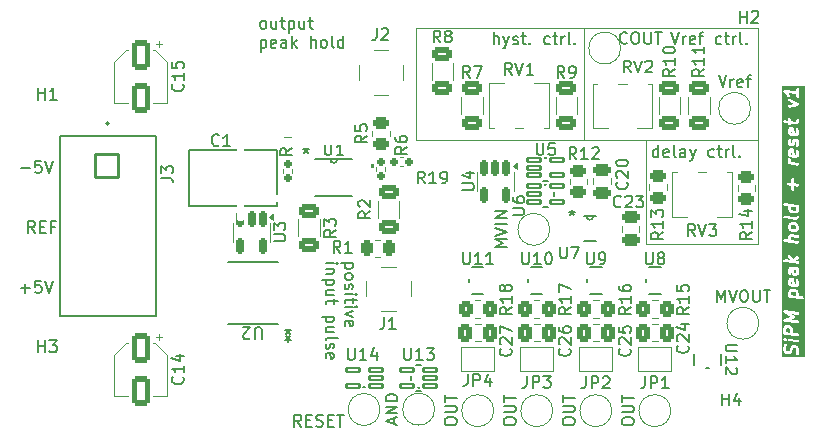
<source format=gto>
G04 #@! TF.GenerationSoftware,KiCad,Pcbnew,8.0.2-8.0.2-0~ubuntu22.04.1*
G04 #@! TF.CreationDate,2024-06-03T16:52:58-05:00*
G04 #@! TF.ProjectId,peak-holder,7065616b-2d68-46f6-9c64-65722e6b6963,rev?*
G04 #@! TF.SameCoordinates,Original*
G04 #@! TF.FileFunction,Legend,Top*
G04 #@! TF.FilePolarity,Positive*
%FSLAX46Y46*%
G04 Gerber Fmt 4.6, Leading zero omitted, Abs format (unit mm)*
G04 Created by KiCad (PCBNEW 8.0.2-8.0.2-0~ubuntu22.04.1) date 2024-06-03 16:52:58*
%MOMM*%
%LPD*%
G01*
G04 APERTURE LIST*
G04 Aperture macros list*
%AMRoundRect*
0 Rectangle with rounded corners*
0 $1 Rounding radius*
0 $2 $3 $4 $5 $6 $7 $8 $9 X,Y pos of 4 corners*
0 Add a 4 corners polygon primitive as box body*
4,1,4,$2,$3,$4,$5,$6,$7,$8,$9,$2,$3,0*
0 Add four circle primitives for the rounded corners*
1,1,$1+$1,$2,$3*
1,1,$1+$1,$4,$5*
1,1,$1+$1,$6,$7*
1,1,$1+$1,$8,$9*
0 Add four rect primitives between the rounded corners*
20,1,$1+$1,$2,$3,$4,$5,0*
20,1,$1+$1,$4,$5,$6,$7,0*
20,1,$1+$1,$6,$7,$8,$9,0*
20,1,$1+$1,$8,$9,$2,$3,0*%
G04 Aperture macros list end*
%ADD10C,0.100000*%
%ADD11C,0.240000*%
%ADD12C,0.200000*%
%ADD13C,0.150000*%
%ADD14C,0.152400*%
%ADD15C,0.120000*%
%ADD16C,0.000000*%
%ADD17C,0.127000*%
%ADD18RoundRect,0.102000X0.558800X0.177800X-0.558800X0.177800X-0.558800X-0.177800X0.558800X-0.177800X0*%
%ADD19RoundRect,0.102000X-0.558800X-0.177800X0.558800X-0.177800X0.558800X0.177800X-0.558800X0.177800X0*%
%ADD20R,0.355600X0.833300*%
%ADD21RoundRect,0.250000X-0.625000X0.312500X-0.625000X-0.312500X0.625000X-0.312500X0.625000X0.312500X0*%
%ADD22RoundRect,0.250000X-0.337500X-0.475000X0.337500X-0.475000X0.337500X0.475000X-0.337500X0.475000X0*%
%ADD23RoundRect,0.160000X-0.160000X0.197500X-0.160000X-0.197500X0.160000X-0.197500X0.160000X0.197500X0*%
%ADD24R,1.574800X0.279400*%
%ADD25C,3.500000*%
%ADD26RoundRect,0.250000X-0.350000X-0.450000X0.350000X-0.450000X0.350000X0.450000X-0.350000X0.450000X0*%
%ADD27C,2.000000*%
%ADD28RoundRect,0.250000X-0.550000X1.050000X-0.550000X-1.050000X0.550000X-1.050000X0.550000X1.050000X0*%
%ADD29RoundRect,0.102000X-0.975000X0.975000X-0.975000X-0.975000X0.975000X-0.975000X0.975000X0.975000X0*%
%ADD30C,2.154000*%
%ADD31R,0.833300X0.355600*%
%ADD32R,1.460500X0.533400*%
%ADD33RoundRect,0.250000X0.625000X-0.312500X0.625000X0.312500X-0.625000X0.312500X-0.625000X-0.312500X0*%
%ADD34RoundRect,0.250000X0.475000X-0.250000X0.475000X0.250000X-0.475000X0.250000X-0.475000X-0.250000X0*%
%ADD35R,1.000000X1.500000*%
%ADD36RoundRect,0.150000X-0.150000X0.512500X-0.150000X-0.512500X0.150000X-0.512500X0.150000X0.512500X0*%
%ADD37RoundRect,0.250000X-0.262500X-0.450000X0.262500X-0.450000X0.262500X0.450000X-0.262500X0.450000X0*%
%ADD38R,1.300000X1.600000*%
%ADD39R,2.000000X1.600000*%
%ADD40C,1.240000*%
%ADD41RoundRect,0.160000X0.197500X0.160000X-0.197500X0.160000X-0.197500X-0.160000X0.197500X-0.160000X0*%
%ADD42RoundRect,0.250000X0.450000X-0.262500X0.450000X0.262500X-0.450000X0.262500X-0.450000X-0.262500X0*%
%ADD43R,1.270000X1.270000*%
%ADD44C,1.270000*%
%ADD45R,1.168400X0.254000*%
G04 APERTURE END LIST*
D10*
X107500000Y-47212500D02*
X117000000Y-47212500D01*
X117000000Y-55962500D01*
X107500000Y-55962500D01*
X107500000Y-47212500D01*
X88000000Y-37712501D02*
X102250000Y-37712501D01*
X102250000Y-47212501D01*
X88000000Y-47212501D01*
X88000000Y-37712501D01*
X102250000Y-37712501D02*
X117000000Y-37712501D01*
X117000000Y-47212501D01*
X102250000Y-47212501D01*
X102250000Y-37712501D01*
D11*
G36*
X119575975Y-63077959D02*
G01*
X119643183Y-63118512D01*
X119674042Y-63151691D01*
X119709214Y-63223475D01*
X119710574Y-63484499D01*
X119372358Y-63442922D01*
X119370887Y-63160626D01*
X119398299Y-63107037D01*
X119417946Y-63088967D01*
X119474645Y-63066596D01*
X119575975Y-63077959D01*
G37*
G36*
X120099142Y-60052571D02*
G01*
X120166991Y-60093511D01*
X120197851Y-60126691D01*
X120233136Y-60198705D01*
X120234654Y-60352062D01*
X120233507Y-60354305D01*
X119752219Y-60295140D01*
X119739330Y-60268834D01*
X119737812Y-60115477D01*
X119764965Y-60062396D01*
X119784612Y-60044325D01*
X119840995Y-60022079D01*
X120099142Y-60052571D01*
G37*
G36*
X119838739Y-59363019D02*
G01*
X119821123Y-59360910D01*
X119765736Y-59327489D01*
X119739330Y-59273596D01*
X119737812Y-59120239D01*
X119755450Y-59085759D01*
X119781431Y-59075508D01*
X119838739Y-59363019D01*
G37*
G36*
X120220380Y-58182195D02*
G01*
X120233092Y-58208139D01*
X120234754Y-58413772D01*
X120217017Y-58448447D01*
X120183252Y-58461769D01*
X120134035Y-58456508D01*
X120080022Y-58423918D01*
X120053660Y-58370115D01*
X120051977Y-58161797D01*
X120220380Y-58182195D01*
G37*
G36*
X120099142Y-54395429D02*
G01*
X120166991Y-54436369D01*
X120197851Y-54469549D01*
X120233206Y-54541707D01*
X120234498Y-54642845D01*
X120207500Y-54695622D01*
X120187854Y-54713692D01*
X120131472Y-54735938D01*
X119873326Y-54705445D01*
X119805474Y-54664504D01*
X119774615Y-54631326D01*
X119739260Y-54559168D01*
X119737968Y-54458029D01*
X119764965Y-54405254D01*
X119784612Y-54387183D01*
X119840995Y-54364937D01*
X120099142Y-54395429D01*
G37*
G36*
X120220247Y-52891449D02*
G01*
X120233136Y-52917754D01*
X120234654Y-53071112D01*
X120207500Y-53124194D01*
X120187854Y-53142264D01*
X120131472Y-53164510D01*
X119873326Y-53134017D01*
X119805474Y-53093076D01*
X119774615Y-53059898D01*
X119739330Y-52987883D01*
X119737812Y-52834526D01*
X119738959Y-52832283D01*
X120220247Y-52891449D01*
G37*
G36*
X119838739Y-48415402D02*
G01*
X119821123Y-48413293D01*
X119765736Y-48379872D01*
X119739330Y-48325979D01*
X119737812Y-48172622D01*
X119755450Y-48138142D01*
X119781431Y-48127891D01*
X119838739Y-48415402D01*
G37*
G36*
X119838739Y-46582069D02*
G01*
X119821123Y-46579960D01*
X119765736Y-46546539D01*
X119739330Y-46492646D01*
X119737812Y-46339289D01*
X119755450Y-46304809D01*
X119781431Y-46294558D01*
X119838739Y-46582069D01*
G37*
G36*
X120961477Y-65542703D02*
G01*
X119010678Y-65542703D01*
X119010678Y-64699247D01*
X119132900Y-64699247D01*
X119134858Y-64941578D01*
X119134234Y-64943314D01*
X119135004Y-64959652D01*
X119135206Y-64984563D01*
X119136304Y-64987215D01*
X119136440Y-64990083D01*
X119144322Y-65012248D01*
X119197394Y-65120566D01*
X119201762Y-65133155D01*
X119207288Y-65140759D01*
X119208758Y-65143758D01*
X119210854Y-65145665D01*
X119215592Y-65152184D01*
X119268512Y-65209084D01*
X119275432Y-65218787D01*
X119282870Y-65224522D01*
X119285249Y-65227079D01*
X119287777Y-65228304D01*
X119294062Y-65233150D01*
X119383529Y-65287133D01*
X119383895Y-65287603D01*
X119391067Y-65291681D01*
X119419899Y-65309078D01*
X119422396Y-65309496D01*
X119424596Y-65310747D01*
X119447540Y-65315939D01*
X119536940Y-65325494D01*
X119539797Y-65326793D01*
X119553410Y-65327254D01*
X119575818Y-65329650D01*
X119581109Y-65328194D01*
X119586591Y-65328381D01*
X119609321Y-65322320D01*
X119719712Y-65278763D01*
X119731831Y-65274665D01*
X119733963Y-65273140D01*
X119735194Y-65272655D01*
X119736988Y-65270977D01*
X119750968Y-65260985D01*
X119809178Y-65207446D01*
X119817160Y-65200884D01*
X119818502Y-65198870D01*
X119819449Y-65198000D01*
X119820498Y-65195877D01*
X119830211Y-65181313D01*
X119878199Y-65087501D01*
X119884821Y-65078706D01*
X119890147Y-65064145D01*
X119891574Y-65061357D01*
X119891721Y-65059841D01*
X119892903Y-65056613D01*
X119938107Y-64873996D01*
X119974490Y-64802871D01*
X119994137Y-64784801D01*
X120051120Y-64762318D01*
X120100339Y-64767579D01*
X120166991Y-64807797D01*
X120197851Y-64840977D01*
X120233092Y-64912901D01*
X120234813Y-65125834D01*
X120181667Y-65285076D01*
X120184380Y-65331818D01*
X120204774Y-65373965D01*
X120239744Y-65405099D01*
X120283968Y-65420481D01*
X120330710Y-65417768D01*
X120372857Y-65397374D01*
X120403991Y-65362404D01*
X120413860Y-65341050D01*
X120464778Y-65188481D01*
X120470594Y-65174443D01*
X120471067Y-65169640D01*
X120471753Y-65167585D01*
X120471573Y-65164496D01*
X120472900Y-65151032D01*
X120470941Y-64908702D01*
X120471566Y-64906968D01*
X120470795Y-64890629D01*
X120470594Y-64865717D01*
X120469495Y-64863064D01*
X120469360Y-64860198D01*
X120461479Y-64838034D01*
X120408404Y-64729709D01*
X120404038Y-64717123D01*
X120398514Y-64709522D01*
X120397044Y-64706522D01*
X120394945Y-64704612D01*
X120390208Y-64698094D01*
X120337289Y-64641196D01*
X120330370Y-64631494D01*
X120322930Y-64625758D01*
X120320551Y-64623200D01*
X120318020Y-64621973D01*
X120311740Y-64617131D01*
X120222269Y-64563144D01*
X120221905Y-64562676D01*
X120214751Y-64558608D01*
X120185903Y-64541201D01*
X120183404Y-64540782D01*
X120181205Y-64539532D01*
X120158261Y-64534340D01*
X120068860Y-64524784D01*
X120066004Y-64523486D01*
X120052390Y-64523024D01*
X120029983Y-64520629D01*
X120024691Y-64522084D01*
X120019210Y-64521898D01*
X119996480Y-64527959D01*
X119886088Y-64571515D01*
X119873970Y-64575614D01*
X119871837Y-64577138D01*
X119870607Y-64577624D01*
X119868812Y-64579301D01*
X119854833Y-64589294D01*
X119796624Y-64642830D01*
X119788641Y-64649395D01*
X119787297Y-64651408D01*
X119786352Y-64652279D01*
X119785302Y-64654401D01*
X119775589Y-64668967D01*
X119727597Y-64762783D01*
X119720981Y-64771574D01*
X119715656Y-64786128D01*
X119714226Y-64788924D01*
X119714077Y-64790441D01*
X119712898Y-64793667D01*
X119667692Y-64976287D01*
X119631310Y-65047406D01*
X119611663Y-65065477D01*
X119554680Y-65087960D01*
X119505463Y-65082699D01*
X119438807Y-65042480D01*
X119407948Y-65009302D01*
X119372707Y-64937377D01*
X119370986Y-64724447D01*
X119424134Y-64565205D01*
X119421421Y-64518463D01*
X119401027Y-64476316D01*
X119366058Y-64445181D01*
X119321834Y-64429799D01*
X119275092Y-64432512D01*
X119232945Y-64452906D01*
X119201811Y-64487875D01*
X119191942Y-64509229D01*
X119141022Y-64661794D01*
X119135206Y-64675836D01*
X119134732Y-64680638D01*
X119134047Y-64682694D01*
X119134226Y-64685782D01*
X119132900Y-64699247D01*
X119010678Y-64699247D01*
X119010678Y-64079306D01*
X119133211Y-64079306D01*
X119134143Y-64082698D01*
X119133910Y-64086205D01*
X119134063Y-64086657D01*
X119134035Y-64087134D01*
X119140441Y-64105599D01*
X119145625Y-64124452D01*
X119147783Y-64127227D01*
X119148910Y-64130558D01*
X119149224Y-64130917D01*
X119149381Y-64131369D01*
X119163211Y-64150398D01*
X119228694Y-64220805D01*
X119232123Y-64224724D01*
X119232522Y-64224921D01*
X119232868Y-64225293D01*
X119253547Y-64235319D01*
X119274093Y-64245480D01*
X119274569Y-64245511D01*
X119274999Y-64245720D01*
X119297903Y-64247067D01*
X119320811Y-64248594D01*
X119321263Y-64248440D01*
X119321740Y-64248469D01*
X119343425Y-64240945D01*
X119365164Y-64233594D01*
X119365679Y-64233225D01*
X119365975Y-64233123D01*
X119366599Y-64232567D01*
X119384301Y-64219914D01*
X119438972Y-64169630D01*
X119448397Y-64162300D01*
X119449992Y-64159494D01*
X119452782Y-64156929D01*
X119452993Y-64156500D01*
X119453351Y-64156183D01*
X119461882Y-64138586D01*
X119469529Y-64125141D01*
X119499878Y-64125141D01*
X119512292Y-64170287D01*
X119541038Y-64207245D01*
X119581739Y-64230390D01*
X119604683Y-64235582D01*
X120361532Y-64327864D01*
X120406678Y-64315450D01*
X120443637Y-64286704D01*
X120466782Y-64246003D01*
X120472589Y-64199543D01*
X120460175Y-64154397D01*
X120431429Y-64117439D01*
X120390728Y-64094294D01*
X120367784Y-64089102D01*
X119610935Y-63996820D01*
X119565789Y-64009234D01*
X119528831Y-64037980D01*
X119505686Y-64078681D01*
X119499878Y-64125141D01*
X119469529Y-64125141D01*
X119471543Y-64121600D01*
X119471979Y-64118111D01*
X119473538Y-64114959D01*
X119473569Y-64114482D01*
X119473778Y-64114053D01*
X119474925Y-64094542D01*
X119477351Y-64075140D01*
X119476418Y-64071747D01*
X119476652Y-64068241D01*
X119476498Y-64067788D01*
X119476527Y-64067312D01*
X119470120Y-64048846D01*
X119464937Y-64029994D01*
X119462778Y-64027218D01*
X119461652Y-64023888D01*
X119461337Y-64023528D01*
X119461181Y-64023077D01*
X119447351Y-64004048D01*
X119381882Y-63933657D01*
X119378439Y-63929722D01*
X119378037Y-63929523D01*
X119377693Y-63929153D01*
X119357040Y-63919139D01*
X119336469Y-63908966D01*
X119335992Y-63908934D01*
X119335563Y-63908726D01*
X119312658Y-63907378D01*
X119289751Y-63905852D01*
X119289298Y-63906005D01*
X119288822Y-63905977D01*
X119267136Y-63913500D01*
X119245398Y-63920852D01*
X119244882Y-63921220D01*
X119244587Y-63921323D01*
X119243962Y-63921878D01*
X119226261Y-63934532D01*
X119171600Y-63984806D01*
X119162164Y-63992145D01*
X119160566Y-63994954D01*
X119157780Y-63997517D01*
X119157568Y-63997945D01*
X119157211Y-63998263D01*
X119148683Y-64015851D01*
X119139019Y-64032846D01*
X119138582Y-64036334D01*
X119137024Y-64039487D01*
X119136992Y-64039963D01*
X119136784Y-64040393D01*
X119135636Y-64059903D01*
X119133211Y-64079306D01*
X119010678Y-64079306D01*
X119010678Y-63127818D01*
X119132900Y-63127818D01*
X119135052Y-63540768D01*
X119133211Y-63555497D01*
X119135166Y-63562606D01*
X119135206Y-63570276D01*
X119141360Y-63585134D01*
X119145625Y-63600642D01*
X119150244Y-63606581D01*
X119153124Y-63613533D01*
X119164497Y-63624906D01*
X119174371Y-63637601D01*
X119180911Y-63641320D01*
X119186232Y-63646641D01*
X119201093Y-63652796D01*
X119215072Y-63660746D01*
X119226559Y-63663345D01*
X119229489Y-63664559D01*
X119231922Y-63664559D01*
X119238016Y-63665938D01*
X119802724Y-63735358D01*
X119805680Y-63736583D01*
X119812684Y-63736583D01*
X120361532Y-63804054D01*
X120406677Y-63791640D01*
X120443636Y-63762894D01*
X120466781Y-63722193D01*
X120472588Y-63675733D01*
X120460174Y-63630587D01*
X120431428Y-63593629D01*
X120390728Y-63570484D01*
X120367784Y-63565292D01*
X119948543Y-63513753D01*
X119947010Y-63219752D01*
X119947757Y-63217680D01*
X119946905Y-63199636D01*
X119946785Y-63176431D01*
X119945686Y-63173778D01*
X119945551Y-63170911D01*
X119937669Y-63148746D01*
X119884597Y-63040430D01*
X119880229Y-63027838D01*
X119874700Y-63020231D01*
X119873233Y-63017236D01*
X119871138Y-63015330D01*
X119866399Y-63008809D01*
X119813480Y-62951912D01*
X119806559Y-62942206D01*
X119799116Y-62936468D01*
X119796741Y-62933914D01*
X119794214Y-62932689D01*
X119787929Y-62927843D01*
X119698459Y-62873858D01*
X119698096Y-62873391D01*
X119690944Y-62869324D01*
X119662092Y-62851915D01*
X119659595Y-62851497D01*
X119657396Y-62850246D01*
X119634451Y-62845054D01*
X119493266Y-62829221D01*
X119489813Y-62827652D01*
X119474693Y-62827138D01*
X119453792Y-62824795D01*
X119448500Y-62826250D01*
X119443019Y-62826064D01*
X119420289Y-62832125D01*
X119309897Y-62875681D01*
X119297779Y-62879780D01*
X119295646Y-62881304D01*
X119294416Y-62881790D01*
X119292621Y-62883467D01*
X119278642Y-62893460D01*
X119220433Y-62946996D01*
X119212450Y-62953561D01*
X119211106Y-62955574D01*
X119210161Y-62956445D01*
X119209111Y-62958567D01*
X119199398Y-62973133D01*
X119155682Y-63058591D01*
X119153124Y-63061150D01*
X119147805Y-63073990D01*
X119138035Y-63093090D01*
X119137462Y-63098959D01*
X119135206Y-63104407D01*
X119132900Y-63127818D01*
X119010678Y-63127818D01*
X119010678Y-61720102D01*
X119133081Y-61720102D01*
X119133341Y-61721118D01*
X119133211Y-61722164D01*
X119139161Y-61743804D01*
X119144716Y-61765455D01*
X119145346Y-61766294D01*
X119145625Y-61767309D01*
X119159368Y-61784978D01*
X119172820Y-61802903D01*
X119173957Y-61803736D01*
X119174371Y-61804268D01*
X119175761Y-61805058D01*
X119191795Y-61816809D01*
X119756151Y-62148845D01*
X119217127Y-62334638D01*
X119199123Y-62339590D01*
X119196225Y-62341843D01*
X119192694Y-62343061D01*
X119177810Y-62356166D01*
X119162164Y-62368336D01*
X119160332Y-62371556D01*
X119157554Y-62374003D01*
X119148821Y-62391799D01*
X119139019Y-62409037D01*
X119138559Y-62412711D01*
X119136928Y-62416037D01*
X119135670Y-62435824D01*
X119133211Y-62455497D01*
X119134192Y-62459067D01*
X119133958Y-62462764D01*
X119140369Y-62481529D01*
X119145625Y-62500642D01*
X119147897Y-62503564D01*
X119149096Y-62507071D01*
X119162201Y-62521954D01*
X119174371Y-62537601D01*
X119177591Y-62539432D01*
X119180038Y-62542211D01*
X119197834Y-62550943D01*
X119215072Y-62560746D01*
X119220154Y-62561896D01*
X119222072Y-62562837D01*
X119225187Y-62563035D01*
X119238016Y-62565938D01*
X120361532Y-62704054D01*
X120406677Y-62691640D01*
X120443636Y-62662894D01*
X120466781Y-62622193D01*
X120472588Y-62575733D01*
X120460174Y-62530587D01*
X120431428Y-62493629D01*
X120390728Y-62470484D01*
X120367784Y-62465292D01*
X119778022Y-62392791D01*
X120073225Y-62291039D01*
X120090538Y-62286598D01*
X120094298Y-62283775D01*
X120098821Y-62282217D01*
X120112939Y-62269785D01*
X120127986Y-62258493D01*
X120130402Y-62254409D01*
X120133962Y-62251275D01*
X120142245Y-62234392D01*
X120151829Y-62218196D01*
X120152498Y-62213497D01*
X120154587Y-62209241D01*
X120155779Y-62190473D01*
X120158435Y-62171843D01*
X120157256Y-62167247D01*
X120157557Y-62162514D01*
X120151474Y-62144711D01*
X120146800Y-62126490D01*
X120143952Y-62122696D01*
X120142419Y-62118207D01*
X120129989Y-62104091D01*
X120118695Y-62089042D01*
X120113177Y-62084998D01*
X120111477Y-62083067D01*
X120108648Y-62081679D01*
X120099721Y-62075136D01*
X119806218Y-61902455D01*
X120361532Y-61970721D01*
X120406677Y-61958307D01*
X120443636Y-61929561D01*
X120466781Y-61888860D01*
X120472588Y-61842400D01*
X120460174Y-61797254D01*
X120431428Y-61760296D01*
X120390728Y-61737151D01*
X120367784Y-61731959D01*
X119265912Y-61596503D01*
X119246330Y-61593713D01*
X119245319Y-61593972D01*
X119244268Y-61593843D01*
X119222627Y-61599793D01*
X119200977Y-61605348D01*
X119200137Y-61605978D01*
X119199123Y-61606257D01*
X119181453Y-61620000D01*
X119163529Y-61633452D01*
X119162992Y-61634358D01*
X119162164Y-61635003D01*
X119151102Y-61654454D01*
X119139687Y-61673749D01*
X119139538Y-61674790D01*
X119139019Y-61675704D01*
X119136238Y-61697949D01*
X119133081Y-61720102D01*
X119010678Y-61720102D01*
X119010678Y-60083175D01*
X119499567Y-60083175D01*
X119501449Y-60273337D01*
X119500901Y-60274861D01*
X119501614Y-60289985D01*
X119501873Y-60316110D01*
X119502971Y-60318762D01*
X119503107Y-60321630D01*
X119510989Y-60343795D01*
X119512703Y-60347293D01*
X119505686Y-60359633D01*
X119499878Y-60406093D01*
X119512292Y-60451238D01*
X119541038Y-60488197D01*
X119581739Y-60511342D01*
X119604683Y-60516534D01*
X119653840Y-60522577D01*
X119654110Y-60522674D01*
X119654485Y-60522656D01*
X120728199Y-60654650D01*
X120773344Y-60642236D01*
X120810303Y-60613490D01*
X120833448Y-60572789D01*
X120839255Y-60526329D01*
X120826841Y-60481183D01*
X120798095Y-60444225D01*
X120757395Y-60421080D01*
X120734451Y-60415888D01*
X120472893Y-60383734D01*
X120471017Y-60194205D01*
X120471566Y-60192682D01*
X120470852Y-60177558D01*
X120470594Y-60151431D01*
X120469495Y-60148778D01*
X120469360Y-60145912D01*
X120461479Y-60123748D01*
X120408404Y-60015423D01*
X120404038Y-60002837D01*
X120398514Y-59995236D01*
X120397044Y-59992236D01*
X120394945Y-59990326D01*
X120390208Y-59983808D01*
X120337289Y-59926910D01*
X120330370Y-59917208D01*
X120322930Y-59911472D01*
X120320551Y-59908914D01*
X120318020Y-59907687D01*
X120311740Y-59902845D01*
X120222271Y-59848859D01*
X120221906Y-59848390D01*
X120214737Y-59844313D01*
X120185903Y-59826915D01*
X120183404Y-59826496D01*
X120181205Y-59825246D01*
X120158261Y-59820054D01*
X119860637Y-59784898D01*
X119856482Y-59783010D01*
X119839871Y-59782445D01*
X119820459Y-59780153D01*
X119815170Y-59781607D01*
X119809687Y-59781421D01*
X119786957Y-59787482D01*
X119676561Y-59831039D01*
X119664445Y-59835137D01*
X119662313Y-59836661D01*
X119661084Y-59837146D01*
X119659289Y-59838822D01*
X119645308Y-59848818D01*
X119587098Y-59902356D01*
X119579117Y-59908919D01*
X119577774Y-59910932D01*
X119576827Y-59911804D01*
X119575775Y-59913929D01*
X119566066Y-59928491D01*
X119522349Y-60013948D01*
X119519791Y-60016507D01*
X119514472Y-60029345D01*
X119504702Y-60048446D01*
X119504129Y-60054317D01*
X119501873Y-60059764D01*
X119499567Y-60083175D01*
X119010678Y-60083175D01*
X119010678Y-59087937D01*
X119499567Y-59087937D01*
X119501449Y-59278099D01*
X119500901Y-59279623D01*
X119501614Y-59294747D01*
X119501873Y-59320872D01*
X119502971Y-59323524D01*
X119503107Y-59326392D01*
X119510989Y-59348557D01*
X119560659Y-59449932D01*
X119562532Y-59458045D01*
X119569252Y-59467468D01*
X119575425Y-59480067D01*
X119583431Y-59487351D01*
X119589717Y-59496166D01*
X119608348Y-59510529D01*
X119609999Y-59511525D01*
X119610056Y-59511577D01*
X119610127Y-59511602D01*
X119697815Y-59564514D01*
X119698181Y-59564984D01*
X119705353Y-59569062D01*
X119734184Y-59586459D01*
X119736682Y-59586877D01*
X119738882Y-59588128D01*
X119761826Y-59593320D01*
X119982226Y-59619712D01*
X119985796Y-59620436D01*
X119986736Y-59620252D01*
X120164017Y-59641481D01*
X120168368Y-59643459D01*
X120185346Y-59644035D01*
X120204390Y-59646316D01*
X120209678Y-59644861D01*
X120215162Y-59645048D01*
X120237892Y-59638987D01*
X120343859Y-59597175D01*
X120357186Y-59593120D01*
X120359996Y-59590808D01*
X120363765Y-59589322D01*
X120378142Y-59575888D01*
X120393352Y-59563383D01*
X120396367Y-59558860D01*
X120397977Y-59557357D01*
X120399276Y-59554498D01*
X120406403Y-59543811D01*
X120450117Y-59458353D01*
X120452676Y-59455795D01*
X120457996Y-59442950D01*
X120467765Y-59423854D01*
X120468337Y-59417985D01*
X120470594Y-59412538D01*
X120472900Y-59389127D01*
X120471017Y-59198967D01*
X120471566Y-59197444D01*
X120470852Y-59182320D01*
X120470594Y-59156193D01*
X120469495Y-59153540D01*
X120469360Y-59150674D01*
X120461479Y-59128510D01*
X120397044Y-58996998D01*
X120362413Y-58965488D01*
X120318359Y-58949628D01*
X120271590Y-58951834D01*
X120229224Y-58971770D01*
X120197714Y-59006401D01*
X120181854Y-59050455D01*
X120184060Y-59097224D01*
X120191941Y-59119389D01*
X120233136Y-59203467D01*
X120234654Y-59356824D01*
X120217017Y-59391304D01*
X120183937Y-59404356D01*
X120087131Y-59392763D01*
X120000658Y-58958923D01*
X120001161Y-58954900D01*
X119996418Y-58937655D01*
X119992504Y-58918015D01*
X119989964Y-58914183D01*
X119988746Y-58909754D01*
X119977111Y-58894795D01*
X119966634Y-58878990D01*
X119962821Y-58876422D01*
X119960000Y-58872795D01*
X119943523Y-58863425D01*
X119927798Y-58852835D01*
X119923293Y-58851921D01*
X119919300Y-58849651D01*
X119896356Y-58844459D01*
X119806955Y-58834903D01*
X119804099Y-58833605D01*
X119790485Y-58833143D01*
X119768078Y-58830748D01*
X119762786Y-58832203D01*
X119757305Y-58832017D01*
X119734575Y-58838078D01*
X119628597Y-58879893D01*
X119615284Y-58883945D01*
X119612475Y-58886254D01*
X119608702Y-58887743D01*
X119594319Y-58901181D01*
X119579117Y-58913681D01*
X119576099Y-58918205D01*
X119574491Y-58919709D01*
X119573192Y-58922565D01*
X119566066Y-58933253D01*
X119522349Y-59018710D01*
X119519791Y-59021269D01*
X119514472Y-59034107D01*
X119504702Y-59053208D01*
X119504129Y-59059079D01*
X119501873Y-59064526D01*
X119499567Y-59087937D01*
X119010678Y-59087937D01*
X119010678Y-58145080D01*
X119499567Y-58145080D01*
X119501449Y-58335242D01*
X119500901Y-58336766D01*
X119501614Y-58351890D01*
X119501873Y-58378015D01*
X119502971Y-58380667D01*
X119503107Y-58383535D01*
X119510989Y-58405700D01*
X119575425Y-58537210D01*
X119610056Y-58568720D01*
X119654110Y-58584579D01*
X119700879Y-58582373D01*
X119743245Y-58562436D01*
X119774755Y-58527805D01*
X119790614Y-58483751D01*
X119788408Y-58436982D01*
X119780526Y-58414817D01*
X119739330Y-58330739D01*
X119737812Y-58177382D01*
X119755450Y-58142902D01*
X119788458Y-58129878D01*
X119802178Y-58131540D01*
X119814045Y-58155759D01*
X119815811Y-58374316D01*
X119815187Y-58376052D01*
X119815957Y-58392390D01*
X119816159Y-58417301D01*
X119817257Y-58419953D01*
X119817393Y-58422821D01*
X119825275Y-58444986D01*
X119874947Y-58546363D01*
X119876819Y-58554475D01*
X119883537Y-58563896D01*
X119889711Y-58576496D01*
X119897718Y-58583781D01*
X119904004Y-58592596D01*
X119922634Y-58606959D01*
X119924288Y-58607957D01*
X119924342Y-58608006D01*
X119924409Y-58608030D01*
X120012101Y-58660942D01*
X120012467Y-58661412D01*
X120019639Y-58665490D01*
X120048471Y-58682887D01*
X120050968Y-58683305D01*
X120053168Y-58684556D01*
X120076112Y-58689748D01*
X120165511Y-58699303D01*
X120168368Y-58700602D01*
X120181987Y-58701064D01*
X120204390Y-58703459D01*
X120209678Y-58702004D01*
X120215162Y-58702191D01*
X120237892Y-58696130D01*
X120343859Y-58654318D01*
X120357186Y-58650263D01*
X120359996Y-58647951D01*
X120363765Y-58646465D01*
X120378142Y-58633031D01*
X120393352Y-58620526D01*
X120396367Y-58616003D01*
X120397977Y-58614500D01*
X120399276Y-58611641D01*
X120406403Y-58600954D01*
X120450117Y-58515496D01*
X120452676Y-58512938D01*
X120457996Y-58500093D01*
X120467765Y-58480997D01*
X120468337Y-58475128D01*
X120470594Y-58469681D01*
X120472900Y-58446270D01*
X120470941Y-58203940D01*
X120471566Y-58202206D01*
X120470795Y-58185867D01*
X120470594Y-58160955D01*
X120469495Y-58158302D01*
X120469360Y-58155436D01*
X120461479Y-58133272D01*
X120459763Y-58129771D01*
X120466781Y-58117432D01*
X120472589Y-58070972D01*
X120460175Y-58025827D01*
X120431429Y-57988868D01*
X120390728Y-57965723D01*
X120367784Y-57960531D01*
X120319005Y-57954622D01*
X120318359Y-57954390D01*
X120317441Y-57954433D01*
X119906751Y-57904688D01*
X119899310Y-57902009D01*
X119888747Y-57902507D01*
X119808616Y-57892801D01*
X119804099Y-57890748D01*
X119786825Y-57890161D01*
X119768078Y-57887891D01*
X119762786Y-57889346D01*
X119757305Y-57889160D01*
X119734575Y-57895221D01*
X119628597Y-57937036D01*
X119615284Y-57941088D01*
X119612475Y-57943397D01*
X119608702Y-57944886D01*
X119594319Y-57958324D01*
X119579117Y-57970824D01*
X119576099Y-57975348D01*
X119574491Y-57976852D01*
X119573192Y-57979708D01*
X119566066Y-57990396D01*
X119522349Y-58075853D01*
X119519791Y-58078412D01*
X119514472Y-58091250D01*
X119504702Y-58110351D01*
X119504129Y-58116222D01*
X119501873Y-58121669D01*
X119499567Y-58145080D01*
X119010678Y-58145080D01*
X119010678Y-57426926D01*
X119133211Y-57426926D01*
X119145625Y-57472071D01*
X119174371Y-57509030D01*
X119215072Y-57532175D01*
X119238016Y-57537367D01*
X120006781Y-57631872D01*
X120008333Y-57632625D01*
X120017089Y-57633139D01*
X120361532Y-57675483D01*
X120406677Y-57663069D01*
X120443636Y-57634323D01*
X120466781Y-57593622D01*
X120472588Y-57547162D01*
X120460174Y-57502016D01*
X120431428Y-57465058D01*
X120390728Y-57441913D01*
X120367784Y-57436721D01*
X120142274Y-57408998D01*
X120435131Y-57224143D01*
X120462316Y-57186023D01*
X120472844Y-57140400D01*
X120465112Y-57094221D01*
X120440297Y-57054516D01*
X120402176Y-57027331D01*
X120356553Y-57016803D01*
X120310375Y-57024535D01*
X120289300Y-57034987D01*
X119956604Y-57244989D01*
X119691979Y-56949391D01*
X119649849Y-56928964D01*
X119603108Y-56926215D01*
X119558873Y-56941561D01*
X119523878Y-56972668D01*
X119503451Y-57014798D01*
X119500702Y-57061539D01*
X119516048Y-57105774D01*
X119529878Y-57124804D01*
X119740027Y-57359549D01*
X119244268Y-57298605D01*
X119199123Y-57311019D01*
X119162164Y-57339765D01*
X119139019Y-57380466D01*
X119133211Y-57426926D01*
X119010678Y-57426926D01*
X119010678Y-55698355D01*
X119133211Y-55698355D01*
X119145625Y-55743500D01*
X119174371Y-55780459D01*
X119215072Y-55803604D01*
X119238016Y-55808796D01*
X120361532Y-55946912D01*
X120406677Y-55934498D01*
X120443636Y-55905752D01*
X120466781Y-55865051D01*
X120472588Y-55818591D01*
X120460174Y-55773445D01*
X120431428Y-55736487D01*
X120390728Y-55713342D01*
X120367784Y-55708150D01*
X119783716Y-55636349D01*
X119774615Y-55626564D01*
X119739260Y-55554406D01*
X119737968Y-55453267D01*
X119755450Y-55419093D01*
X119788458Y-55406069D01*
X120361532Y-55475484D01*
X120406677Y-55463070D01*
X120443636Y-55434324D01*
X120466781Y-55393623D01*
X120472589Y-55347163D01*
X120460175Y-55302018D01*
X120431429Y-55265059D01*
X120390728Y-55241914D01*
X120367784Y-55236722D01*
X119808616Y-55168992D01*
X119804099Y-55166939D01*
X119786825Y-55166352D01*
X119768078Y-55164082D01*
X119762786Y-55165537D01*
X119757305Y-55165351D01*
X119734575Y-55171412D01*
X119628597Y-55213227D01*
X119615284Y-55217279D01*
X119612475Y-55219588D01*
X119608702Y-55221077D01*
X119594319Y-55234515D01*
X119579117Y-55247015D01*
X119576099Y-55251539D01*
X119574491Y-55253043D01*
X119573192Y-55255899D01*
X119566066Y-55266587D01*
X119522349Y-55352044D01*
X119519791Y-55354603D01*
X119514472Y-55367441D01*
X119504702Y-55386542D01*
X119504129Y-55392413D01*
X119501873Y-55397860D01*
X119499567Y-55421271D01*
X119501330Y-55559381D01*
X119500901Y-55560576D01*
X119501511Y-55573518D01*
X119501871Y-55601701D01*
X119244268Y-55570034D01*
X119199123Y-55582448D01*
X119162164Y-55611194D01*
X119139019Y-55651895D01*
X119133211Y-55698355D01*
X119010678Y-55698355D01*
X119010678Y-54426033D01*
X119499567Y-54426033D01*
X119501330Y-54564143D01*
X119500901Y-54565338D01*
X119501511Y-54578280D01*
X119501873Y-54606587D01*
X119502971Y-54609239D01*
X119503107Y-54612107D01*
X119510989Y-54634272D01*
X119564061Y-54742590D01*
X119568429Y-54755179D01*
X119573955Y-54762783D01*
X119575425Y-54765782D01*
X119577521Y-54767689D01*
X119582259Y-54774208D01*
X119635179Y-54831108D01*
X119642099Y-54840811D01*
X119649537Y-54846546D01*
X119651916Y-54849103D01*
X119654444Y-54850328D01*
X119660729Y-54855174D01*
X119750198Y-54909158D01*
X119750562Y-54909626D01*
X119757710Y-54913691D01*
X119786566Y-54931102D01*
X119789063Y-54931520D01*
X119791263Y-54932771D01*
X119814207Y-54937963D01*
X120111832Y-54973119D01*
X120115988Y-54975008D01*
X120132592Y-54975571D01*
X120152009Y-54977865D01*
X120157300Y-54976409D01*
X120162782Y-54976596D01*
X120185512Y-54970535D01*
X120295903Y-54926978D01*
X120308022Y-54922880D01*
X120310154Y-54921355D01*
X120311385Y-54920870D01*
X120313179Y-54919192D01*
X120327159Y-54909200D01*
X120385367Y-54855663D01*
X120393351Y-54849099D01*
X120394694Y-54847085D01*
X120395640Y-54846215D01*
X120396689Y-54844092D01*
X120406403Y-54829527D01*
X120450117Y-54744069D01*
X120452676Y-54741511D01*
X120457994Y-54728671D01*
X120467765Y-54709571D01*
X120468337Y-54703701D01*
X120470594Y-54698254D01*
X120472900Y-54674843D01*
X120471136Y-54536734D01*
X120471566Y-54535540D01*
X120470955Y-54522597D01*
X120470594Y-54494289D01*
X120469495Y-54491636D01*
X120469360Y-54488770D01*
X120461479Y-54466606D01*
X120408404Y-54358281D01*
X120404038Y-54345695D01*
X120398514Y-54338094D01*
X120397044Y-54335094D01*
X120394945Y-54333184D01*
X120390208Y-54326666D01*
X120337289Y-54269768D01*
X120330370Y-54260066D01*
X120322930Y-54254330D01*
X120320551Y-54251772D01*
X120318020Y-54250545D01*
X120311740Y-54245703D01*
X120222271Y-54191717D01*
X120221906Y-54191248D01*
X120214737Y-54187171D01*
X120185903Y-54169773D01*
X120183404Y-54169354D01*
X120181205Y-54168104D01*
X120158261Y-54162912D01*
X119860637Y-54127756D01*
X119856482Y-54125868D01*
X119839871Y-54125303D01*
X119820459Y-54123011D01*
X119815170Y-54124465D01*
X119809687Y-54124279D01*
X119786957Y-54130340D01*
X119676561Y-54173897D01*
X119664445Y-54177995D01*
X119662313Y-54179519D01*
X119661084Y-54180004D01*
X119659289Y-54181680D01*
X119645308Y-54191676D01*
X119587098Y-54245214D01*
X119579117Y-54251777D01*
X119577774Y-54253790D01*
X119576827Y-54254662D01*
X119575775Y-54256787D01*
X119566066Y-54271349D01*
X119522349Y-54356806D01*
X119519791Y-54359365D01*
X119514472Y-54372203D01*
X119504702Y-54391304D01*
X119504129Y-54397175D01*
X119501873Y-54402622D01*
X119499567Y-54426033D01*
X119010678Y-54426033D01*
X119010678Y-53707879D01*
X119133211Y-53707879D01*
X119145625Y-53753024D01*
X119174371Y-53789983D01*
X119215072Y-53813128D01*
X119238016Y-53818320D01*
X120163672Y-53931802D01*
X120168369Y-53933937D01*
X120185953Y-53934533D01*
X120204390Y-53936794D01*
X120209681Y-53935338D01*
X120215163Y-53935525D01*
X120237893Y-53929464D01*
X120343867Y-53887650D01*
X120357185Y-53883597D01*
X120359994Y-53881287D01*
X120363766Y-53879799D01*
X120378145Y-53866362D01*
X120393351Y-53853861D01*
X120396368Y-53849335D01*
X120397977Y-53847833D01*
X120399274Y-53844978D01*
X120406403Y-53834289D01*
X120467765Y-53714333D01*
X120472311Y-53667733D01*
X120458678Y-53622940D01*
X120428942Y-53586774D01*
X120387628Y-53564740D01*
X120341028Y-53560194D01*
X120296235Y-53573827D01*
X120260069Y-53603563D01*
X120247017Y-53623135D01*
X120217016Y-53681782D01*
X120184085Y-53694776D01*
X119244268Y-53579558D01*
X119199123Y-53591972D01*
X119162164Y-53620718D01*
X119139019Y-53661419D01*
X119133211Y-53707879D01*
X119010678Y-53707879D01*
X119010678Y-52660261D01*
X119133211Y-52660261D01*
X119145625Y-52705406D01*
X119174371Y-52742365D01*
X119215072Y-52765510D01*
X119238016Y-52770702D01*
X119499573Y-52802855D01*
X119501449Y-52992386D01*
X119500901Y-52993910D01*
X119501614Y-53009034D01*
X119501873Y-53035159D01*
X119502971Y-53037811D01*
X119503107Y-53040679D01*
X119510989Y-53062844D01*
X119564061Y-53171162D01*
X119568429Y-53183751D01*
X119573955Y-53191355D01*
X119575425Y-53194354D01*
X119577521Y-53196261D01*
X119582259Y-53202780D01*
X119635179Y-53259680D01*
X119642099Y-53269383D01*
X119649537Y-53275118D01*
X119651916Y-53277675D01*
X119654444Y-53278900D01*
X119660729Y-53283746D01*
X119750198Y-53337730D01*
X119750562Y-53338198D01*
X119757710Y-53342263D01*
X119786566Y-53359674D01*
X119789063Y-53360092D01*
X119791263Y-53361343D01*
X119814207Y-53366535D01*
X120111832Y-53401691D01*
X120115988Y-53403580D01*
X120132592Y-53404143D01*
X120152009Y-53406437D01*
X120157300Y-53404981D01*
X120162782Y-53405168D01*
X120185512Y-53399107D01*
X120295903Y-53355550D01*
X120308022Y-53351452D01*
X120310154Y-53349927D01*
X120311385Y-53349442D01*
X120313179Y-53347764D01*
X120327159Y-53337772D01*
X120385367Y-53284235D01*
X120393351Y-53277671D01*
X120394694Y-53275657D01*
X120395640Y-53274787D01*
X120396689Y-53272664D01*
X120406403Y-53258099D01*
X120450117Y-53172641D01*
X120452676Y-53170083D01*
X120457994Y-53157243D01*
X120467765Y-53138143D01*
X120468337Y-53132273D01*
X120470594Y-53126826D01*
X120472900Y-53103415D01*
X120471017Y-52913254D01*
X120471566Y-52911731D01*
X120470852Y-52896607D01*
X120470594Y-52870480D01*
X120469495Y-52867827D01*
X120469360Y-52864961D01*
X120461479Y-52842797D01*
X120459763Y-52839296D01*
X120466781Y-52826957D01*
X120472588Y-52780497D01*
X120460174Y-52735351D01*
X120431428Y-52698393D01*
X120390728Y-52675248D01*
X120367784Y-52670056D01*
X120318633Y-52664013D01*
X120318359Y-52663915D01*
X120317976Y-52663933D01*
X119244268Y-52531940D01*
X119199123Y-52544354D01*
X119162164Y-52573100D01*
X119139019Y-52613801D01*
X119133211Y-52660261D01*
X119010678Y-52660261D01*
X119010678Y-50912047D01*
X119395116Y-50912047D01*
X119407530Y-50957192D01*
X119436276Y-50994151D01*
X119476977Y-51017296D01*
X119499921Y-51022488D01*
X119815256Y-51061054D01*
X119816159Y-51398254D01*
X119834077Y-51441511D01*
X119867185Y-51474619D01*
X119910442Y-51492537D01*
X119957264Y-51492537D01*
X120000521Y-51474619D01*
X120033629Y-51441511D01*
X120051547Y-51398254D01*
X120053853Y-51374843D01*
X120053090Y-51090142D01*
X120361532Y-51127866D01*
X120406677Y-51115452D01*
X120443636Y-51086706D01*
X120466781Y-51046005D01*
X120472589Y-50999545D01*
X120460174Y-50954399D01*
X120431429Y-50917441D01*
X120390728Y-50894296D01*
X120367784Y-50889104D01*
X120052449Y-50850537D01*
X120051547Y-50513337D01*
X120033629Y-50470080D01*
X120000521Y-50436972D01*
X119957264Y-50419054D01*
X119910442Y-50419054D01*
X119867185Y-50436972D01*
X119834077Y-50470080D01*
X119816159Y-50513337D01*
X119813853Y-50536748D01*
X119814615Y-50821449D01*
X119506173Y-50783726D01*
X119461028Y-50796140D01*
X119424069Y-50824886D01*
X119400924Y-50865587D01*
X119395116Y-50912047D01*
X119010678Y-50912047D01*
X119010678Y-48821272D01*
X119499567Y-48821272D01*
X119501119Y-48907587D01*
X119500901Y-48908196D01*
X119501272Y-48916074D01*
X119501873Y-48949445D01*
X119502971Y-48952097D01*
X119503107Y-48954965D01*
X119510989Y-48977130D01*
X119544257Y-49045029D01*
X119528831Y-49057029D01*
X119505686Y-49097730D01*
X119499878Y-49144190D01*
X119512292Y-49189336D01*
X119541038Y-49226294D01*
X119581739Y-49249439D01*
X119604683Y-49254631D01*
X120361532Y-49346913D01*
X120406678Y-49334499D01*
X120443637Y-49305753D01*
X120466782Y-49265052D01*
X120472589Y-49218592D01*
X120460175Y-49173446D01*
X120431429Y-49136488D01*
X120390728Y-49113343D01*
X120367784Y-49108151D01*
X119872409Y-49047750D01*
X119805474Y-49007362D01*
X119774615Y-48974184D01*
X119739130Y-48901760D01*
X119737261Y-48797861D01*
X119719343Y-48754604D01*
X119686235Y-48721496D01*
X119642978Y-48703578D01*
X119596156Y-48703578D01*
X119552899Y-48721496D01*
X119519791Y-48754604D01*
X119501873Y-48797861D01*
X119499567Y-48821272D01*
X119010678Y-48821272D01*
X119010678Y-48140320D01*
X119499567Y-48140320D01*
X119501449Y-48330482D01*
X119500901Y-48332006D01*
X119501614Y-48347130D01*
X119501873Y-48373255D01*
X119502971Y-48375907D01*
X119503107Y-48378775D01*
X119510989Y-48400940D01*
X119560659Y-48502315D01*
X119562532Y-48510428D01*
X119569252Y-48519851D01*
X119575425Y-48532450D01*
X119583431Y-48539734D01*
X119589717Y-48548549D01*
X119608348Y-48562912D01*
X119609999Y-48563908D01*
X119610056Y-48563960D01*
X119610127Y-48563985D01*
X119697815Y-48616897D01*
X119698181Y-48617367D01*
X119705353Y-48621445D01*
X119734184Y-48638842D01*
X119736682Y-48639260D01*
X119738882Y-48640511D01*
X119761826Y-48645703D01*
X119982226Y-48672095D01*
X119985796Y-48672819D01*
X119986736Y-48672635D01*
X120164017Y-48693864D01*
X120168368Y-48695842D01*
X120185346Y-48696418D01*
X120204390Y-48698699D01*
X120209678Y-48697244D01*
X120215162Y-48697431D01*
X120237892Y-48691370D01*
X120343859Y-48649558D01*
X120357186Y-48645503D01*
X120359996Y-48643191D01*
X120363765Y-48641705D01*
X120378142Y-48628271D01*
X120393352Y-48615766D01*
X120396367Y-48611243D01*
X120397977Y-48609740D01*
X120399276Y-48606881D01*
X120406403Y-48596194D01*
X120450117Y-48510736D01*
X120452676Y-48508178D01*
X120457996Y-48495333D01*
X120467765Y-48476237D01*
X120468337Y-48470368D01*
X120470594Y-48464921D01*
X120472900Y-48441510D01*
X120471017Y-48251350D01*
X120471566Y-48249827D01*
X120470852Y-48234703D01*
X120470594Y-48208576D01*
X120469495Y-48205923D01*
X120469360Y-48203057D01*
X120461479Y-48180893D01*
X120397044Y-48049381D01*
X120362413Y-48017871D01*
X120318359Y-48002011D01*
X120271590Y-48004217D01*
X120229224Y-48024153D01*
X120197714Y-48058784D01*
X120181854Y-48102838D01*
X120184060Y-48149607D01*
X120191941Y-48171772D01*
X120233136Y-48255850D01*
X120234654Y-48409207D01*
X120217017Y-48443687D01*
X120183937Y-48456739D01*
X120087131Y-48445146D01*
X120000658Y-48011306D01*
X120001161Y-48007283D01*
X119996418Y-47990038D01*
X119992504Y-47970398D01*
X119989964Y-47966566D01*
X119988746Y-47962137D01*
X119977111Y-47947178D01*
X119966634Y-47931373D01*
X119962821Y-47928805D01*
X119960000Y-47925178D01*
X119943523Y-47915808D01*
X119927798Y-47905218D01*
X119923293Y-47904304D01*
X119919300Y-47902034D01*
X119896356Y-47896842D01*
X119806955Y-47887286D01*
X119804099Y-47885988D01*
X119790485Y-47885526D01*
X119768078Y-47883131D01*
X119762786Y-47884586D01*
X119757305Y-47884400D01*
X119734575Y-47890461D01*
X119628597Y-47932276D01*
X119615284Y-47936328D01*
X119612475Y-47938637D01*
X119608702Y-47940126D01*
X119594319Y-47953564D01*
X119579117Y-47966064D01*
X119576099Y-47970588D01*
X119574491Y-47972092D01*
X119573192Y-47974948D01*
X119566066Y-47985636D01*
X119522349Y-48071093D01*
X119519791Y-48073652D01*
X119514472Y-48086490D01*
X119504702Y-48105591D01*
X119504129Y-48111462D01*
X119501873Y-48116909D01*
X119499567Y-48140320D01*
X119010678Y-48140320D01*
X119010678Y-47249844D01*
X119499567Y-47249844D01*
X119501330Y-47387954D01*
X119500901Y-47389149D01*
X119501511Y-47402091D01*
X119501873Y-47430398D01*
X119502971Y-47433050D01*
X119503107Y-47435918D01*
X119510989Y-47458083D01*
X119560659Y-47559458D01*
X119562532Y-47567571D01*
X119569252Y-47576994D01*
X119575425Y-47589593D01*
X119583431Y-47596877D01*
X119589717Y-47605692D01*
X119608348Y-47620055D01*
X119609999Y-47621051D01*
X119610056Y-47621103D01*
X119610127Y-47621128D01*
X119697817Y-47674041D01*
X119698182Y-47674510D01*
X119705341Y-47678581D01*
X119734184Y-47695985D01*
X119736681Y-47696403D01*
X119738883Y-47697655D01*
X119761827Y-47702847D01*
X119800196Y-47706467D01*
X119801702Y-47707152D01*
X119810675Y-47707456D01*
X119837725Y-47710009D01*
X119843015Y-47708554D01*
X119848496Y-47708740D01*
X119871226Y-47702679D01*
X119977203Y-47660863D01*
X119990517Y-47656812D01*
X119993325Y-47654502D01*
X119997099Y-47653014D01*
X120011481Y-47639575D01*
X120026684Y-47627076D01*
X120029701Y-47622550D01*
X120031310Y-47621048D01*
X120032607Y-47618192D01*
X120039735Y-47607505D01*
X120083450Y-47522047D01*
X120086010Y-47519488D01*
X120091331Y-47506641D01*
X120101098Y-47487549D01*
X120101670Y-47481680D01*
X120103928Y-47476231D01*
X120106234Y-47452820D01*
X120104635Y-47327673D01*
X120122117Y-47293499D01*
X120155258Y-47280423D01*
X120206730Y-47311480D01*
X120233136Y-47365374D01*
X120234654Y-47518731D01*
X120185655Y-47614522D01*
X120181109Y-47661122D01*
X120194742Y-47705915D01*
X120224479Y-47742081D01*
X120265793Y-47764114D01*
X120312393Y-47768660D01*
X120357186Y-47755027D01*
X120393352Y-47725290D01*
X120406403Y-47705718D01*
X120450117Y-47620260D01*
X120452676Y-47617702D01*
X120457996Y-47604857D01*
X120467765Y-47585761D01*
X120468337Y-47579892D01*
X120470594Y-47574445D01*
X120472900Y-47551034D01*
X120471017Y-47360874D01*
X120471566Y-47359351D01*
X120470852Y-47344227D01*
X120470594Y-47318100D01*
X120469495Y-47315447D01*
X120469360Y-47312581D01*
X120461479Y-47290417D01*
X120411806Y-47189036D01*
X120409935Y-47180925D01*
X120403217Y-47171505D01*
X120397044Y-47158905D01*
X120389035Y-47151618D01*
X120382750Y-47142804D01*
X120364120Y-47128441D01*
X120362465Y-47127442D01*
X120362413Y-47127395D01*
X120362347Y-47127371D01*
X120274652Y-47074457D01*
X120274288Y-47073989D01*
X120267122Y-47069914D01*
X120238283Y-47052513D01*
X120235787Y-47052095D01*
X120233587Y-47050844D01*
X120210643Y-47045652D01*
X120172273Y-47042030D01*
X120170766Y-47041345D01*
X120161784Y-47041040D01*
X120134746Y-47038488D01*
X120129454Y-47039943D01*
X120123972Y-47039757D01*
X120101242Y-47045818D01*
X119995264Y-47087633D01*
X119981951Y-47091685D01*
X119979142Y-47093994D01*
X119975369Y-47095483D01*
X119960986Y-47108921D01*
X119945784Y-47121421D01*
X119942766Y-47125945D01*
X119941158Y-47127449D01*
X119939859Y-47130305D01*
X119932733Y-47140993D01*
X119889016Y-47226450D01*
X119886458Y-47229009D01*
X119881139Y-47241847D01*
X119871369Y-47260948D01*
X119870796Y-47266819D01*
X119868540Y-47272266D01*
X119866234Y-47295677D01*
X119867832Y-47420823D01*
X119850350Y-47454997D01*
X119817208Y-47468073D01*
X119765736Y-47437015D01*
X119739260Y-47382979D01*
X119737968Y-47281840D01*
X119786812Y-47186359D01*
X119791359Y-47139759D01*
X119777726Y-47094966D01*
X119747990Y-47058800D01*
X119706677Y-47036766D01*
X119660077Y-47032219D01*
X119615284Y-47045852D01*
X119579117Y-47075588D01*
X119566066Y-47095160D01*
X119522349Y-47180617D01*
X119519791Y-47183176D01*
X119514472Y-47196014D01*
X119504702Y-47215115D01*
X119504129Y-47220986D01*
X119501873Y-47226433D01*
X119499567Y-47249844D01*
X119010678Y-47249844D01*
X119010678Y-46306987D01*
X119499567Y-46306987D01*
X119501449Y-46497149D01*
X119500901Y-46498673D01*
X119501614Y-46513797D01*
X119501873Y-46539922D01*
X119502971Y-46542574D01*
X119503107Y-46545442D01*
X119510989Y-46567607D01*
X119560659Y-46668982D01*
X119562532Y-46677095D01*
X119569252Y-46686518D01*
X119575425Y-46699117D01*
X119583431Y-46706401D01*
X119589717Y-46715216D01*
X119608348Y-46729579D01*
X119609999Y-46730575D01*
X119610056Y-46730627D01*
X119610127Y-46730652D01*
X119697815Y-46783564D01*
X119698181Y-46784034D01*
X119705353Y-46788112D01*
X119734184Y-46805509D01*
X119736682Y-46805927D01*
X119738882Y-46807178D01*
X119761826Y-46812370D01*
X119982226Y-46838762D01*
X119985796Y-46839486D01*
X119986736Y-46839302D01*
X120164017Y-46860531D01*
X120168368Y-46862509D01*
X120185346Y-46863085D01*
X120204390Y-46865366D01*
X120209678Y-46863911D01*
X120215162Y-46864098D01*
X120237892Y-46858037D01*
X120343859Y-46816225D01*
X120357186Y-46812170D01*
X120359996Y-46809858D01*
X120363765Y-46808372D01*
X120378142Y-46794938D01*
X120393352Y-46782433D01*
X120396367Y-46777910D01*
X120397977Y-46776407D01*
X120399276Y-46773548D01*
X120406403Y-46762861D01*
X120450117Y-46677403D01*
X120452676Y-46674845D01*
X120457996Y-46662000D01*
X120467765Y-46642904D01*
X120468337Y-46637035D01*
X120470594Y-46631588D01*
X120472900Y-46608177D01*
X120471017Y-46418017D01*
X120471566Y-46416494D01*
X120470852Y-46401370D01*
X120470594Y-46375243D01*
X120469495Y-46372590D01*
X120469360Y-46369724D01*
X120461479Y-46347560D01*
X120397044Y-46216048D01*
X120362413Y-46184538D01*
X120318359Y-46168678D01*
X120271590Y-46170884D01*
X120229224Y-46190820D01*
X120197714Y-46225451D01*
X120181854Y-46269505D01*
X120184060Y-46316274D01*
X120191941Y-46338439D01*
X120233136Y-46422517D01*
X120234654Y-46575874D01*
X120217017Y-46610354D01*
X120183937Y-46623406D01*
X120087131Y-46611813D01*
X120000658Y-46177973D01*
X120001161Y-46173950D01*
X119996418Y-46156705D01*
X119992504Y-46137065D01*
X119989964Y-46133233D01*
X119988746Y-46128804D01*
X119977111Y-46113845D01*
X119966634Y-46098040D01*
X119962821Y-46095472D01*
X119960000Y-46091845D01*
X119943523Y-46082475D01*
X119927798Y-46071885D01*
X119923293Y-46070971D01*
X119919300Y-46068701D01*
X119896356Y-46063509D01*
X119806955Y-46053953D01*
X119804099Y-46052655D01*
X119790485Y-46052193D01*
X119768078Y-46049798D01*
X119762786Y-46051253D01*
X119757305Y-46051067D01*
X119734575Y-46057128D01*
X119628597Y-46098943D01*
X119615284Y-46102995D01*
X119612475Y-46105304D01*
X119608702Y-46106793D01*
X119594319Y-46120231D01*
X119579117Y-46132731D01*
X119576099Y-46137255D01*
X119574491Y-46138759D01*
X119573192Y-46141615D01*
X119566066Y-46152303D01*
X119522349Y-46237760D01*
X119519791Y-46240319D01*
X119514472Y-46253157D01*
X119504702Y-46272258D01*
X119504129Y-46278129D01*
X119501873Y-46283576D01*
X119499567Y-46306987D01*
X119010678Y-46306987D01*
X119010678Y-45641214D01*
X119133211Y-45641214D01*
X119145625Y-45686359D01*
X119174371Y-45723318D01*
X119215072Y-45746463D01*
X119238016Y-45751655D01*
X119501482Y-45783954D01*
X119501873Y-45858970D01*
X119519791Y-45902227D01*
X119552899Y-45935335D01*
X119596156Y-45953253D01*
X119642978Y-45953253D01*
X119686235Y-45935335D01*
X119719343Y-45902227D01*
X119737261Y-45858970D01*
X119739567Y-45835559D01*
X119739450Y-45813129D01*
X120163672Y-45865137D01*
X120168369Y-45867272D01*
X120185953Y-45867868D01*
X120204390Y-45870129D01*
X120209681Y-45868673D01*
X120215163Y-45868860D01*
X120237893Y-45862799D01*
X120343867Y-45820985D01*
X120357185Y-45816932D01*
X120359994Y-45814622D01*
X120363766Y-45813134D01*
X120378145Y-45799697D01*
X120393351Y-45787196D01*
X120396368Y-45782670D01*
X120397977Y-45781168D01*
X120399274Y-45778313D01*
X120406403Y-45767624D01*
X120450117Y-45682166D01*
X120452676Y-45679608D01*
X120457994Y-45666768D01*
X120467765Y-45647668D01*
X120468337Y-45641798D01*
X120470594Y-45636351D01*
X120472900Y-45612940D01*
X120470594Y-45484767D01*
X120452676Y-45441510D01*
X120419568Y-45408402D01*
X120376311Y-45390484D01*
X120329489Y-45390484D01*
X120286232Y-45408402D01*
X120253124Y-45441510D01*
X120235206Y-45484767D01*
X120232900Y-45508178D01*
X120234218Y-45581488D01*
X120217016Y-45615117D01*
X120184085Y-45628111D01*
X119738200Y-45573447D01*
X119737261Y-45393100D01*
X119719343Y-45349843D01*
X119686235Y-45316735D01*
X119642978Y-45298817D01*
X119596156Y-45298817D01*
X119552899Y-45316735D01*
X119519791Y-45349843D01*
X119501873Y-45393100D01*
X119499567Y-45416511D01*
X119500232Y-45544273D01*
X119244268Y-45512893D01*
X119199123Y-45525307D01*
X119162164Y-45554053D01*
X119139019Y-45594754D01*
X119133211Y-45641214D01*
X119010678Y-45641214D01*
X119010678Y-44320322D01*
X119499628Y-44320322D01*
X119510216Y-44365931D01*
X119537451Y-44404015D01*
X119577188Y-44428779D01*
X119623377Y-44436451D01*
X119646703Y-44433404D01*
X120363508Y-44264756D01*
X120369619Y-44265103D01*
X120385249Y-44259641D01*
X120402318Y-44255626D01*
X120407643Y-44251817D01*
X120413821Y-44249659D01*
X120426535Y-44238307D01*
X120440403Y-44228390D01*
X120443864Y-44222834D01*
X120448747Y-44218476D01*
X120456149Y-44203122D01*
X120465167Y-44188653D01*
X120466239Y-44182195D01*
X120469082Y-44176300D01*
X120470045Y-44159281D01*
X120472839Y-44142465D01*
X120471358Y-44136089D01*
X120471729Y-44129554D01*
X120466105Y-44113460D01*
X120462251Y-44096855D01*
X120458443Y-44091531D01*
X120456285Y-44085353D01*
X120444928Y-44072632D01*
X120435015Y-44058771D01*
X120429463Y-44055311D01*
X120425102Y-44050426D01*
X120405016Y-44038182D01*
X119649594Y-43676520D01*
X119602847Y-43673873D01*
X119558646Y-43689317D01*
X119523719Y-43720500D01*
X119503385Y-43762675D01*
X119500738Y-43809422D01*
X119516182Y-43853623D01*
X119547365Y-43888550D01*
X119567451Y-43900794D01*
X119997405Y-44106637D01*
X119570148Y-44207161D01*
X119532064Y-44234396D01*
X119507300Y-44274133D01*
X119499628Y-44320322D01*
X119010678Y-44320322D01*
X119010678Y-43074549D01*
X119133211Y-43074549D01*
X119137033Y-43088449D01*
X119138698Y-43102765D01*
X119143182Y-43110811D01*
X119145625Y-43119694D01*
X119154473Y-43131070D01*
X119161492Y-43143664D01*
X119172637Y-43154424D01*
X119174371Y-43156653D01*
X119175770Y-43157448D01*
X119178416Y-43160003D01*
X119320298Y-43269967D01*
X119320354Y-43270044D01*
X119411453Y-43369941D01*
X119470663Y-43490785D01*
X119505294Y-43522295D01*
X119549348Y-43538154D01*
X119596117Y-43535948D01*
X119638483Y-43516011D01*
X119669993Y-43481380D01*
X119685852Y-43437326D01*
X119683646Y-43390557D01*
X119675764Y-43368392D01*
X119622691Y-43260073D01*
X119618324Y-43247485D01*
X119612796Y-43239879D01*
X119611328Y-43236882D01*
X119609232Y-43234975D01*
X119605760Y-43230197D01*
X120234379Y-43307474D01*
X120235206Y-43541113D01*
X120253124Y-43584370D01*
X120286232Y-43617478D01*
X120329489Y-43635396D01*
X120376311Y-43635396D01*
X120419568Y-43617478D01*
X120452676Y-43584370D01*
X120470594Y-43541113D01*
X120472900Y-43517702D01*
X120471780Y-43201243D01*
X120472588Y-43194785D01*
X120471747Y-43191726D01*
X120470594Y-42865720D01*
X120452676Y-42822463D01*
X120419568Y-42789355D01*
X120376311Y-42771437D01*
X120329489Y-42771437D01*
X120286232Y-42789355D01*
X120253124Y-42822463D01*
X120235206Y-42865720D01*
X120232900Y-42889131D01*
X120233532Y-43067840D01*
X119276011Y-42950130D01*
X119262560Y-42946307D01*
X119253489Y-42947361D01*
X119244268Y-42946228D01*
X119230367Y-42950050D01*
X119216052Y-42951715D01*
X119208005Y-42956199D01*
X119199123Y-42958642D01*
X119187746Y-42967490D01*
X119175153Y-42974509D01*
X119169433Y-42981734D01*
X119162164Y-42987388D01*
X119155040Y-42999915D01*
X119146091Y-43011220D01*
X119143572Y-43020082D01*
X119139019Y-43028089D01*
X119137231Y-43042391D01*
X119133290Y-43056257D01*
X119134353Y-43065406D01*
X119133211Y-43074549D01*
X119010678Y-43074549D01*
X119010678Y-42649215D01*
X120961477Y-42649215D01*
X120961477Y-65542703D01*
G37*
D12*
X94619673Y-39079720D02*
X94619673Y-38079720D01*
X95048244Y-39079720D02*
X95048244Y-38555910D01*
X95048244Y-38555910D02*
X95000625Y-38460672D01*
X95000625Y-38460672D02*
X94905387Y-38413053D01*
X94905387Y-38413053D02*
X94762530Y-38413053D01*
X94762530Y-38413053D02*
X94667292Y-38460672D01*
X94667292Y-38460672D02*
X94619673Y-38508291D01*
X95429197Y-38413053D02*
X95667292Y-39079720D01*
X95905387Y-38413053D02*
X95667292Y-39079720D01*
X95667292Y-39079720D02*
X95572054Y-39317815D01*
X95572054Y-39317815D02*
X95524435Y-39365434D01*
X95524435Y-39365434D02*
X95429197Y-39413053D01*
X96238721Y-39032101D02*
X96333959Y-39079720D01*
X96333959Y-39079720D02*
X96524435Y-39079720D01*
X96524435Y-39079720D02*
X96619673Y-39032101D01*
X96619673Y-39032101D02*
X96667292Y-38936862D01*
X96667292Y-38936862D02*
X96667292Y-38889243D01*
X96667292Y-38889243D02*
X96619673Y-38794005D01*
X96619673Y-38794005D02*
X96524435Y-38746386D01*
X96524435Y-38746386D02*
X96381578Y-38746386D01*
X96381578Y-38746386D02*
X96286340Y-38698767D01*
X96286340Y-38698767D02*
X96238721Y-38603529D01*
X96238721Y-38603529D02*
X96238721Y-38555910D01*
X96238721Y-38555910D02*
X96286340Y-38460672D01*
X96286340Y-38460672D02*
X96381578Y-38413053D01*
X96381578Y-38413053D02*
X96524435Y-38413053D01*
X96524435Y-38413053D02*
X96619673Y-38460672D01*
X96953007Y-38413053D02*
X97333959Y-38413053D01*
X97095864Y-38079720D02*
X97095864Y-38936862D01*
X97095864Y-38936862D02*
X97143483Y-39032101D01*
X97143483Y-39032101D02*
X97238721Y-39079720D01*
X97238721Y-39079720D02*
X97333959Y-39079720D01*
X97667293Y-38984481D02*
X97714912Y-39032101D01*
X97714912Y-39032101D02*
X97667293Y-39079720D01*
X97667293Y-39079720D02*
X97619674Y-39032101D01*
X97619674Y-39032101D02*
X97667293Y-38984481D01*
X97667293Y-38984481D02*
X97667293Y-39079720D01*
X99333959Y-39032101D02*
X99238721Y-39079720D01*
X99238721Y-39079720D02*
X99048245Y-39079720D01*
X99048245Y-39079720D02*
X98953007Y-39032101D01*
X98953007Y-39032101D02*
X98905388Y-38984481D01*
X98905388Y-38984481D02*
X98857769Y-38889243D01*
X98857769Y-38889243D02*
X98857769Y-38603529D01*
X98857769Y-38603529D02*
X98905388Y-38508291D01*
X98905388Y-38508291D02*
X98953007Y-38460672D01*
X98953007Y-38460672D02*
X99048245Y-38413053D01*
X99048245Y-38413053D02*
X99238721Y-38413053D01*
X99238721Y-38413053D02*
X99333959Y-38460672D01*
X99619674Y-38413053D02*
X100000626Y-38413053D01*
X99762531Y-38079720D02*
X99762531Y-38936862D01*
X99762531Y-38936862D02*
X99810150Y-39032101D01*
X99810150Y-39032101D02*
X99905388Y-39079720D01*
X99905388Y-39079720D02*
X100000626Y-39079720D01*
X100333960Y-39079720D02*
X100333960Y-38413053D01*
X100333960Y-38603529D02*
X100381579Y-38508291D01*
X100381579Y-38508291D02*
X100429198Y-38460672D01*
X100429198Y-38460672D02*
X100524436Y-38413053D01*
X100524436Y-38413053D02*
X100619674Y-38413053D01*
X101095865Y-39079720D02*
X101000627Y-39032101D01*
X101000627Y-39032101D02*
X100953008Y-38936862D01*
X100953008Y-38936862D02*
X100953008Y-38079720D01*
X101476818Y-38984481D02*
X101524437Y-39032101D01*
X101524437Y-39032101D02*
X101476818Y-39079720D01*
X101476818Y-39079720D02*
X101429199Y-39032101D01*
X101429199Y-39032101D02*
X101476818Y-38984481D01*
X101476818Y-38984481D02*
X101476818Y-39079720D01*
X109626816Y-38067219D02*
X109960149Y-39067219D01*
X109960149Y-39067219D02*
X110293482Y-38067219D01*
X110626816Y-39067219D02*
X110626816Y-38400552D01*
X110626816Y-38591028D02*
X110674435Y-38495790D01*
X110674435Y-38495790D02*
X110722054Y-38448171D01*
X110722054Y-38448171D02*
X110817292Y-38400552D01*
X110817292Y-38400552D02*
X110912530Y-38400552D01*
X111626816Y-39019600D02*
X111531578Y-39067219D01*
X111531578Y-39067219D02*
X111341102Y-39067219D01*
X111341102Y-39067219D02*
X111245864Y-39019600D01*
X111245864Y-39019600D02*
X111198245Y-38924361D01*
X111198245Y-38924361D02*
X111198245Y-38543409D01*
X111198245Y-38543409D02*
X111245864Y-38448171D01*
X111245864Y-38448171D02*
X111341102Y-38400552D01*
X111341102Y-38400552D02*
X111531578Y-38400552D01*
X111531578Y-38400552D02*
X111626816Y-38448171D01*
X111626816Y-38448171D02*
X111674435Y-38543409D01*
X111674435Y-38543409D02*
X111674435Y-38638647D01*
X111674435Y-38638647D02*
X111198245Y-38733885D01*
X111960150Y-38400552D02*
X112341102Y-38400552D01*
X112103007Y-39067219D02*
X112103007Y-38210076D01*
X112103007Y-38210076D02*
X112150626Y-38114838D01*
X112150626Y-38114838D02*
X112245864Y-38067219D01*
X112245864Y-38067219D02*
X112341102Y-38067219D01*
X113864912Y-39019600D02*
X113769674Y-39067219D01*
X113769674Y-39067219D02*
X113579198Y-39067219D01*
X113579198Y-39067219D02*
X113483960Y-39019600D01*
X113483960Y-39019600D02*
X113436341Y-38971980D01*
X113436341Y-38971980D02*
X113388722Y-38876742D01*
X113388722Y-38876742D02*
X113388722Y-38591028D01*
X113388722Y-38591028D02*
X113436341Y-38495790D01*
X113436341Y-38495790D02*
X113483960Y-38448171D01*
X113483960Y-38448171D02*
X113579198Y-38400552D01*
X113579198Y-38400552D02*
X113769674Y-38400552D01*
X113769674Y-38400552D02*
X113864912Y-38448171D01*
X114150627Y-38400552D02*
X114531579Y-38400552D01*
X114293484Y-38067219D02*
X114293484Y-38924361D01*
X114293484Y-38924361D02*
X114341103Y-39019600D01*
X114341103Y-39019600D02*
X114436341Y-39067219D01*
X114436341Y-39067219D02*
X114531579Y-39067219D01*
X114864913Y-39067219D02*
X114864913Y-38400552D01*
X114864913Y-38591028D02*
X114912532Y-38495790D01*
X114912532Y-38495790D02*
X114960151Y-38448171D01*
X114960151Y-38448171D02*
X115055389Y-38400552D01*
X115055389Y-38400552D02*
X115150627Y-38400552D01*
X115626818Y-39067219D02*
X115531580Y-39019600D01*
X115531580Y-39019600D02*
X115483961Y-38924361D01*
X115483961Y-38924361D02*
X115483961Y-38067219D01*
X116007771Y-38971980D02*
X116055390Y-39019600D01*
X116055390Y-39019600D02*
X116007771Y-39067219D01*
X116007771Y-39067219D02*
X115960152Y-39019600D01*
X115960152Y-39019600D02*
X116007771Y-38971980D01*
X116007771Y-38971980D02*
X116007771Y-39067219D01*
X55760148Y-55031219D02*
X55426815Y-54555028D01*
X55188720Y-55031219D02*
X55188720Y-54031219D01*
X55188720Y-54031219D02*
X55569672Y-54031219D01*
X55569672Y-54031219D02*
X55664910Y-54078838D01*
X55664910Y-54078838D02*
X55712529Y-54126457D01*
X55712529Y-54126457D02*
X55760148Y-54221695D01*
X55760148Y-54221695D02*
X55760148Y-54364552D01*
X55760148Y-54364552D02*
X55712529Y-54459790D01*
X55712529Y-54459790D02*
X55664910Y-54507409D01*
X55664910Y-54507409D02*
X55569672Y-54555028D01*
X55569672Y-54555028D02*
X55188720Y-54555028D01*
X56188720Y-54507409D02*
X56522053Y-54507409D01*
X56664910Y-55031219D02*
X56188720Y-55031219D01*
X56188720Y-55031219D02*
X56188720Y-54031219D01*
X56188720Y-54031219D02*
X56664910Y-54031219D01*
X57426815Y-54507409D02*
X57093482Y-54507409D01*
X57093482Y-55031219D02*
X57093482Y-54031219D01*
X57093482Y-54031219D02*
X57569672Y-54031219D01*
X54569673Y-49570266D02*
X55331578Y-49570266D01*
X56283958Y-48951219D02*
X55807768Y-48951219D01*
X55807768Y-48951219D02*
X55760149Y-49427409D01*
X55760149Y-49427409D02*
X55807768Y-49379790D01*
X55807768Y-49379790D02*
X55903006Y-49332171D01*
X55903006Y-49332171D02*
X56141101Y-49332171D01*
X56141101Y-49332171D02*
X56236339Y-49379790D01*
X56236339Y-49379790D02*
X56283958Y-49427409D01*
X56283958Y-49427409D02*
X56331577Y-49522647D01*
X56331577Y-49522647D02*
X56331577Y-49760742D01*
X56331577Y-49760742D02*
X56283958Y-49855980D01*
X56283958Y-49855980D02*
X56236339Y-49903600D01*
X56236339Y-49903600D02*
X56141101Y-49951219D01*
X56141101Y-49951219D02*
X55903006Y-49951219D01*
X55903006Y-49951219D02*
X55807768Y-49903600D01*
X55807768Y-49903600D02*
X55760149Y-49855980D01*
X56617292Y-48951219D02*
X56950625Y-49951219D01*
X56950625Y-49951219D02*
X57283958Y-48951219D01*
X108548244Y-48629719D02*
X108548244Y-47629719D01*
X108548244Y-48582100D02*
X108453006Y-48629719D01*
X108453006Y-48629719D02*
X108262530Y-48629719D01*
X108262530Y-48629719D02*
X108167292Y-48582100D01*
X108167292Y-48582100D02*
X108119673Y-48534480D01*
X108119673Y-48534480D02*
X108072054Y-48439242D01*
X108072054Y-48439242D02*
X108072054Y-48153528D01*
X108072054Y-48153528D02*
X108119673Y-48058290D01*
X108119673Y-48058290D02*
X108167292Y-48010671D01*
X108167292Y-48010671D02*
X108262530Y-47963052D01*
X108262530Y-47963052D02*
X108453006Y-47963052D01*
X108453006Y-47963052D02*
X108548244Y-48010671D01*
X109405387Y-48582100D02*
X109310149Y-48629719D01*
X109310149Y-48629719D02*
X109119673Y-48629719D01*
X109119673Y-48629719D02*
X109024435Y-48582100D01*
X109024435Y-48582100D02*
X108976816Y-48486861D01*
X108976816Y-48486861D02*
X108976816Y-48105909D01*
X108976816Y-48105909D02*
X109024435Y-48010671D01*
X109024435Y-48010671D02*
X109119673Y-47963052D01*
X109119673Y-47963052D02*
X109310149Y-47963052D01*
X109310149Y-47963052D02*
X109405387Y-48010671D01*
X109405387Y-48010671D02*
X109453006Y-48105909D01*
X109453006Y-48105909D02*
X109453006Y-48201147D01*
X109453006Y-48201147D02*
X108976816Y-48296385D01*
X110024435Y-48629719D02*
X109929197Y-48582100D01*
X109929197Y-48582100D02*
X109881578Y-48486861D01*
X109881578Y-48486861D02*
X109881578Y-47629719D01*
X110833959Y-48629719D02*
X110833959Y-48105909D01*
X110833959Y-48105909D02*
X110786340Y-48010671D01*
X110786340Y-48010671D02*
X110691102Y-47963052D01*
X110691102Y-47963052D02*
X110500626Y-47963052D01*
X110500626Y-47963052D02*
X110405388Y-48010671D01*
X110833959Y-48582100D02*
X110738721Y-48629719D01*
X110738721Y-48629719D02*
X110500626Y-48629719D01*
X110500626Y-48629719D02*
X110405388Y-48582100D01*
X110405388Y-48582100D02*
X110357769Y-48486861D01*
X110357769Y-48486861D02*
X110357769Y-48391623D01*
X110357769Y-48391623D02*
X110405388Y-48296385D01*
X110405388Y-48296385D02*
X110500626Y-48248766D01*
X110500626Y-48248766D02*
X110738721Y-48248766D01*
X110738721Y-48248766D02*
X110833959Y-48201147D01*
X111214912Y-47963052D02*
X111453007Y-48629719D01*
X111691102Y-47963052D02*
X111453007Y-48629719D01*
X111453007Y-48629719D02*
X111357769Y-48867814D01*
X111357769Y-48867814D02*
X111310150Y-48915433D01*
X111310150Y-48915433D02*
X111214912Y-48963052D01*
X113262531Y-48582100D02*
X113167293Y-48629719D01*
X113167293Y-48629719D02*
X112976817Y-48629719D01*
X112976817Y-48629719D02*
X112881579Y-48582100D01*
X112881579Y-48582100D02*
X112833960Y-48534480D01*
X112833960Y-48534480D02*
X112786341Y-48439242D01*
X112786341Y-48439242D02*
X112786341Y-48153528D01*
X112786341Y-48153528D02*
X112833960Y-48058290D01*
X112833960Y-48058290D02*
X112881579Y-48010671D01*
X112881579Y-48010671D02*
X112976817Y-47963052D01*
X112976817Y-47963052D02*
X113167293Y-47963052D01*
X113167293Y-47963052D02*
X113262531Y-48010671D01*
X113548246Y-47963052D02*
X113929198Y-47963052D01*
X113691103Y-47629719D02*
X113691103Y-48486861D01*
X113691103Y-48486861D02*
X113738722Y-48582100D01*
X113738722Y-48582100D02*
X113833960Y-48629719D01*
X113833960Y-48629719D02*
X113929198Y-48629719D01*
X114262532Y-48629719D02*
X114262532Y-47963052D01*
X114262532Y-48153528D02*
X114310151Y-48058290D01*
X114310151Y-48058290D02*
X114357770Y-48010671D01*
X114357770Y-48010671D02*
X114453008Y-47963052D01*
X114453008Y-47963052D02*
X114548246Y-47963052D01*
X115024437Y-48629719D02*
X114929199Y-48582100D01*
X114929199Y-48582100D02*
X114881580Y-48486861D01*
X114881580Y-48486861D02*
X114881580Y-47629719D01*
X115405390Y-48534480D02*
X115453009Y-48582100D01*
X115453009Y-48582100D02*
X115405390Y-48629719D01*
X115405390Y-48629719D02*
X115357771Y-48582100D01*
X115357771Y-48582100D02*
X115405390Y-48534480D01*
X115405390Y-48534480D02*
X115405390Y-48629719D01*
X75012530Y-37757275D02*
X74917292Y-37709656D01*
X74917292Y-37709656D02*
X74869673Y-37662036D01*
X74869673Y-37662036D02*
X74822054Y-37566798D01*
X74822054Y-37566798D02*
X74822054Y-37281084D01*
X74822054Y-37281084D02*
X74869673Y-37185846D01*
X74869673Y-37185846D02*
X74917292Y-37138227D01*
X74917292Y-37138227D02*
X75012530Y-37090608D01*
X75012530Y-37090608D02*
X75155387Y-37090608D01*
X75155387Y-37090608D02*
X75250625Y-37138227D01*
X75250625Y-37138227D02*
X75298244Y-37185846D01*
X75298244Y-37185846D02*
X75345863Y-37281084D01*
X75345863Y-37281084D02*
X75345863Y-37566798D01*
X75345863Y-37566798D02*
X75298244Y-37662036D01*
X75298244Y-37662036D02*
X75250625Y-37709656D01*
X75250625Y-37709656D02*
X75155387Y-37757275D01*
X75155387Y-37757275D02*
X75012530Y-37757275D01*
X76203006Y-37090608D02*
X76203006Y-37757275D01*
X75774435Y-37090608D02*
X75774435Y-37614417D01*
X75774435Y-37614417D02*
X75822054Y-37709656D01*
X75822054Y-37709656D02*
X75917292Y-37757275D01*
X75917292Y-37757275D02*
X76060149Y-37757275D01*
X76060149Y-37757275D02*
X76155387Y-37709656D01*
X76155387Y-37709656D02*
X76203006Y-37662036D01*
X76536340Y-37090608D02*
X76917292Y-37090608D01*
X76679197Y-36757275D02*
X76679197Y-37614417D01*
X76679197Y-37614417D02*
X76726816Y-37709656D01*
X76726816Y-37709656D02*
X76822054Y-37757275D01*
X76822054Y-37757275D02*
X76917292Y-37757275D01*
X77250626Y-37090608D02*
X77250626Y-38090608D01*
X77250626Y-37138227D02*
X77345864Y-37090608D01*
X77345864Y-37090608D02*
X77536340Y-37090608D01*
X77536340Y-37090608D02*
X77631578Y-37138227D01*
X77631578Y-37138227D02*
X77679197Y-37185846D01*
X77679197Y-37185846D02*
X77726816Y-37281084D01*
X77726816Y-37281084D02*
X77726816Y-37566798D01*
X77726816Y-37566798D02*
X77679197Y-37662036D01*
X77679197Y-37662036D02*
X77631578Y-37709656D01*
X77631578Y-37709656D02*
X77536340Y-37757275D01*
X77536340Y-37757275D02*
X77345864Y-37757275D01*
X77345864Y-37757275D02*
X77250626Y-37709656D01*
X78583959Y-37090608D02*
X78583959Y-37757275D01*
X78155388Y-37090608D02*
X78155388Y-37614417D01*
X78155388Y-37614417D02*
X78203007Y-37709656D01*
X78203007Y-37709656D02*
X78298245Y-37757275D01*
X78298245Y-37757275D02*
X78441102Y-37757275D01*
X78441102Y-37757275D02*
X78536340Y-37709656D01*
X78536340Y-37709656D02*
X78583959Y-37662036D01*
X78917293Y-37090608D02*
X79298245Y-37090608D01*
X79060150Y-36757275D02*
X79060150Y-37614417D01*
X79060150Y-37614417D02*
X79107769Y-37709656D01*
X79107769Y-37709656D02*
X79203007Y-37757275D01*
X79203007Y-37757275D02*
X79298245Y-37757275D01*
X74869673Y-38700552D02*
X74869673Y-39700552D01*
X74869673Y-38748171D02*
X74964911Y-38700552D01*
X74964911Y-38700552D02*
X75155387Y-38700552D01*
X75155387Y-38700552D02*
X75250625Y-38748171D01*
X75250625Y-38748171D02*
X75298244Y-38795790D01*
X75298244Y-38795790D02*
X75345863Y-38891028D01*
X75345863Y-38891028D02*
X75345863Y-39176742D01*
X75345863Y-39176742D02*
X75298244Y-39271980D01*
X75298244Y-39271980D02*
X75250625Y-39319600D01*
X75250625Y-39319600D02*
X75155387Y-39367219D01*
X75155387Y-39367219D02*
X74964911Y-39367219D01*
X74964911Y-39367219D02*
X74869673Y-39319600D01*
X76155387Y-39319600D02*
X76060149Y-39367219D01*
X76060149Y-39367219D02*
X75869673Y-39367219D01*
X75869673Y-39367219D02*
X75774435Y-39319600D01*
X75774435Y-39319600D02*
X75726816Y-39224361D01*
X75726816Y-39224361D02*
X75726816Y-38843409D01*
X75726816Y-38843409D02*
X75774435Y-38748171D01*
X75774435Y-38748171D02*
X75869673Y-38700552D01*
X75869673Y-38700552D02*
X76060149Y-38700552D01*
X76060149Y-38700552D02*
X76155387Y-38748171D01*
X76155387Y-38748171D02*
X76203006Y-38843409D01*
X76203006Y-38843409D02*
X76203006Y-38938647D01*
X76203006Y-38938647D02*
X75726816Y-39033885D01*
X77060149Y-39367219D02*
X77060149Y-38843409D01*
X77060149Y-38843409D02*
X77012530Y-38748171D01*
X77012530Y-38748171D02*
X76917292Y-38700552D01*
X76917292Y-38700552D02*
X76726816Y-38700552D01*
X76726816Y-38700552D02*
X76631578Y-38748171D01*
X77060149Y-39319600D02*
X76964911Y-39367219D01*
X76964911Y-39367219D02*
X76726816Y-39367219D01*
X76726816Y-39367219D02*
X76631578Y-39319600D01*
X76631578Y-39319600D02*
X76583959Y-39224361D01*
X76583959Y-39224361D02*
X76583959Y-39129123D01*
X76583959Y-39129123D02*
X76631578Y-39033885D01*
X76631578Y-39033885D02*
X76726816Y-38986266D01*
X76726816Y-38986266D02*
X76964911Y-38986266D01*
X76964911Y-38986266D02*
X77060149Y-38938647D01*
X77536340Y-39367219D02*
X77536340Y-38367219D01*
X77631578Y-38986266D02*
X77917292Y-39367219D01*
X77917292Y-38700552D02*
X77536340Y-39081504D01*
X79107769Y-39367219D02*
X79107769Y-38367219D01*
X79536340Y-39367219D02*
X79536340Y-38843409D01*
X79536340Y-38843409D02*
X79488721Y-38748171D01*
X79488721Y-38748171D02*
X79393483Y-38700552D01*
X79393483Y-38700552D02*
X79250626Y-38700552D01*
X79250626Y-38700552D02*
X79155388Y-38748171D01*
X79155388Y-38748171D02*
X79107769Y-38795790D01*
X80155388Y-39367219D02*
X80060150Y-39319600D01*
X80060150Y-39319600D02*
X80012531Y-39271980D01*
X80012531Y-39271980D02*
X79964912Y-39176742D01*
X79964912Y-39176742D02*
X79964912Y-38891028D01*
X79964912Y-38891028D02*
X80012531Y-38795790D01*
X80012531Y-38795790D02*
X80060150Y-38748171D01*
X80060150Y-38748171D02*
X80155388Y-38700552D01*
X80155388Y-38700552D02*
X80298245Y-38700552D01*
X80298245Y-38700552D02*
X80393483Y-38748171D01*
X80393483Y-38748171D02*
X80441102Y-38795790D01*
X80441102Y-38795790D02*
X80488721Y-38891028D01*
X80488721Y-38891028D02*
X80488721Y-39176742D01*
X80488721Y-39176742D02*
X80441102Y-39271980D01*
X80441102Y-39271980D02*
X80393483Y-39319600D01*
X80393483Y-39319600D02*
X80298245Y-39367219D01*
X80298245Y-39367219D02*
X80155388Y-39367219D01*
X81060150Y-39367219D02*
X80964912Y-39319600D01*
X80964912Y-39319600D02*
X80917293Y-39224361D01*
X80917293Y-39224361D02*
X80917293Y-38367219D01*
X81869674Y-39367219D02*
X81869674Y-38367219D01*
X81869674Y-39319600D02*
X81774436Y-39367219D01*
X81774436Y-39367219D02*
X81583960Y-39367219D01*
X81583960Y-39367219D02*
X81488722Y-39319600D01*
X81488722Y-39319600D02*
X81441103Y-39271980D01*
X81441103Y-39271980D02*
X81393484Y-39176742D01*
X81393484Y-39176742D02*
X81393484Y-38891028D01*
X81393484Y-38891028D02*
X81441103Y-38795790D01*
X81441103Y-38795790D02*
X81488722Y-38748171D01*
X81488722Y-38748171D02*
X81583960Y-38700552D01*
X81583960Y-38700552D02*
X81774436Y-38700552D01*
X81774436Y-38700552D02*
X81869674Y-38748171D01*
X54569673Y-59730266D02*
X55331578Y-59730266D01*
X54950625Y-60111219D02*
X54950625Y-59349314D01*
X56283958Y-59111219D02*
X55807768Y-59111219D01*
X55807768Y-59111219D02*
X55760149Y-59587409D01*
X55760149Y-59587409D02*
X55807768Y-59539790D01*
X55807768Y-59539790D02*
X55903006Y-59492171D01*
X55903006Y-59492171D02*
X56141101Y-59492171D01*
X56141101Y-59492171D02*
X56236339Y-59539790D01*
X56236339Y-59539790D02*
X56283958Y-59587409D01*
X56283958Y-59587409D02*
X56331577Y-59682647D01*
X56331577Y-59682647D02*
X56331577Y-59920742D01*
X56331577Y-59920742D02*
X56283958Y-60015980D01*
X56283958Y-60015980D02*
X56236339Y-60063600D01*
X56236339Y-60063600D02*
X56141101Y-60111219D01*
X56141101Y-60111219D02*
X55903006Y-60111219D01*
X55903006Y-60111219D02*
X55807768Y-60063600D01*
X55807768Y-60063600D02*
X55760149Y-60015980D01*
X56617292Y-59111219D02*
X56950625Y-60111219D01*
X56950625Y-60111219D02*
X57283958Y-59111219D01*
X82659391Y-57619673D02*
X81659391Y-57619673D01*
X82611772Y-57619673D02*
X82659391Y-57714911D01*
X82659391Y-57714911D02*
X82659391Y-57905387D01*
X82659391Y-57905387D02*
X82611772Y-58000625D01*
X82611772Y-58000625D02*
X82564153Y-58048244D01*
X82564153Y-58048244D02*
X82468915Y-58095863D01*
X82468915Y-58095863D02*
X82183201Y-58095863D01*
X82183201Y-58095863D02*
X82087963Y-58048244D01*
X82087963Y-58048244D02*
X82040344Y-58000625D01*
X82040344Y-58000625D02*
X81992724Y-57905387D01*
X81992724Y-57905387D02*
X81992724Y-57714911D01*
X81992724Y-57714911D02*
X82040344Y-57619673D01*
X81992724Y-58667292D02*
X82040344Y-58572054D01*
X82040344Y-58572054D02*
X82087963Y-58524435D01*
X82087963Y-58524435D02*
X82183201Y-58476816D01*
X82183201Y-58476816D02*
X82468915Y-58476816D01*
X82468915Y-58476816D02*
X82564153Y-58524435D01*
X82564153Y-58524435D02*
X82611772Y-58572054D01*
X82611772Y-58572054D02*
X82659391Y-58667292D01*
X82659391Y-58667292D02*
X82659391Y-58810149D01*
X82659391Y-58810149D02*
X82611772Y-58905387D01*
X82611772Y-58905387D02*
X82564153Y-58953006D01*
X82564153Y-58953006D02*
X82468915Y-59000625D01*
X82468915Y-59000625D02*
X82183201Y-59000625D01*
X82183201Y-59000625D02*
X82087963Y-58953006D01*
X82087963Y-58953006D02*
X82040344Y-58905387D01*
X82040344Y-58905387D02*
X81992724Y-58810149D01*
X81992724Y-58810149D02*
X81992724Y-58667292D01*
X82040344Y-59381578D02*
X81992724Y-59476816D01*
X81992724Y-59476816D02*
X81992724Y-59667292D01*
X81992724Y-59667292D02*
X82040344Y-59762530D01*
X82040344Y-59762530D02*
X82135582Y-59810149D01*
X82135582Y-59810149D02*
X82183201Y-59810149D01*
X82183201Y-59810149D02*
X82278439Y-59762530D01*
X82278439Y-59762530D02*
X82326058Y-59667292D01*
X82326058Y-59667292D02*
X82326058Y-59524435D01*
X82326058Y-59524435D02*
X82373677Y-59429197D01*
X82373677Y-59429197D02*
X82468915Y-59381578D01*
X82468915Y-59381578D02*
X82516534Y-59381578D01*
X82516534Y-59381578D02*
X82611772Y-59429197D01*
X82611772Y-59429197D02*
X82659391Y-59524435D01*
X82659391Y-59524435D02*
X82659391Y-59667292D01*
X82659391Y-59667292D02*
X82611772Y-59762530D01*
X81992724Y-60238721D02*
X82659391Y-60238721D01*
X82992724Y-60238721D02*
X82945105Y-60191102D01*
X82945105Y-60191102D02*
X82897486Y-60238721D01*
X82897486Y-60238721D02*
X82945105Y-60286340D01*
X82945105Y-60286340D02*
X82992724Y-60238721D01*
X82992724Y-60238721D02*
X82897486Y-60238721D01*
X82659391Y-60572054D02*
X82659391Y-60953006D01*
X82992724Y-60714911D02*
X82135582Y-60714911D01*
X82135582Y-60714911D02*
X82040344Y-60762530D01*
X82040344Y-60762530D02*
X81992724Y-60857768D01*
X81992724Y-60857768D02*
X81992724Y-60953006D01*
X81992724Y-61286340D02*
X82659391Y-61286340D01*
X82992724Y-61286340D02*
X82945105Y-61238721D01*
X82945105Y-61238721D02*
X82897486Y-61286340D01*
X82897486Y-61286340D02*
X82945105Y-61333959D01*
X82945105Y-61333959D02*
X82992724Y-61286340D01*
X82992724Y-61286340D02*
X82897486Y-61286340D01*
X82659391Y-61667292D02*
X81992724Y-61905387D01*
X81992724Y-61905387D02*
X82659391Y-62143482D01*
X82040344Y-62905387D02*
X81992724Y-62810149D01*
X81992724Y-62810149D02*
X81992724Y-62619673D01*
X81992724Y-62619673D02*
X82040344Y-62524435D01*
X82040344Y-62524435D02*
X82135582Y-62476816D01*
X82135582Y-62476816D02*
X82516534Y-62476816D01*
X82516534Y-62476816D02*
X82611772Y-62524435D01*
X82611772Y-62524435D02*
X82659391Y-62619673D01*
X82659391Y-62619673D02*
X82659391Y-62810149D01*
X82659391Y-62810149D02*
X82611772Y-62905387D01*
X82611772Y-62905387D02*
X82516534Y-62953006D01*
X82516534Y-62953006D02*
X82421296Y-62953006D01*
X82421296Y-62953006D02*
X82326058Y-62476816D01*
X80382780Y-57619673D02*
X81049447Y-57619673D01*
X81382780Y-57619673D02*
X81335161Y-57572054D01*
X81335161Y-57572054D02*
X81287542Y-57619673D01*
X81287542Y-57619673D02*
X81335161Y-57667292D01*
X81335161Y-57667292D02*
X81382780Y-57619673D01*
X81382780Y-57619673D02*
X81287542Y-57619673D01*
X81049447Y-58095863D02*
X80382780Y-58095863D01*
X80954209Y-58095863D02*
X81001828Y-58143482D01*
X81001828Y-58143482D02*
X81049447Y-58238720D01*
X81049447Y-58238720D02*
X81049447Y-58381577D01*
X81049447Y-58381577D02*
X81001828Y-58476815D01*
X81001828Y-58476815D02*
X80906590Y-58524434D01*
X80906590Y-58524434D02*
X80382780Y-58524434D01*
X81049447Y-59000625D02*
X80049447Y-59000625D01*
X81001828Y-59000625D02*
X81049447Y-59095863D01*
X81049447Y-59095863D02*
X81049447Y-59286339D01*
X81049447Y-59286339D02*
X81001828Y-59381577D01*
X81001828Y-59381577D02*
X80954209Y-59429196D01*
X80954209Y-59429196D02*
X80858971Y-59476815D01*
X80858971Y-59476815D02*
X80573257Y-59476815D01*
X80573257Y-59476815D02*
X80478019Y-59429196D01*
X80478019Y-59429196D02*
X80430400Y-59381577D01*
X80430400Y-59381577D02*
X80382780Y-59286339D01*
X80382780Y-59286339D02*
X80382780Y-59095863D01*
X80382780Y-59095863D02*
X80430400Y-59000625D01*
X81049447Y-60333958D02*
X80382780Y-60333958D01*
X81049447Y-59905387D02*
X80525638Y-59905387D01*
X80525638Y-59905387D02*
X80430400Y-59953006D01*
X80430400Y-59953006D02*
X80382780Y-60048244D01*
X80382780Y-60048244D02*
X80382780Y-60191101D01*
X80382780Y-60191101D02*
X80430400Y-60286339D01*
X80430400Y-60286339D02*
X80478019Y-60333958D01*
X81049447Y-60667292D02*
X81049447Y-61048244D01*
X81382780Y-60810149D02*
X80525638Y-60810149D01*
X80525638Y-60810149D02*
X80430400Y-60857768D01*
X80430400Y-60857768D02*
X80382780Y-60953006D01*
X80382780Y-60953006D02*
X80382780Y-61048244D01*
X81049447Y-62143483D02*
X80049447Y-62143483D01*
X81001828Y-62143483D02*
X81049447Y-62238721D01*
X81049447Y-62238721D02*
X81049447Y-62429197D01*
X81049447Y-62429197D02*
X81001828Y-62524435D01*
X81001828Y-62524435D02*
X80954209Y-62572054D01*
X80954209Y-62572054D02*
X80858971Y-62619673D01*
X80858971Y-62619673D02*
X80573257Y-62619673D01*
X80573257Y-62619673D02*
X80478019Y-62572054D01*
X80478019Y-62572054D02*
X80430400Y-62524435D01*
X80430400Y-62524435D02*
X80382780Y-62429197D01*
X80382780Y-62429197D02*
X80382780Y-62238721D01*
X80382780Y-62238721D02*
X80430400Y-62143483D01*
X81049447Y-63476816D02*
X80382780Y-63476816D01*
X81049447Y-63048245D02*
X80525638Y-63048245D01*
X80525638Y-63048245D02*
X80430400Y-63095864D01*
X80430400Y-63095864D02*
X80382780Y-63191102D01*
X80382780Y-63191102D02*
X80382780Y-63333959D01*
X80382780Y-63333959D02*
X80430400Y-63429197D01*
X80430400Y-63429197D02*
X80478019Y-63476816D01*
X80382780Y-64095864D02*
X80430400Y-64000626D01*
X80430400Y-64000626D02*
X80525638Y-63953007D01*
X80525638Y-63953007D02*
X81382780Y-63953007D01*
X80430400Y-64429198D02*
X80382780Y-64524436D01*
X80382780Y-64524436D02*
X80382780Y-64714912D01*
X80382780Y-64714912D02*
X80430400Y-64810150D01*
X80430400Y-64810150D02*
X80525638Y-64857769D01*
X80525638Y-64857769D02*
X80573257Y-64857769D01*
X80573257Y-64857769D02*
X80668495Y-64810150D01*
X80668495Y-64810150D02*
X80716114Y-64714912D01*
X80716114Y-64714912D02*
X80716114Y-64572055D01*
X80716114Y-64572055D02*
X80763733Y-64476817D01*
X80763733Y-64476817D02*
X80858971Y-64429198D01*
X80858971Y-64429198D02*
X80906590Y-64429198D01*
X80906590Y-64429198D02*
X81001828Y-64476817D01*
X81001828Y-64476817D02*
X81049447Y-64572055D01*
X81049447Y-64572055D02*
X81049447Y-64714912D01*
X81049447Y-64714912D02*
X81001828Y-64810150D01*
X80430400Y-65667293D02*
X80382780Y-65572055D01*
X80382780Y-65572055D02*
X80382780Y-65381579D01*
X80382780Y-65381579D02*
X80430400Y-65286341D01*
X80430400Y-65286341D02*
X80525638Y-65238722D01*
X80525638Y-65238722D02*
X80906590Y-65238722D01*
X80906590Y-65238722D02*
X81001828Y-65286341D01*
X81001828Y-65286341D02*
X81049447Y-65381579D01*
X81049447Y-65381579D02*
X81049447Y-65572055D01*
X81049447Y-65572055D02*
X81001828Y-65667293D01*
X81001828Y-65667293D02*
X80906590Y-65714912D01*
X80906590Y-65714912D02*
X80811352Y-65714912D01*
X80811352Y-65714912D02*
X80716114Y-65238722D01*
D13*
X82261905Y-64794419D02*
X82261905Y-65603942D01*
X82261905Y-65603942D02*
X82309524Y-65699180D01*
X82309524Y-65699180D02*
X82357143Y-65746800D01*
X82357143Y-65746800D02*
X82452381Y-65794419D01*
X82452381Y-65794419D02*
X82642857Y-65794419D01*
X82642857Y-65794419D02*
X82738095Y-65746800D01*
X82738095Y-65746800D02*
X82785714Y-65699180D01*
X82785714Y-65699180D02*
X82833333Y-65603942D01*
X82833333Y-65603942D02*
X82833333Y-64794419D01*
X83833333Y-65794419D02*
X83261905Y-65794419D01*
X83547619Y-65794419D02*
X83547619Y-64794419D01*
X83547619Y-64794419D02*
X83452381Y-64937276D01*
X83452381Y-64937276D02*
X83357143Y-65032514D01*
X83357143Y-65032514D02*
X83261905Y-65080133D01*
X84690476Y-65127752D02*
X84690476Y-65794419D01*
X84452381Y-64746800D02*
X84214286Y-65461085D01*
X84214286Y-65461085D02*
X84833333Y-65461085D01*
X98238095Y-47454819D02*
X98238095Y-48264342D01*
X98238095Y-48264342D02*
X98285714Y-48359580D01*
X98285714Y-48359580D02*
X98333333Y-48407200D01*
X98333333Y-48407200D02*
X98428571Y-48454819D01*
X98428571Y-48454819D02*
X98619047Y-48454819D01*
X98619047Y-48454819D02*
X98714285Y-48407200D01*
X98714285Y-48407200D02*
X98761904Y-48359580D01*
X98761904Y-48359580D02*
X98809523Y-48264342D01*
X98809523Y-48264342D02*
X98809523Y-47454819D01*
X99761904Y-47454819D02*
X99285714Y-47454819D01*
X99285714Y-47454819D02*
X99238095Y-47931009D01*
X99238095Y-47931009D02*
X99285714Y-47883390D01*
X99285714Y-47883390D02*
X99380952Y-47835771D01*
X99380952Y-47835771D02*
X99619047Y-47835771D01*
X99619047Y-47835771D02*
X99714285Y-47883390D01*
X99714285Y-47883390D02*
X99761904Y-47931009D01*
X99761904Y-47931009D02*
X99809523Y-48026247D01*
X99809523Y-48026247D02*
X99809523Y-48264342D01*
X99809523Y-48264342D02*
X99761904Y-48359580D01*
X99761904Y-48359580D02*
X99714285Y-48407200D01*
X99714285Y-48407200D02*
X99619047Y-48454819D01*
X99619047Y-48454819D02*
X99380952Y-48454819D01*
X99380952Y-48454819D02*
X99285714Y-48407200D01*
X99285714Y-48407200D02*
X99238095Y-48359580D01*
X115245180Y-64511905D02*
X114435657Y-64511905D01*
X114435657Y-64511905D02*
X114340419Y-64559524D01*
X114340419Y-64559524D02*
X114292800Y-64607143D01*
X114292800Y-64607143D02*
X114245180Y-64702381D01*
X114245180Y-64702381D02*
X114245180Y-64892857D01*
X114245180Y-64892857D02*
X114292800Y-64988095D01*
X114292800Y-64988095D02*
X114340419Y-65035714D01*
X114340419Y-65035714D02*
X114435657Y-65083333D01*
X114435657Y-65083333D02*
X115245180Y-65083333D01*
X114245180Y-66083333D02*
X114245180Y-65511905D01*
X114245180Y-65797619D02*
X115245180Y-65797619D01*
X115245180Y-65797619D02*
X115102323Y-65702381D01*
X115102323Y-65702381D02*
X115007085Y-65607143D01*
X115007085Y-65607143D02*
X114959466Y-65511905D01*
X115149942Y-66464286D02*
X115197561Y-66511905D01*
X115197561Y-66511905D02*
X115245180Y-66607143D01*
X115245180Y-66607143D02*
X115245180Y-66845238D01*
X115245180Y-66845238D02*
X115197561Y-66940476D01*
X115197561Y-66940476D02*
X115149942Y-66988095D01*
X115149942Y-66988095D02*
X115054704Y-67035714D01*
X115054704Y-67035714D02*
X114959466Y-67035714D01*
X114959466Y-67035714D02*
X114816609Y-66988095D01*
X114816609Y-66988095D02*
X114245180Y-66416667D01*
X114245180Y-66416667D02*
X114245180Y-67035714D01*
X109934819Y-41190358D02*
X109458628Y-41523691D01*
X109934819Y-41761786D02*
X108934819Y-41761786D01*
X108934819Y-41761786D02*
X108934819Y-41380834D01*
X108934819Y-41380834D02*
X108982438Y-41285596D01*
X108982438Y-41285596D02*
X109030057Y-41237977D01*
X109030057Y-41237977D02*
X109125295Y-41190358D01*
X109125295Y-41190358D02*
X109268152Y-41190358D01*
X109268152Y-41190358D02*
X109363390Y-41237977D01*
X109363390Y-41237977D02*
X109411009Y-41285596D01*
X109411009Y-41285596D02*
X109458628Y-41380834D01*
X109458628Y-41380834D02*
X109458628Y-41761786D01*
X109934819Y-40237977D02*
X109934819Y-40809405D01*
X109934819Y-40523691D02*
X108934819Y-40523691D01*
X108934819Y-40523691D02*
X109077676Y-40618929D01*
X109077676Y-40618929D02*
X109172914Y-40714167D01*
X109172914Y-40714167D02*
X109220533Y-40809405D01*
X108934819Y-39618929D02*
X108934819Y-39523691D01*
X108934819Y-39523691D02*
X108982438Y-39428453D01*
X108982438Y-39428453D02*
X109030057Y-39380834D01*
X109030057Y-39380834D02*
X109125295Y-39333215D01*
X109125295Y-39333215D02*
X109315771Y-39285596D01*
X109315771Y-39285596D02*
X109553866Y-39285596D01*
X109553866Y-39285596D02*
X109744342Y-39333215D01*
X109744342Y-39333215D02*
X109839580Y-39380834D01*
X109839580Y-39380834D02*
X109887200Y-39428453D01*
X109887200Y-39428453D02*
X109934819Y-39523691D01*
X109934819Y-39523691D02*
X109934819Y-39618929D01*
X109934819Y-39618929D02*
X109887200Y-39714167D01*
X109887200Y-39714167D02*
X109839580Y-39761786D01*
X109839580Y-39761786D02*
X109744342Y-39809405D01*
X109744342Y-39809405D02*
X109553866Y-39857024D01*
X109553866Y-39857024D02*
X109315771Y-39857024D01*
X109315771Y-39857024D02*
X109125295Y-39809405D01*
X109125295Y-39809405D02*
X109030057Y-39761786D01*
X109030057Y-39761786D02*
X108982438Y-39714167D01*
X108982438Y-39714167D02*
X108934819Y-39618929D01*
X101020633Y-64842857D02*
X101068253Y-64890476D01*
X101068253Y-64890476D02*
X101115872Y-65033333D01*
X101115872Y-65033333D02*
X101115872Y-65128571D01*
X101115872Y-65128571D02*
X101068253Y-65271428D01*
X101068253Y-65271428D02*
X100973014Y-65366666D01*
X100973014Y-65366666D02*
X100877776Y-65414285D01*
X100877776Y-65414285D02*
X100687300Y-65461904D01*
X100687300Y-65461904D02*
X100544443Y-65461904D01*
X100544443Y-65461904D02*
X100353967Y-65414285D01*
X100353967Y-65414285D02*
X100258729Y-65366666D01*
X100258729Y-65366666D02*
X100163491Y-65271428D01*
X100163491Y-65271428D02*
X100115872Y-65128571D01*
X100115872Y-65128571D02*
X100115872Y-65033333D01*
X100115872Y-65033333D02*
X100163491Y-64890476D01*
X100163491Y-64890476D02*
X100211110Y-64842857D01*
X100211110Y-64461904D02*
X100163491Y-64414285D01*
X100163491Y-64414285D02*
X100115872Y-64319047D01*
X100115872Y-64319047D02*
X100115872Y-64080952D01*
X100115872Y-64080952D02*
X100163491Y-63985714D01*
X100163491Y-63985714D02*
X100211110Y-63938095D01*
X100211110Y-63938095D02*
X100306348Y-63890476D01*
X100306348Y-63890476D02*
X100401586Y-63890476D01*
X100401586Y-63890476D02*
X100544443Y-63938095D01*
X100544443Y-63938095D02*
X101115872Y-64509523D01*
X101115872Y-64509523D02*
X101115872Y-63890476D01*
X100115872Y-63033333D02*
X100115872Y-63223809D01*
X100115872Y-63223809D02*
X100163491Y-63319047D01*
X100163491Y-63319047D02*
X100211110Y-63366666D01*
X100211110Y-63366666D02*
X100353967Y-63461904D01*
X100353967Y-63461904D02*
X100544443Y-63509523D01*
X100544443Y-63509523D02*
X100925395Y-63509523D01*
X100925395Y-63509523D02*
X101020633Y-63461904D01*
X101020633Y-63461904D02*
X101068253Y-63414285D01*
X101068253Y-63414285D02*
X101115872Y-63319047D01*
X101115872Y-63319047D02*
X101115872Y-63128571D01*
X101115872Y-63128571D02*
X101068253Y-63033333D01*
X101068253Y-63033333D02*
X101020633Y-62985714D01*
X101020633Y-62985714D02*
X100925395Y-62938095D01*
X100925395Y-62938095D02*
X100687300Y-62938095D01*
X100687300Y-62938095D02*
X100592062Y-62985714D01*
X100592062Y-62985714D02*
X100544443Y-63033333D01*
X100544443Y-63033333D02*
X100496824Y-63128571D01*
X100496824Y-63128571D02*
X100496824Y-63319047D01*
X100496824Y-63319047D02*
X100544443Y-63414285D01*
X100544443Y-63414285D02*
X100592062Y-63461904D01*
X100592062Y-63461904D02*
X100687300Y-63509523D01*
X87254819Y-47766666D02*
X86778628Y-48099999D01*
X87254819Y-48338094D02*
X86254819Y-48338094D01*
X86254819Y-48338094D02*
X86254819Y-47957142D01*
X86254819Y-47957142D02*
X86302438Y-47861904D01*
X86302438Y-47861904D02*
X86350057Y-47814285D01*
X86350057Y-47814285D02*
X86445295Y-47766666D01*
X86445295Y-47766666D02*
X86588152Y-47766666D01*
X86588152Y-47766666D02*
X86683390Y-47814285D01*
X86683390Y-47814285D02*
X86731009Y-47861904D01*
X86731009Y-47861904D02*
X86778628Y-47957142D01*
X86778628Y-47957142D02*
X86778628Y-48338094D01*
X86254819Y-46909523D02*
X86254819Y-47099999D01*
X86254819Y-47099999D02*
X86302438Y-47195237D01*
X86302438Y-47195237D02*
X86350057Y-47242856D01*
X86350057Y-47242856D02*
X86492914Y-47338094D01*
X86492914Y-47338094D02*
X86683390Y-47385713D01*
X86683390Y-47385713D02*
X87064342Y-47385713D01*
X87064342Y-47385713D02*
X87159580Y-47338094D01*
X87159580Y-47338094D02*
X87207200Y-47290475D01*
X87207200Y-47290475D02*
X87254819Y-47195237D01*
X87254819Y-47195237D02*
X87254819Y-47004761D01*
X87254819Y-47004761D02*
X87207200Y-46909523D01*
X87207200Y-46909523D02*
X87159580Y-46861904D01*
X87159580Y-46861904D02*
X87064342Y-46814285D01*
X87064342Y-46814285D02*
X86826247Y-46814285D01*
X86826247Y-46814285D02*
X86731009Y-46861904D01*
X86731009Y-46861904D02*
X86683390Y-46909523D01*
X86683390Y-46909523D02*
X86635771Y-47004761D01*
X86635771Y-47004761D02*
X86635771Y-47195237D01*
X86635771Y-47195237D02*
X86683390Y-47290475D01*
X86683390Y-47290475D02*
X86731009Y-47338094D01*
X86731009Y-47338094D02*
X86826247Y-47385713D01*
X80298095Y-47454819D02*
X80298095Y-48264342D01*
X80298095Y-48264342D02*
X80345714Y-48359580D01*
X80345714Y-48359580D02*
X80393333Y-48407200D01*
X80393333Y-48407200D02*
X80488571Y-48454819D01*
X80488571Y-48454819D02*
X80679047Y-48454819D01*
X80679047Y-48454819D02*
X80774285Y-48407200D01*
X80774285Y-48407200D02*
X80821904Y-48359580D01*
X80821904Y-48359580D02*
X80869523Y-48264342D01*
X80869523Y-48264342D02*
X80869523Y-47454819D01*
X81869523Y-48454819D02*
X81298095Y-48454819D01*
X81583809Y-48454819D02*
X81583809Y-47454819D01*
X81583809Y-47454819D02*
X81488571Y-47597676D01*
X81488571Y-47597676D02*
X81393333Y-47692914D01*
X81393333Y-47692914D02*
X81298095Y-47740533D01*
X78710500Y-47824820D02*
X78710500Y-48062915D01*
X78472405Y-47967677D02*
X78710500Y-48062915D01*
X78710500Y-48062915D02*
X78948595Y-47967677D01*
X78567643Y-48253391D02*
X78710500Y-48062915D01*
X78710500Y-48062915D02*
X78853357Y-48253391D01*
X56038095Y-43754819D02*
X56038095Y-42754819D01*
X56038095Y-43231009D02*
X56609523Y-43231009D01*
X56609523Y-43754819D02*
X56609523Y-42754819D01*
X57609523Y-43754819D02*
X57038095Y-43754819D01*
X57323809Y-43754819D02*
X57323809Y-42754819D01*
X57323809Y-42754819D02*
X57228571Y-42897676D01*
X57228571Y-42897676D02*
X57133333Y-42992914D01*
X57133333Y-42992914D02*
X57038095Y-43040533D01*
X111115872Y-61342859D02*
X110639681Y-61676192D01*
X111115872Y-61914287D02*
X110115872Y-61914287D01*
X110115872Y-61914287D02*
X110115872Y-61533335D01*
X110115872Y-61533335D02*
X110163491Y-61438097D01*
X110163491Y-61438097D02*
X110211110Y-61390478D01*
X110211110Y-61390478D02*
X110306348Y-61342859D01*
X110306348Y-61342859D02*
X110449205Y-61342859D01*
X110449205Y-61342859D02*
X110544443Y-61390478D01*
X110544443Y-61390478D02*
X110592062Y-61438097D01*
X110592062Y-61438097D02*
X110639681Y-61533335D01*
X110639681Y-61533335D02*
X110639681Y-61914287D01*
X111115872Y-60390478D02*
X111115872Y-60961906D01*
X111115872Y-60676192D02*
X110115872Y-60676192D01*
X110115872Y-60676192D02*
X110258729Y-60771430D01*
X110258729Y-60771430D02*
X110353967Y-60866668D01*
X110353967Y-60866668D02*
X110401586Y-60961906D01*
X110115872Y-59485716D02*
X110115872Y-59961906D01*
X110115872Y-59961906D02*
X110592062Y-60009525D01*
X110592062Y-60009525D02*
X110544443Y-59961906D01*
X110544443Y-59961906D02*
X110496824Y-59866668D01*
X110496824Y-59866668D02*
X110496824Y-59628573D01*
X110496824Y-59628573D02*
X110544443Y-59533335D01*
X110544443Y-59533335D02*
X110592062Y-59485716D01*
X110592062Y-59485716D02*
X110687300Y-59438097D01*
X110687300Y-59438097D02*
X110925395Y-59438097D01*
X110925395Y-59438097D02*
X111020633Y-59485716D01*
X111020633Y-59485716D02*
X111068253Y-59533335D01*
X111068253Y-59533335D02*
X111115872Y-59628573D01*
X111115872Y-59628573D02*
X111115872Y-59866668D01*
X111115872Y-59866668D02*
X111068253Y-59961906D01*
X111068253Y-59961906D02*
X111020633Y-60009525D01*
X77514819Y-47901667D02*
X77038628Y-48235000D01*
X77514819Y-48473095D02*
X76514819Y-48473095D01*
X76514819Y-48473095D02*
X76514819Y-48092143D01*
X76514819Y-48092143D02*
X76562438Y-47996905D01*
X76562438Y-47996905D02*
X76610057Y-47949286D01*
X76610057Y-47949286D02*
X76705295Y-47901667D01*
X76705295Y-47901667D02*
X76848152Y-47901667D01*
X76848152Y-47901667D02*
X76943390Y-47949286D01*
X76943390Y-47949286D02*
X76991009Y-47996905D01*
X76991009Y-47996905D02*
X77038628Y-48092143D01*
X77038628Y-48092143D02*
X77038628Y-48473095D01*
X76848152Y-47044524D02*
X77514819Y-47044524D01*
X76467200Y-47282619D02*
X77181485Y-47520714D01*
X77181485Y-47520714D02*
X77181485Y-46901667D01*
X105454819Y-71099999D02*
X105454819Y-70909523D01*
X105454819Y-70909523D02*
X105502438Y-70814285D01*
X105502438Y-70814285D02*
X105597676Y-70719047D01*
X105597676Y-70719047D02*
X105788152Y-70671428D01*
X105788152Y-70671428D02*
X106121485Y-70671428D01*
X106121485Y-70671428D02*
X106311961Y-70719047D01*
X106311961Y-70719047D02*
X106407200Y-70814285D01*
X106407200Y-70814285D02*
X106454819Y-70909523D01*
X106454819Y-70909523D02*
X106454819Y-71099999D01*
X106454819Y-71099999D02*
X106407200Y-71195237D01*
X106407200Y-71195237D02*
X106311961Y-71290475D01*
X106311961Y-71290475D02*
X106121485Y-71338094D01*
X106121485Y-71338094D02*
X105788152Y-71338094D01*
X105788152Y-71338094D02*
X105597676Y-71290475D01*
X105597676Y-71290475D02*
X105502438Y-71195237D01*
X105502438Y-71195237D02*
X105454819Y-71099999D01*
X105454819Y-70242856D02*
X106264342Y-70242856D01*
X106264342Y-70242856D02*
X106359580Y-70195237D01*
X106359580Y-70195237D02*
X106407200Y-70147618D01*
X106407200Y-70147618D02*
X106454819Y-70052380D01*
X106454819Y-70052380D02*
X106454819Y-69861904D01*
X106454819Y-69861904D02*
X106407200Y-69766666D01*
X106407200Y-69766666D02*
X106359580Y-69719047D01*
X106359580Y-69719047D02*
X106264342Y-69671428D01*
X106264342Y-69671428D02*
X105454819Y-69671428D01*
X105454819Y-69338094D02*
X105454819Y-68766666D01*
X106454819Y-69052380D02*
X105454819Y-69052380D01*
X68259580Y-42442857D02*
X68307200Y-42490476D01*
X68307200Y-42490476D02*
X68354819Y-42633333D01*
X68354819Y-42633333D02*
X68354819Y-42728571D01*
X68354819Y-42728571D02*
X68307200Y-42871428D01*
X68307200Y-42871428D02*
X68211961Y-42966666D01*
X68211961Y-42966666D02*
X68116723Y-43014285D01*
X68116723Y-43014285D02*
X67926247Y-43061904D01*
X67926247Y-43061904D02*
X67783390Y-43061904D01*
X67783390Y-43061904D02*
X67592914Y-43014285D01*
X67592914Y-43014285D02*
X67497676Y-42966666D01*
X67497676Y-42966666D02*
X67402438Y-42871428D01*
X67402438Y-42871428D02*
X67354819Y-42728571D01*
X67354819Y-42728571D02*
X67354819Y-42633333D01*
X67354819Y-42633333D02*
X67402438Y-42490476D01*
X67402438Y-42490476D02*
X67450057Y-42442857D01*
X68354819Y-41490476D02*
X68354819Y-42061904D01*
X68354819Y-41776190D02*
X67354819Y-41776190D01*
X67354819Y-41776190D02*
X67497676Y-41871428D01*
X67497676Y-41871428D02*
X67592914Y-41966666D01*
X67592914Y-41966666D02*
X67640533Y-42061904D01*
X67354819Y-40585714D02*
X67354819Y-41061904D01*
X67354819Y-41061904D02*
X67831009Y-41109523D01*
X67831009Y-41109523D02*
X67783390Y-41061904D01*
X67783390Y-41061904D02*
X67735771Y-40966666D01*
X67735771Y-40966666D02*
X67735771Y-40728571D01*
X67735771Y-40728571D02*
X67783390Y-40633333D01*
X67783390Y-40633333D02*
X67831009Y-40585714D01*
X67831009Y-40585714D02*
X67926247Y-40538095D01*
X67926247Y-40538095D02*
X68164342Y-40538095D01*
X68164342Y-40538095D02*
X68259580Y-40585714D01*
X68259580Y-40585714D02*
X68307200Y-40633333D01*
X68307200Y-40633333D02*
X68354819Y-40728571D01*
X68354819Y-40728571D02*
X68354819Y-40966666D01*
X68354819Y-40966666D02*
X68307200Y-41061904D01*
X68307200Y-41061904D02*
X68259580Y-41109523D01*
X66439819Y-50388333D02*
X67154104Y-50388333D01*
X67154104Y-50388333D02*
X67296961Y-50435952D01*
X67296961Y-50435952D02*
X67392200Y-50531190D01*
X67392200Y-50531190D02*
X67439819Y-50674047D01*
X67439819Y-50674047D02*
X67439819Y-50769285D01*
X66439819Y-50007380D02*
X66439819Y-49388333D01*
X66439819Y-49388333D02*
X66820771Y-49721666D01*
X66820771Y-49721666D02*
X66820771Y-49578809D01*
X66820771Y-49578809D02*
X66868390Y-49483571D01*
X66868390Y-49483571D02*
X66916009Y-49435952D01*
X66916009Y-49435952D02*
X67011247Y-49388333D01*
X67011247Y-49388333D02*
X67249342Y-49388333D01*
X67249342Y-49388333D02*
X67344580Y-49435952D01*
X67344580Y-49435952D02*
X67392200Y-49483571D01*
X67392200Y-49483571D02*
X67439819Y-49578809D01*
X67439819Y-49578809D02*
X67439819Y-49864523D01*
X67439819Y-49864523D02*
X67392200Y-49959761D01*
X67392200Y-49959761D02*
X67344580Y-50007380D01*
X96204819Y-53511904D02*
X97014342Y-53511904D01*
X97014342Y-53511904D02*
X97109580Y-53464285D01*
X97109580Y-53464285D02*
X97157200Y-53416666D01*
X97157200Y-53416666D02*
X97204819Y-53321428D01*
X97204819Y-53321428D02*
X97204819Y-53130952D01*
X97204819Y-53130952D02*
X97157200Y-53035714D01*
X97157200Y-53035714D02*
X97109580Y-52988095D01*
X97109580Y-52988095D02*
X97014342Y-52940476D01*
X97014342Y-52940476D02*
X96204819Y-52940476D01*
X96204819Y-52035714D02*
X96204819Y-52226190D01*
X96204819Y-52226190D02*
X96252438Y-52321428D01*
X96252438Y-52321428D02*
X96300057Y-52369047D01*
X96300057Y-52369047D02*
X96442914Y-52464285D01*
X96442914Y-52464285D02*
X96633390Y-52511904D01*
X96633390Y-52511904D02*
X97014342Y-52511904D01*
X97014342Y-52511904D02*
X97109580Y-52464285D01*
X97109580Y-52464285D02*
X97157200Y-52416666D01*
X97157200Y-52416666D02*
X97204819Y-52321428D01*
X97204819Y-52321428D02*
X97204819Y-52130952D01*
X97204819Y-52130952D02*
X97157200Y-52035714D01*
X97157200Y-52035714D02*
X97109580Y-51988095D01*
X97109580Y-51988095D02*
X97014342Y-51940476D01*
X97014342Y-51940476D02*
X96776247Y-51940476D01*
X96776247Y-51940476D02*
X96681009Y-51988095D01*
X96681009Y-51988095D02*
X96633390Y-52035714D01*
X96633390Y-52035714D02*
X96585771Y-52130952D01*
X96585771Y-52130952D02*
X96585771Y-52321428D01*
X96585771Y-52321428D02*
X96633390Y-52416666D01*
X96633390Y-52416666D02*
X96681009Y-52464285D01*
X96681009Y-52464285D02*
X96776247Y-52511904D01*
X102488095Y-56704819D02*
X102488095Y-57514342D01*
X102488095Y-57514342D02*
X102535714Y-57609580D01*
X102535714Y-57609580D02*
X102583333Y-57657200D01*
X102583333Y-57657200D02*
X102678571Y-57704819D01*
X102678571Y-57704819D02*
X102869047Y-57704819D01*
X102869047Y-57704819D02*
X102964285Y-57657200D01*
X102964285Y-57657200D02*
X103011904Y-57609580D01*
X103011904Y-57609580D02*
X103059523Y-57514342D01*
X103059523Y-57514342D02*
X103059523Y-56704819D01*
X103583333Y-57704819D02*
X103773809Y-57704819D01*
X103773809Y-57704819D02*
X103869047Y-57657200D01*
X103869047Y-57657200D02*
X103916666Y-57609580D01*
X103916666Y-57609580D02*
X104011904Y-57466723D01*
X104011904Y-57466723D02*
X104059523Y-57276247D01*
X104059523Y-57276247D02*
X104059523Y-56895295D01*
X104059523Y-56895295D02*
X104011904Y-56800057D01*
X104011904Y-56800057D02*
X103964285Y-56752438D01*
X103964285Y-56752438D02*
X103869047Y-56704819D01*
X103869047Y-56704819D02*
X103678571Y-56704819D01*
X103678571Y-56704819D02*
X103583333Y-56752438D01*
X103583333Y-56752438D02*
X103535714Y-56800057D01*
X103535714Y-56800057D02*
X103488095Y-56895295D01*
X103488095Y-56895295D02*
X103488095Y-57133390D01*
X103488095Y-57133390D02*
X103535714Y-57228628D01*
X103535714Y-57228628D02*
X103583333Y-57276247D01*
X103583333Y-57276247D02*
X103678571Y-57323866D01*
X103678571Y-57323866D02*
X103869047Y-57323866D01*
X103869047Y-57323866D02*
X103964285Y-57276247D01*
X103964285Y-57276247D02*
X104011904Y-57228628D01*
X104011904Y-57228628D02*
X104059523Y-57133390D01*
X74959404Y-64045180D02*
X74959404Y-63235657D01*
X74959404Y-63235657D02*
X74911785Y-63140419D01*
X74911785Y-63140419D02*
X74864166Y-63092800D01*
X74864166Y-63092800D02*
X74768928Y-63045180D01*
X74768928Y-63045180D02*
X74578452Y-63045180D01*
X74578452Y-63045180D02*
X74483214Y-63092800D01*
X74483214Y-63092800D02*
X74435595Y-63140419D01*
X74435595Y-63140419D02*
X74387976Y-63235657D01*
X74387976Y-63235657D02*
X74387976Y-64045180D01*
X73959404Y-63949942D02*
X73911785Y-63997561D01*
X73911785Y-63997561D02*
X73816547Y-64045180D01*
X73816547Y-64045180D02*
X73578452Y-64045180D01*
X73578452Y-64045180D02*
X73483214Y-63997561D01*
X73483214Y-63997561D02*
X73435595Y-63949942D01*
X73435595Y-63949942D02*
X73387976Y-63854704D01*
X73387976Y-63854704D02*
X73387976Y-63759466D01*
X73387976Y-63759466D02*
X73435595Y-63616609D01*
X73435595Y-63616609D02*
X74007023Y-63045180D01*
X74007023Y-63045180D02*
X73387976Y-63045180D01*
X77175650Y-63156220D02*
X77175650Y-63394315D01*
X76937555Y-63299077D02*
X77175650Y-63394315D01*
X77175650Y-63394315D02*
X77413745Y-63299077D01*
X77032793Y-63584791D02*
X77175650Y-63394315D01*
X77175650Y-63394315D02*
X77318507Y-63584791D01*
X77175649Y-64246581D02*
X77175649Y-64008486D01*
X77413744Y-64103724D02*
X77175649Y-64008486D01*
X77175649Y-64008486D02*
X76937554Y-64103724D01*
X77318506Y-63818010D02*
X77175649Y-64008486D01*
X77175649Y-64008486D02*
X77032792Y-63818010D01*
X92595832Y-41917320D02*
X92262499Y-41441129D01*
X92024404Y-41917320D02*
X92024404Y-40917320D01*
X92024404Y-40917320D02*
X92405356Y-40917320D01*
X92405356Y-40917320D02*
X92500594Y-40964939D01*
X92500594Y-40964939D02*
X92548213Y-41012558D01*
X92548213Y-41012558D02*
X92595832Y-41107796D01*
X92595832Y-41107796D02*
X92595832Y-41250653D01*
X92595832Y-41250653D02*
X92548213Y-41345891D01*
X92548213Y-41345891D02*
X92500594Y-41393510D01*
X92500594Y-41393510D02*
X92405356Y-41441129D01*
X92405356Y-41441129D02*
X92024404Y-41441129D01*
X92929166Y-40917320D02*
X93595832Y-40917320D01*
X93595832Y-40917320D02*
X93167261Y-41917320D01*
X105375892Y-52797080D02*
X105328273Y-52844700D01*
X105328273Y-52844700D02*
X105185416Y-52892319D01*
X105185416Y-52892319D02*
X105090178Y-52892319D01*
X105090178Y-52892319D02*
X104947321Y-52844700D01*
X104947321Y-52844700D02*
X104852083Y-52749461D01*
X104852083Y-52749461D02*
X104804464Y-52654223D01*
X104804464Y-52654223D02*
X104756845Y-52463747D01*
X104756845Y-52463747D02*
X104756845Y-52320890D01*
X104756845Y-52320890D02*
X104804464Y-52130414D01*
X104804464Y-52130414D02*
X104852083Y-52035176D01*
X104852083Y-52035176D02*
X104947321Y-51939938D01*
X104947321Y-51939938D02*
X105090178Y-51892319D01*
X105090178Y-51892319D02*
X105185416Y-51892319D01*
X105185416Y-51892319D02*
X105328273Y-51939938D01*
X105328273Y-51939938D02*
X105375892Y-51987557D01*
X105756845Y-51987557D02*
X105804464Y-51939938D01*
X105804464Y-51939938D02*
X105899702Y-51892319D01*
X105899702Y-51892319D02*
X106137797Y-51892319D01*
X106137797Y-51892319D02*
X106233035Y-51939938D01*
X106233035Y-51939938D02*
X106280654Y-51987557D01*
X106280654Y-51987557D02*
X106328273Y-52082795D01*
X106328273Y-52082795D02*
X106328273Y-52178033D01*
X106328273Y-52178033D02*
X106280654Y-52320890D01*
X106280654Y-52320890D02*
X105709226Y-52892319D01*
X105709226Y-52892319D02*
X106328273Y-52892319D01*
X106661607Y-51892319D02*
X107280654Y-51892319D01*
X107280654Y-51892319D02*
X106947321Y-52273271D01*
X106947321Y-52273271D02*
X107090178Y-52273271D01*
X107090178Y-52273271D02*
X107185416Y-52320890D01*
X107185416Y-52320890D02*
X107233035Y-52368509D01*
X107233035Y-52368509D02*
X107280654Y-52463747D01*
X107280654Y-52463747D02*
X107280654Y-52701842D01*
X107280654Y-52701842D02*
X107233035Y-52797080D01*
X107233035Y-52797080D02*
X107185416Y-52844700D01*
X107185416Y-52844700D02*
X107090178Y-52892319D01*
X107090178Y-52892319D02*
X106804464Y-52892319D01*
X106804464Y-52892319D02*
X106709226Y-52844700D01*
X106709226Y-52844700D02*
X106661607Y-52797080D01*
X97011905Y-56704819D02*
X97011905Y-57514342D01*
X97011905Y-57514342D02*
X97059524Y-57609580D01*
X97059524Y-57609580D02*
X97107143Y-57657200D01*
X97107143Y-57657200D02*
X97202381Y-57704819D01*
X97202381Y-57704819D02*
X97392857Y-57704819D01*
X97392857Y-57704819D02*
X97488095Y-57657200D01*
X97488095Y-57657200D02*
X97535714Y-57609580D01*
X97535714Y-57609580D02*
X97583333Y-57514342D01*
X97583333Y-57514342D02*
X97583333Y-56704819D01*
X98583333Y-57704819D02*
X98011905Y-57704819D01*
X98297619Y-57704819D02*
X98297619Y-56704819D01*
X98297619Y-56704819D02*
X98202381Y-56847676D01*
X98202381Y-56847676D02*
X98107143Y-56942914D01*
X98107143Y-56942914D02*
X98011905Y-56990533D01*
X99202381Y-56704819D02*
X99297619Y-56704819D01*
X99297619Y-56704819D02*
X99392857Y-56752438D01*
X99392857Y-56752438D02*
X99440476Y-56800057D01*
X99440476Y-56800057D02*
X99488095Y-56895295D01*
X99488095Y-56895295D02*
X99535714Y-57085771D01*
X99535714Y-57085771D02*
X99535714Y-57323866D01*
X99535714Y-57323866D02*
X99488095Y-57514342D01*
X99488095Y-57514342D02*
X99440476Y-57609580D01*
X99440476Y-57609580D02*
X99392857Y-57657200D01*
X99392857Y-57657200D02*
X99297619Y-57704819D01*
X99297619Y-57704819D02*
X99202381Y-57704819D01*
X99202381Y-57704819D02*
X99107143Y-57657200D01*
X99107143Y-57657200D02*
X99059524Y-57609580D01*
X99059524Y-57609580D02*
X99011905Y-57514342D01*
X99011905Y-57514342D02*
X98964286Y-57323866D01*
X98964286Y-57323866D02*
X98964286Y-57085771D01*
X98964286Y-57085771D02*
X99011905Y-56895295D01*
X99011905Y-56895295D02*
X99059524Y-56800057D01*
X99059524Y-56800057D02*
X99107143Y-56752438D01*
X99107143Y-56752438D02*
X99202381Y-56704819D01*
X90083333Y-38917320D02*
X89750000Y-38441129D01*
X89511905Y-38917320D02*
X89511905Y-37917320D01*
X89511905Y-37917320D02*
X89892857Y-37917320D01*
X89892857Y-37917320D02*
X89988095Y-37964939D01*
X89988095Y-37964939D02*
X90035714Y-38012558D01*
X90035714Y-38012558D02*
X90083333Y-38107796D01*
X90083333Y-38107796D02*
X90083333Y-38250653D01*
X90083333Y-38250653D02*
X90035714Y-38345891D01*
X90035714Y-38345891D02*
X89988095Y-38393510D01*
X89988095Y-38393510D02*
X89892857Y-38441129D01*
X89892857Y-38441129D02*
X89511905Y-38441129D01*
X90654762Y-38345891D02*
X90559524Y-38298272D01*
X90559524Y-38298272D02*
X90511905Y-38250653D01*
X90511905Y-38250653D02*
X90464286Y-38155415D01*
X90464286Y-38155415D02*
X90464286Y-38107796D01*
X90464286Y-38107796D02*
X90511905Y-38012558D01*
X90511905Y-38012558D02*
X90559524Y-37964939D01*
X90559524Y-37964939D02*
X90654762Y-37917320D01*
X90654762Y-37917320D02*
X90845238Y-37917320D01*
X90845238Y-37917320D02*
X90940476Y-37964939D01*
X90940476Y-37964939D02*
X90988095Y-38012558D01*
X90988095Y-38012558D02*
X91035714Y-38107796D01*
X91035714Y-38107796D02*
X91035714Y-38155415D01*
X91035714Y-38155415D02*
X90988095Y-38250653D01*
X90988095Y-38250653D02*
X90940476Y-38298272D01*
X90940476Y-38298272D02*
X90845238Y-38345891D01*
X90845238Y-38345891D02*
X90654762Y-38345891D01*
X90654762Y-38345891D02*
X90559524Y-38393510D01*
X90559524Y-38393510D02*
X90511905Y-38441129D01*
X90511905Y-38441129D02*
X90464286Y-38536367D01*
X90464286Y-38536367D02*
X90464286Y-38726843D01*
X90464286Y-38726843D02*
X90511905Y-38822081D01*
X90511905Y-38822081D02*
X90559524Y-38869701D01*
X90559524Y-38869701D02*
X90654762Y-38917320D01*
X90654762Y-38917320D02*
X90845238Y-38917320D01*
X90845238Y-38917320D02*
X90940476Y-38869701D01*
X90940476Y-38869701D02*
X90988095Y-38822081D01*
X90988095Y-38822081D02*
X91035714Y-38726843D01*
X91035714Y-38726843D02*
X91035714Y-38536367D01*
X91035714Y-38536367D02*
X90988095Y-38441129D01*
X90988095Y-38441129D02*
X90940476Y-38393510D01*
X90940476Y-38393510D02*
X90845238Y-38345891D01*
X97416666Y-67154819D02*
X97416666Y-67869104D01*
X97416666Y-67869104D02*
X97369047Y-68011961D01*
X97369047Y-68011961D02*
X97273809Y-68107200D01*
X97273809Y-68107200D02*
X97130952Y-68154819D01*
X97130952Y-68154819D02*
X97035714Y-68154819D01*
X97892857Y-68154819D02*
X97892857Y-67154819D01*
X97892857Y-67154819D02*
X98273809Y-67154819D01*
X98273809Y-67154819D02*
X98369047Y-67202438D01*
X98369047Y-67202438D02*
X98416666Y-67250057D01*
X98416666Y-67250057D02*
X98464285Y-67345295D01*
X98464285Y-67345295D02*
X98464285Y-67488152D01*
X98464285Y-67488152D02*
X98416666Y-67583390D01*
X98416666Y-67583390D02*
X98369047Y-67631009D01*
X98369047Y-67631009D02*
X98273809Y-67678628D01*
X98273809Y-67678628D02*
X97892857Y-67678628D01*
X98797619Y-67154819D02*
X99416666Y-67154819D01*
X99416666Y-67154819D02*
X99083333Y-67535771D01*
X99083333Y-67535771D02*
X99226190Y-67535771D01*
X99226190Y-67535771D02*
X99321428Y-67583390D01*
X99321428Y-67583390D02*
X99369047Y-67631009D01*
X99369047Y-67631009D02*
X99416666Y-67726247D01*
X99416666Y-67726247D02*
X99416666Y-67964342D01*
X99416666Y-67964342D02*
X99369047Y-68059580D01*
X99369047Y-68059580D02*
X99321428Y-68107200D01*
X99321428Y-68107200D02*
X99226190Y-68154819D01*
X99226190Y-68154819D02*
X98940476Y-68154819D01*
X98940476Y-68154819D02*
X98845238Y-68107200D01*
X98845238Y-68107200D02*
X98797619Y-68059580D01*
X95704819Y-56273808D02*
X94704819Y-56273808D01*
X94704819Y-56273808D02*
X95419104Y-55940475D01*
X95419104Y-55940475D02*
X94704819Y-55607142D01*
X94704819Y-55607142D02*
X95704819Y-55607142D01*
X94704819Y-55273808D02*
X95704819Y-54940475D01*
X95704819Y-54940475D02*
X94704819Y-54607142D01*
X95704819Y-54273808D02*
X94704819Y-54273808D01*
X95704819Y-53797618D02*
X94704819Y-53797618D01*
X94704819Y-53797618D02*
X95704819Y-53226190D01*
X95704819Y-53226190D02*
X94704819Y-53226190D01*
X75964819Y-55744405D02*
X76774342Y-55744405D01*
X76774342Y-55744405D02*
X76869580Y-55696786D01*
X76869580Y-55696786D02*
X76917200Y-55649167D01*
X76917200Y-55649167D02*
X76964819Y-55553929D01*
X76964819Y-55553929D02*
X76964819Y-55363453D01*
X76964819Y-55363453D02*
X76917200Y-55268215D01*
X76917200Y-55268215D02*
X76869580Y-55220596D01*
X76869580Y-55220596D02*
X76774342Y-55172977D01*
X76774342Y-55172977D02*
X75964819Y-55172977D01*
X75964819Y-54792024D02*
X75964819Y-54172977D01*
X75964819Y-54172977D02*
X76345771Y-54506310D01*
X76345771Y-54506310D02*
X76345771Y-54363453D01*
X76345771Y-54363453D02*
X76393390Y-54268215D01*
X76393390Y-54268215D02*
X76441009Y-54220596D01*
X76441009Y-54220596D02*
X76536247Y-54172977D01*
X76536247Y-54172977D02*
X76774342Y-54172977D01*
X76774342Y-54172977D02*
X76869580Y-54220596D01*
X76869580Y-54220596D02*
X76917200Y-54268215D01*
X76917200Y-54268215D02*
X76964819Y-54363453D01*
X76964819Y-54363453D02*
X76964819Y-54649167D01*
X76964819Y-54649167D02*
X76917200Y-54744405D01*
X76917200Y-54744405D02*
X76869580Y-54792024D01*
X56038095Y-65154819D02*
X56038095Y-64154819D01*
X56038095Y-64631009D02*
X56609523Y-64631009D01*
X56609523Y-65154819D02*
X56609523Y-64154819D01*
X56990476Y-64154819D02*
X57609523Y-64154819D01*
X57609523Y-64154819D02*
X57276190Y-64535771D01*
X57276190Y-64535771D02*
X57419047Y-64535771D01*
X57419047Y-64535771D02*
X57514285Y-64583390D01*
X57514285Y-64583390D02*
X57561904Y-64631009D01*
X57561904Y-64631009D02*
X57609523Y-64726247D01*
X57609523Y-64726247D02*
X57609523Y-64964342D01*
X57609523Y-64964342D02*
X57561904Y-65059580D01*
X57561904Y-65059580D02*
X57514285Y-65107200D01*
X57514285Y-65107200D02*
X57419047Y-65154819D01*
X57419047Y-65154819D02*
X57133333Y-65154819D01*
X57133333Y-65154819D02*
X57038095Y-65107200D01*
X57038095Y-65107200D02*
X56990476Y-65059580D01*
X81620833Y-56728569D02*
X81287500Y-56252378D01*
X81049405Y-56728569D02*
X81049405Y-55728569D01*
X81049405Y-55728569D02*
X81430357Y-55728569D01*
X81430357Y-55728569D02*
X81525595Y-55776188D01*
X81525595Y-55776188D02*
X81573214Y-55823807D01*
X81573214Y-55823807D02*
X81620833Y-55919045D01*
X81620833Y-55919045D02*
X81620833Y-56061902D01*
X81620833Y-56061902D02*
X81573214Y-56157140D01*
X81573214Y-56157140D02*
X81525595Y-56204759D01*
X81525595Y-56204759D02*
X81430357Y-56252378D01*
X81430357Y-56252378D02*
X81049405Y-56252378D01*
X82573214Y-56728569D02*
X82001786Y-56728569D01*
X82287500Y-56728569D02*
X82287500Y-55728569D01*
X82287500Y-55728569D02*
X82192262Y-55871426D01*
X82192262Y-55871426D02*
X82097024Y-55966664D01*
X82097024Y-55966664D02*
X82001786Y-56014283D01*
X111654761Y-55304819D02*
X111321428Y-54828628D01*
X111083333Y-55304819D02*
X111083333Y-54304819D01*
X111083333Y-54304819D02*
X111464285Y-54304819D01*
X111464285Y-54304819D02*
X111559523Y-54352438D01*
X111559523Y-54352438D02*
X111607142Y-54400057D01*
X111607142Y-54400057D02*
X111654761Y-54495295D01*
X111654761Y-54495295D02*
X111654761Y-54638152D01*
X111654761Y-54638152D02*
X111607142Y-54733390D01*
X111607142Y-54733390D02*
X111559523Y-54781009D01*
X111559523Y-54781009D02*
X111464285Y-54828628D01*
X111464285Y-54828628D02*
X111083333Y-54828628D01*
X111940476Y-54304819D02*
X112273809Y-55304819D01*
X112273809Y-55304819D02*
X112607142Y-54304819D01*
X112845238Y-54304819D02*
X113464285Y-54304819D01*
X113464285Y-54304819D02*
X113130952Y-54685771D01*
X113130952Y-54685771D02*
X113273809Y-54685771D01*
X113273809Y-54685771D02*
X113369047Y-54733390D01*
X113369047Y-54733390D02*
X113416666Y-54781009D01*
X113416666Y-54781009D02*
X113464285Y-54876247D01*
X113464285Y-54876247D02*
X113464285Y-55114342D01*
X113464285Y-55114342D02*
X113416666Y-55209580D01*
X113416666Y-55209580D02*
X113369047Y-55257200D01*
X113369047Y-55257200D02*
X113273809Y-55304819D01*
X113273809Y-55304819D02*
X112988095Y-55304819D01*
X112988095Y-55304819D02*
X112892857Y-55257200D01*
X112892857Y-55257200D02*
X112845238Y-55209580D01*
X106204819Y-61342859D02*
X105728628Y-61676192D01*
X106204819Y-61914287D02*
X105204819Y-61914287D01*
X105204819Y-61914287D02*
X105204819Y-61533335D01*
X105204819Y-61533335D02*
X105252438Y-61438097D01*
X105252438Y-61438097D02*
X105300057Y-61390478D01*
X105300057Y-61390478D02*
X105395295Y-61342859D01*
X105395295Y-61342859D02*
X105538152Y-61342859D01*
X105538152Y-61342859D02*
X105633390Y-61390478D01*
X105633390Y-61390478D02*
X105681009Y-61438097D01*
X105681009Y-61438097D02*
X105728628Y-61533335D01*
X105728628Y-61533335D02*
X105728628Y-61914287D01*
X106204819Y-60390478D02*
X106204819Y-60961906D01*
X106204819Y-60676192D02*
X105204819Y-60676192D01*
X105204819Y-60676192D02*
X105347676Y-60771430D01*
X105347676Y-60771430D02*
X105442914Y-60866668D01*
X105442914Y-60866668D02*
X105490533Y-60961906D01*
X105204819Y-59533335D02*
X105204819Y-59723811D01*
X105204819Y-59723811D02*
X105252438Y-59819049D01*
X105252438Y-59819049D02*
X105300057Y-59866668D01*
X105300057Y-59866668D02*
X105442914Y-59961906D01*
X105442914Y-59961906D02*
X105633390Y-60009525D01*
X105633390Y-60009525D02*
X106014342Y-60009525D01*
X106014342Y-60009525D02*
X106109580Y-59961906D01*
X106109580Y-59961906D02*
X106157200Y-59914287D01*
X106157200Y-59914287D02*
X106204819Y-59819049D01*
X106204819Y-59819049D02*
X106204819Y-59628573D01*
X106204819Y-59628573D02*
X106157200Y-59533335D01*
X106157200Y-59533335D02*
X106109580Y-59485716D01*
X106109580Y-59485716D02*
X106014342Y-59438097D01*
X106014342Y-59438097D02*
X105776247Y-59438097D01*
X105776247Y-59438097D02*
X105681009Y-59485716D01*
X105681009Y-59485716D02*
X105633390Y-59533335D01*
X105633390Y-59533335D02*
X105585771Y-59628573D01*
X105585771Y-59628573D02*
X105585771Y-59819049D01*
X105585771Y-59819049D02*
X105633390Y-59914287D01*
X105633390Y-59914287D02*
X105681009Y-59961906D01*
X105681009Y-59961906D02*
X105776247Y-60009525D01*
X68259580Y-67242857D02*
X68307200Y-67290476D01*
X68307200Y-67290476D02*
X68354819Y-67433333D01*
X68354819Y-67433333D02*
X68354819Y-67528571D01*
X68354819Y-67528571D02*
X68307200Y-67671428D01*
X68307200Y-67671428D02*
X68211961Y-67766666D01*
X68211961Y-67766666D02*
X68116723Y-67814285D01*
X68116723Y-67814285D02*
X67926247Y-67861904D01*
X67926247Y-67861904D02*
X67783390Y-67861904D01*
X67783390Y-67861904D02*
X67592914Y-67814285D01*
X67592914Y-67814285D02*
X67497676Y-67766666D01*
X67497676Y-67766666D02*
X67402438Y-67671428D01*
X67402438Y-67671428D02*
X67354819Y-67528571D01*
X67354819Y-67528571D02*
X67354819Y-67433333D01*
X67354819Y-67433333D02*
X67402438Y-67290476D01*
X67402438Y-67290476D02*
X67450057Y-67242857D01*
X68354819Y-66290476D02*
X68354819Y-66861904D01*
X68354819Y-66576190D02*
X67354819Y-66576190D01*
X67354819Y-66576190D02*
X67497676Y-66671428D01*
X67497676Y-66671428D02*
X67592914Y-66766666D01*
X67592914Y-66766666D02*
X67640533Y-66861904D01*
X67688152Y-65433333D02*
X68354819Y-65433333D01*
X67307200Y-65671428D02*
X68021485Y-65909523D01*
X68021485Y-65909523D02*
X68021485Y-65290476D01*
X107416666Y-67204819D02*
X107416666Y-67919104D01*
X107416666Y-67919104D02*
X107369047Y-68061961D01*
X107369047Y-68061961D02*
X107273809Y-68157200D01*
X107273809Y-68157200D02*
X107130952Y-68204819D01*
X107130952Y-68204819D02*
X107035714Y-68204819D01*
X107892857Y-68204819D02*
X107892857Y-67204819D01*
X107892857Y-67204819D02*
X108273809Y-67204819D01*
X108273809Y-67204819D02*
X108369047Y-67252438D01*
X108369047Y-67252438D02*
X108416666Y-67300057D01*
X108416666Y-67300057D02*
X108464285Y-67395295D01*
X108464285Y-67395295D02*
X108464285Y-67538152D01*
X108464285Y-67538152D02*
X108416666Y-67633390D01*
X108416666Y-67633390D02*
X108369047Y-67681009D01*
X108369047Y-67681009D02*
X108273809Y-67728628D01*
X108273809Y-67728628D02*
X107892857Y-67728628D01*
X109416666Y-68204819D02*
X108845238Y-68204819D01*
X109130952Y-68204819D02*
X109130952Y-67204819D01*
X109130952Y-67204819D02*
X109035714Y-67347676D01*
X109035714Y-67347676D02*
X108940476Y-67442914D01*
X108940476Y-67442914D02*
X108845238Y-67490533D01*
X92416666Y-67004819D02*
X92416666Y-67719104D01*
X92416666Y-67719104D02*
X92369047Y-67861961D01*
X92369047Y-67861961D02*
X92273809Y-67957200D01*
X92273809Y-67957200D02*
X92130952Y-68004819D01*
X92130952Y-68004819D02*
X92035714Y-68004819D01*
X92892857Y-68004819D02*
X92892857Y-67004819D01*
X92892857Y-67004819D02*
X93273809Y-67004819D01*
X93273809Y-67004819D02*
X93369047Y-67052438D01*
X93369047Y-67052438D02*
X93416666Y-67100057D01*
X93416666Y-67100057D02*
X93464285Y-67195295D01*
X93464285Y-67195295D02*
X93464285Y-67338152D01*
X93464285Y-67338152D02*
X93416666Y-67433390D01*
X93416666Y-67433390D02*
X93369047Y-67481009D01*
X93369047Y-67481009D02*
X93273809Y-67528628D01*
X93273809Y-67528628D02*
X92892857Y-67528628D01*
X94321428Y-67338152D02*
X94321428Y-68004819D01*
X94083333Y-66957200D02*
X93845238Y-67671485D01*
X93845238Y-67671485D02*
X94464285Y-67671485D01*
X85316666Y-62204819D02*
X85316666Y-62919104D01*
X85316666Y-62919104D02*
X85269047Y-63061961D01*
X85269047Y-63061961D02*
X85173809Y-63157200D01*
X85173809Y-63157200D02*
X85030952Y-63204819D01*
X85030952Y-63204819D02*
X84935714Y-63204819D01*
X86316666Y-63204819D02*
X85745238Y-63204819D01*
X86030952Y-63204819D02*
X86030952Y-62204819D01*
X86030952Y-62204819D02*
X85935714Y-62347676D01*
X85935714Y-62347676D02*
X85840476Y-62442914D01*
X85840476Y-62442914D02*
X85745238Y-62490533D01*
X115438095Y-37254819D02*
X115438095Y-36254819D01*
X115438095Y-36731009D02*
X116009523Y-36731009D01*
X116009523Y-37254819D02*
X116009523Y-36254819D01*
X116438095Y-36350057D02*
X116485714Y-36302438D01*
X116485714Y-36302438D02*
X116580952Y-36254819D01*
X116580952Y-36254819D02*
X116819047Y-36254819D01*
X116819047Y-36254819D02*
X116914285Y-36302438D01*
X116914285Y-36302438D02*
X116961904Y-36350057D01*
X116961904Y-36350057D02*
X117009523Y-36445295D01*
X117009523Y-36445295D02*
X117009523Y-36540533D01*
X117009523Y-36540533D02*
X116961904Y-36683390D01*
X116961904Y-36683390D02*
X116390476Y-37254819D01*
X116390476Y-37254819D02*
X117009523Y-37254819D01*
X87011905Y-64794419D02*
X87011905Y-65603942D01*
X87011905Y-65603942D02*
X87059524Y-65699180D01*
X87059524Y-65699180D02*
X87107143Y-65746800D01*
X87107143Y-65746800D02*
X87202381Y-65794419D01*
X87202381Y-65794419D02*
X87392857Y-65794419D01*
X87392857Y-65794419D02*
X87488095Y-65746800D01*
X87488095Y-65746800D02*
X87535714Y-65699180D01*
X87535714Y-65699180D02*
X87583333Y-65603942D01*
X87583333Y-65603942D02*
X87583333Y-64794419D01*
X88583333Y-65794419D02*
X88011905Y-65794419D01*
X88297619Y-65794419D02*
X88297619Y-64794419D01*
X88297619Y-64794419D02*
X88202381Y-64937276D01*
X88202381Y-64937276D02*
X88107143Y-65032514D01*
X88107143Y-65032514D02*
X88011905Y-65080133D01*
X88916667Y-64794419D02*
X89535714Y-64794419D01*
X89535714Y-64794419D02*
X89202381Y-65175371D01*
X89202381Y-65175371D02*
X89345238Y-65175371D01*
X89345238Y-65175371D02*
X89440476Y-65222990D01*
X89440476Y-65222990D02*
X89488095Y-65270609D01*
X89488095Y-65270609D02*
X89535714Y-65365847D01*
X89535714Y-65365847D02*
X89535714Y-65603942D01*
X89535714Y-65603942D02*
X89488095Y-65699180D01*
X89488095Y-65699180D02*
X89440476Y-65746800D01*
X89440476Y-65746800D02*
X89345238Y-65794419D01*
X89345238Y-65794419D02*
X89059524Y-65794419D01*
X89059524Y-65794419D02*
X88964286Y-65746800D01*
X88964286Y-65746800D02*
X88916667Y-65699180D01*
X96020633Y-64842857D02*
X96068253Y-64890476D01*
X96068253Y-64890476D02*
X96115872Y-65033333D01*
X96115872Y-65033333D02*
X96115872Y-65128571D01*
X96115872Y-65128571D02*
X96068253Y-65271428D01*
X96068253Y-65271428D02*
X95973014Y-65366666D01*
X95973014Y-65366666D02*
X95877776Y-65414285D01*
X95877776Y-65414285D02*
X95687300Y-65461904D01*
X95687300Y-65461904D02*
X95544443Y-65461904D01*
X95544443Y-65461904D02*
X95353967Y-65414285D01*
X95353967Y-65414285D02*
X95258729Y-65366666D01*
X95258729Y-65366666D02*
X95163491Y-65271428D01*
X95163491Y-65271428D02*
X95115872Y-65128571D01*
X95115872Y-65128571D02*
X95115872Y-65033333D01*
X95115872Y-65033333D02*
X95163491Y-64890476D01*
X95163491Y-64890476D02*
X95211110Y-64842857D01*
X95211110Y-64461904D02*
X95163491Y-64414285D01*
X95163491Y-64414285D02*
X95115872Y-64319047D01*
X95115872Y-64319047D02*
X95115872Y-64080952D01*
X95115872Y-64080952D02*
X95163491Y-63985714D01*
X95163491Y-63985714D02*
X95211110Y-63938095D01*
X95211110Y-63938095D02*
X95306348Y-63890476D01*
X95306348Y-63890476D02*
X95401586Y-63890476D01*
X95401586Y-63890476D02*
X95544443Y-63938095D01*
X95544443Y-63938095D02*
X96115872Y-64509523D01*
X96115872Y-64509523D02*
X96115872Y-63890476D01*
X95115872Y-63557142D02*
X95115872Y-62890476D01*
X95115872Y-62890476D02*
X96115872Y-63319047D01*
X84154819Y-53229166D02*
X83678628Y-53562499D01*
X84154819Y-53800594D02*
X83154819Y-53800594D01*
X83154819Y-53800594D02*
X83154819Y-53419642D01*
X83154819Y-53419642D02*
X83202438Y-53324404D01*
X83202438Y-53324404D02*
X83250057Y-53276785D01*
X83250057Y-53276785D02*
X83345295Y-53229166D01*
X83345295Y-53229166D02*
X83488152Y-53229166D01*
X83488152Y-53229166D02*
X83583390Y-53276785D01*
X83583390Y-53276785D02*
X83631009Y-53324404D01*
X83631009Y-53324404D02*
X83678628Y-53419642D01*
X83678628Y-53419642D02*
X83678628Y-53800594D01*
X83250057Y-52848213D02*
X83202438Y-52800594D01*
X83202438Y-52800594D02*
X83154819Y-52705356D01*
X83154819Y-52705356D02*
X83154819Y-52467261D01*
X83154819Y-52467261D02*
X83202438Y-52372023D01*
X83202438Y-52372023D02*
X83250057Y-52324404D01*
X83250057Y-52324404D02*
X83345295Y-52276785D01*
X83345295Y-52276785D02*
X83440533Y-52276785D01*
X83440533Y-52276785D02*
X83583390Y-52324404D01*
X83583390Y-52324404D02*
X84154819Y-52895832D01*
X84154819Y-52895832D02*
X84154819Y-52276785D01*
X105859580Y-50742857D02*
X105907200Y-50790476D01*
X105907200Y-50790476D02*
X105954819Y-50933333D01*
X105954819Y-50933333D02*
X105954819Y-51028571D01*
X105954819Y-51028571D02*
X105907200Y-51171428D01*
X105907200Y-51171428D02*
X105811961Y-51266666D01*
X105811961Y-51266666D02*
X105716723Y-51314285D01*
X105716723Y-51314285D02*
X105526247Y-51361904D01*
X105526247Y-51361904D02*
X105383390Y-51361904D01*
X105383390Y-51361904D02*
X105192914Y-51314285D01*
X105192914Y-51314285D02*
X105097676Y-51266666D01*
X105097676Y-51266666D02*
X105002438Y-51171428D01*
X105002438Y-51171428D02*
X104954819Y-51028571D01*
X104954819Y-51028571D02*
X104954819Y-50933333D01*
X104954819Y-50933333D02*
X105002438Y-50790476D01*
X105002438Y-50790476D02*
X105050057Y-50742857D01*
X105050057Y-50361904D02*
X105002438Y-50314285D01*
X105002438Y-50314285D02*
X104954819Y-50219047D01*
X104954819Y-50219047D02*
X104954819Y-49980952D01*
X104954819Y-49980952D02*
X105002438Y-49885714D01*
X105002438Y-49885714D02*
X105050057Y-49838095D01*
X105050057Y-49838095D02*
X105145295Y-49790476D01*
X105145295Y-49790476D02*
X105240533Y-49790476D01*
X105240533Y-49790476D02*
X105383390Y-49838095D01*
X105383390Y-49838095D02*
X105954819Y-50409523D01*
X105954819Y-50409523D02*
X105954819Y-49790476D01*
X104954819Y-49171428D02*
X104954819Y-49076190D01*
X104954819Y-49076190D02*
X105002438Y-48980952D01*
X105002438Y-48980952D02*
X105050057Y-48933333D01*
X105050057Y-48933333D02*
X105145295Y-48885714D01*
X105145295Y-48885714D02*
X105335771Y-48838095D01*
X105335771Y-48838095D02*
X105573866Y-48838095D01*
X105573866Y-48838095D02*
X105764342Y-48885714D01*
X105764342Y-48885714D02*
X105859580Y-48933333D01*
X105859580Y-48933333D02*
X105907200Y-48980952D01*
X105907200Y-48980952D02*
X105954819Y-49076190D01*
X105954819Y-49076190D02*
X105954819Y-49171428D01*
X105954819Y-49171428D02*
X105907200Y-49266666D01*
X105907200Y-49266666D02*
X105859580Y-49314285D01*
X105859580Y-49314285D02*
X105764342Y-49361904D01*
X105764342Y-49361904D02*
X105573866Y-49409523D01*
X105573866Y-49409523D02*
X105335771Y-49409523D01*
X105335771Y-49409523D02*
X105145295Y-49361904D01*
X105145295Y-49361904D02*
X105050057Y-49314285D01*
X105050057Y-49314285D02*
X105002438Y-49266666D01*
X105002438Y-49266666D02*
X104954819Y-49171428D01*
X107488095Y-56704819D02*
X107488095Y-57514342D01*
X107488095Y-57514342D02*
X107535714Y-57609580D01*
X107535714Y-57609580D02*
X107583333Y-57657200D01*
X107583333Y-57657200D02*
X107678571Y-57704819D01*
X107678571Y-57704819D02*
X107869047Y-57704819D01*
X107869047Y-57704819D02*
X107964285Y-57657200D01*
X107964285Y-57657200D02*
X108011904Y-57609580D01*
X108011904Y-57609580D02*
X108059523Y-57514342D01*
X108059523Y-57514342D02*
X108059523Y-56704819D01*
X108678571Y-57133390D02*
X108583333Y-57085771D01*
X108583333Y-57085771D02*
X108535714Y-57038152D01*
X108535714Y-57038152D02*
X108488095Y-56942914D01*
X108488095Y-56942914D02*
X108488095Y-56895295D01*
X108488095Y-56895295D02*
X108535714Y-56800057D01*
X108535714Y-56800057D02*
X108583333Y-56752438D01*
X108583333Y-56752438D02*
X108678571Y-56704819D01*
X108678571Y-56704819D02*
X108869047Y-56704819D01*
X108869047Y-56704819D02*
X108964285Y-56752438D01*
X108964285Y-56752438D02*
X109011904Y-56800057D01*
X109011904Y-56800057D02*
X109059523Y-56895295D01*
X109059523Y-56895295D02*
X109059523Y-56942914D01*
X109059523Y-56942914D02*
X109011904Y-57038152D01*
X109011904Y-57038152D02*
X108964285Y-57085771D01*
X108964285Y-57085771D02*
X108869047Y-57133390D01*
X108869047Y-57133390D02*
X108678571Y-57133390D01*
X108678571Y-57133390D02*
X108583333Y-57181009D01*
X108583333Y-57181009D02*
X108535714Y-57228628D01*
X108535714Y-57228628D02*
X108488095Y-57323866D01*
X108488095Y-57323866D02*
X108488095Y-57514342D01*
X108488095Y-57514342D02*
X108535714Y-57609580D01*
X108535714Y-57609580D02*
X108583333Y-57657200D01*
X108583333Y-57657200D02*
X108678571Y-57704819D01*
X108678571Y-57704819D02*
X108869047Y-57704819D01*
X108869047Y-57704819D02*
X108964285Y-57657200D01*
X108964285Y-57657200D02*
X109011904Y-57609580D01*
X109011904Y-57609580D02*
X109059523Y-57514342D01*
X109059523Y-57514342D02*
X109059523Y-57323866D01*
X109059523Y-57323866D02*
X109011904Y-57228628D01*
X109011904Y-57228628D02*
X108964285Y-57181009D01*
X108964285Y-57181009D02*
X108869047Y-57133390D01*
X111020633Y-64592859D02*
X111068253Y-64640478D01*
X111068253Y-64640478D02*
X111115872Y-64783335D01*
X111115872Y-64783335D02*
X111115872Y-64878573D01*
X111115872Y-64878573D02*
X111068253Y-65021430D01*
X111068253Y-65021430D02*
X110973014Y-65116668D01*
X110973014Y-65116668D02*
X110877776Y-65164287D01*
X110877776Y-65164287D02*
X110687300Y-65211906D01*
X110687300Y-65211906D02*
X110544443Y-65211906D01*
X110544443Y-65211906D02*
X110353967Y-65164287D01*
X110353967Y-65164287D02*
X110258729Y-65116668D01*
X110258729Y-65116668D02*
X110163491Y-65021430D01*
X110163491Y-65021430D02*
X110115872Y-64878573D01*
X110115872Y-64878573D02*
X110115872Y-64783335D01*
X110115872Y-64783335D02*
X110163491Y-64640478D01*
X110163491Y-64640478D02*
X110211110Y-64592859D01*
X110211110Y-64211906D02*
X110163491Y-64164287D01*
X110163491Y-64164287D02*
X110115872Y-64069049D01*
X110115872Y-64069049D02*
X110115872Y-63830954D01*
X110115872Y-63830954D02*
X110163491Y-63735716D01*
X110163491Y-63735716D02*
X110211110Y-63688097D01*
X110211110Y-63688097D02*
X110306348Y-63640478D01*
X110306348Y-63640478D02*
X110401586Y-63640478D01*
X110401586Y-63640478D02*
X110544443Y-63688097D01*
X110544443Y-63688097D02*
X111115872Y-64259525D01*
X111115872Y-64259525D02*
X111115872Y-63640478D01*
X110449205Y-62783335D02*
X111115872Y-62783335D01*
X110068253Y-63021430D02*
X110782538Y-63259525D01*
X110782538Y-63259525D02*
X110782538Y-62640478D01*
X88757142Y-50854819D02*
X88423809Y-50378628D01*
X88185714Y-50854819D02*
X88185714Y-49854819D01*
X88185714Y-49854819D02*
X88566666Y-49854819D01*
X88566666Y-49854819D02*
X88661904Y-49902438D01*
X88661904Y-49902438D02*
X88709523Y-49950057D01*
X88709523Y-49950057D02*
X88757142Y-50045295D01*
X88757142Y-50045295D02*
X88757142Y-50188152D01*
X88757142Y-50188152D02*
X88709523Y-50283390D01*
X88709523Y-50283390D02*
X88661904Y-50331009D01*
X88661904Y-50331009D02*
X88566666Y-50378628D01*
X88566666Y-50378628D02*
X88185714Y-50378628D01*
X89709523Y-50854819D02*
X89138095Y-50854819D01*
X89423809Y-50854819D02*
X89423809Y-49854819D01*
X89423809Y-49854819D02*
X89328571Y-49997676D01*
X89328571Y-49997676D02*
X89233333Y-50092914D01*
X89233333Y-50092914D02*
X89138095Y-50140533D01*
X90185714Y-50854819D02*
X90376190Y-50854819D01*
X90376190Y-50854819D02*
X90471428Y-50807200D01*
X90471428Y-50807200D02*
X90519047Y-50759580D01*
X90519047Y-50759580D02*
X90614285Y-50616723D01*
X90614285Y-50616723D02*
X90661904Y-50426247D01*
X90661904Y-50426247D02*
X90661904Y-50045295D01*
X90661904Y-50045295D02*
X90614285Y-49950057D01*
X90614285Y-49950057D02*
X90566666Y-49902438D01*
X90566666Y-49902438D02*
X90471428Y-49854819D01*
X90471428Y-49854819D02*
X90280952Y-49854819D01*
X90280952Y-49854819D02*
X90185714Y-49902438D01*
X90185714Y-49902438D02*
X90138095Y-49950057D01*
X90138095Y-49950057D02*
X90090476Y-50045295D01*
X90090476Y-50045295D02*
X90090476Y-50283390D01*
X90090476Y-50283390D02*
X90138095Y-50378628D01*
X90138095Y-50378628D02*
X90185714Y-50426247D01*
X90185714Y-50426247D02*
X90280952Y-50473866D01*
X90280952Y-50473866D02*
X90471428Y-50473866D01*
X90471428Y-50473866D02*
X90566666Y-50426247D01*
X90566666Y-50426247D02*
X90614285Y-50378628D01*
X90614285Y-50378628D02*
X90661904Y-50283390D01*
X83864819Y-46816667D02*
X83388628Y-47150000D01*
X83864819Y-47388095D02*
X82864819Y-47388095D01*
X82864819Y-47388095D02*
X82864819Y-47007143D01*
X82864819Y-47007143D02*
X82912438Y-46911905D01*
X82912438Y-46911905D02*
X82960057Y-46864286D01*
X82960057Y-46864286D02*
X83055295Y-46816667D01*
X83055295Y-46816667D02*
X83198152Y-46816667D01*
X83198152Y-46816667D02*
X83293390Y-46864286D01*
X83293390Y-46864286D02*
X83341009Y-46911905D01*
X83341009Y-46911905D02*
X83388628Y-47007143D01*
X83388628Y-47007143D02*
X83388628Y-47388095D01*
X82864819Y-45911905D02*
X82864819Y-46388095D01*
X82864819Y-46388095D02*
X83341009Y-46435714D01*
X83341009Y-46435714D02*
X83293390Y-46388095D01*
X83293390Y-46388095D02*
X83245771Y-46292857D01*
X83245771Y-46292857D02*
X83245771Y-46054762D01*
X83245771Y-46054762D02*
X83293390Y-45959524D01*
X83293390Y-45959524D02*
X83341009Y-45911905D01*
X83341009Y-45911905D02*
X83436247Y-45864286D01*
X83436247Y-45864286D02*
X83674342Y-45864286D01*
X83674342Y-45864286D02*
X83769580Y-45911905D01*
X83769580Y-45911905D02*
X83817200Y-45959524D01*
X83817200Y-45959524D02*
X83864819Y-46054762D01*
X83864819Y-46054762D02*
X83864819Y-46292857D01*
X83864819Y-46292857D02*
X83817200Y-46388095D01*
X83817200Y-46388095D02*
X83769580Y-46435714D01*
X112434819Y-41190358D02*
X111958628Y-41523691D01*
X112434819Y-41761786D02*
X111434819Y-41761786D01*
X111434819Y-41761786D02*
X111434819Y-41380834D01*
X111434819Y-41380834D02*
X111482438Y-41285596D01*
X111482438Y-41285596D02*
X111530057Y-41237977D01*
X111530057Y-41237977D02*
X111625295Y-41190358D01*
X111625295Y-41190358D02*
X111768152Y-41190358D01*
X111768152Y-41190358D02*
X111863390Y-41237977D01*
X111863390Y-41237977D02*
X111911009Y-41285596D01*
X111911009Y-41285596D02*
X111958628Y-41380834D01*
X111958628Y-41380834D02*
X111958628Y-41761786D01*
X112434819Y-40237977D02*
X112434819Y-40809405D01*
X112434819Y-40523691D02*
X111434819Y-40523691D01*
X111434819Y-40523691D02*
X111577676Y-40618929D01*
X111577676Y-40618929D02*
X111672914Y-40714167D01*
X111672914Y-40714167D02*
X111720533Y-40809405D01*
X112434819Y-39285596D02*
X112434819Y-39857024D01*
X112434819Y-39571310D02*
X111434819Y-39571310D01*
X111434819Y-39571310D02*
X111577676Y-39666548D01*
X111577676Y-39666548D02*
X111672914Y-39761786D01*
X111672914Y-39761786D02*
X111720533Y-39857024D01*
X105880952Y-38959580D02*
X105833333Y-39007200D01*
X105833333Y-39007200D02*
X105690476Y-39054819D01*
X105690476Y-39054819D02*
X105595238Y-39054819D01*
X105595238Y-39054819D02*
X105452381Y-39007200D01*
X105452381Y-39007200D02*
X105357143Y-38911961D01*
X105357143Y-38911961D02*
X105309524Y-38816723D01*
X105309524Y-38816723D02*
X105261905Y-38626247D01*
X105261905Y-38626247D02*
X105261905Y-38483390D01*
X105261905Y-38483390D02*
X105309524Y-38292914D01*
X105309524Y-38292914D02*
X105357143Y-38197676D01*
X105357143Y-38197676D02*
X105452381Y-38102438D01*
X105452381Y-38102438D02*
X105595238Y-38054819D01*
X105595238Y-38054819D02*
X105690476Y-38054819D01*
X105690476Y-38054819D02*
X105833333Y-38102438D01*
X105833333Y-38102438D02*
X105880952Y-38150057D01*
X106500000Y-38054819D02*
X106690476Y-38054819D01*
X106690476Y-38054819D02*
X106785714Y-38102438D01*
X106785714Y-38102438D02*
X106880952Y-38197676D01*
X106880952Y-38197676D02*
X106928571Y-38388152D01*
X106928571Y-38388152D02*
X106928571Y-38721485D01*
X106928571Y-38721485D02*
X106880952Y-38911961D01*
X106880952Y-38911961D02*
X106785714Y-39007200D01*
X106785714Y-39007200D02*
X106690476Y-39054819D01*
X106690476Y-39054819D02*
X106500000Y-39054819D01*
X106500000Y-39054819D02*
X106404762Y-39007200D01*
X106404762Y-39007200D02*
X106309524Y-38911961D01*
X106309524Y-38911961D02*
X106261905Y-38721485D01*
X106261905Y-38721485D02*
X106261905Y-38388152D01*
X106261905Y-38388152D02*
X106309524Y-38197676D01*
X106309524Y-38197676D02*
X106404762Y-38102438D01*
X106404762Y-38102438D02*
X106500000Y-38054819D01*
X107357143Y-38054819D02*
X107357143Y-38864342D01*
X107357143Y-38864342D02*
X107404762Y-38959580D01*
X107404762Y-38959580D02*
X107452381Y-39007200D01*
X107452381Y-39007200D02*
X107547619Y-39054819D01*
X107547619Y-39054819D02*
X107738095Y-39054819D01*
X107738095Y-39054819D02*
X107833333Y-39007200D01*
X107833333Y-39007200D02*
X107880952Y-38959580D01*
X107880952Y-38959580D02*
X107928571Y-38864342D01*
X107928571Y-38864342D02*
X107928571Y-38054819D01*
X108261905Y-38054819D02*
X108833333Y-38054819D01*
X108547619Y-39054819D02*
X108547619Y-38054819D01*
X91936670Y-51426504D02*
X92746193Y-51426504D01*
X92746193Y-51426504D02*
X92841431Y-51378885D01*
X92841431Y-51378885D02*
X92889051Y-51331266D01*
X92889051Y-51331266D02*
X92936670Y-51236028D01*
X92936670Y-51236028D02*
X92936670Y-51045552D01*
X92936670Y-51045552D02*
X92889051Y-50950314D01*
X92889051Y-50950314D02*
X92841431Y-50902695D01*
X92841431Y-50902695D02*
X92746193Y-50855076D01*
X92746193Y-50855076D02*
X91936670Y-50855076D01*
X92270003Y-49950314D02*
X92936670Y-49950314D01*
X91889051Y-50188409D02*
X92603336Y-50426504D01*
X92603336Y-50426504D02*
X92603336Y-49807457D01*
X113509524Y-60904819D02*
X113509524Y-59904819D01*
X113509524Y-59904819D02*
X113842857Y-60619104D01*
X113842857Y-60619104D02*
X114176190Y-59904819D01*
X114176190Y-59904819D02*
X114176190Y-60904819D01*
X114509524Y-59904819D02*
X114842857Y-60904819D01*
X114842857Y-60904819D02*
X115176190Y-59904819D01*
X115700000Y-59904819D02*
X115890476Y-59904819D01*
X115890476Y-59904819D02*
X115985714Y-59952438D01*
X115985714Y-59952438D02*
X116080952Y-60047676D01*
X116080952Y-60047676D02*
X116128571Y-60238152D01*
X116128571Y-60238152D02*
X116128571Y-60571485D01*
X116128571Y-60571485D02*
X116080952Y-60761961D01*
X116080952Y-60761961D02*
X115985714Y-60857200D01*
X115985714Y-60857200D02*
X115890476Y-60904819D01*
X115890476Y-60904819D02*
X115700000Y-60904819D01*
X115700000Y-60904819D02*
X115604762Y-60857200D01*
X115604762Y-60857200D02*
X115509524Y-60761961D01*
X115509524Y-60761961D02*
X115461905Y-60571485D01*
X115461905Y-60571485D02*
X115461905Y-60238152D01*
X115461905Y-60238152D02*
X115509524Y-60047676D01*
X115509524Y-60047676D02*
X115604762Y-59952438D01*
X115604762Y-59952438D02*
X115700000Y-59904819D01*
X116557143Y-59904819D02*
X116557143Y-60714342D01*
X116557143Y-60714342D02*
X116604762Y-60809580D01*
X116604762Y-60809580D02*
X116652381Y-60857200D01*
X116652381Y-60857200D02*
X116747619Y-60904819D01*
X116747619Y-60904819D02*
X116938095Y-60904819D01*
X116938095Y-60904819D02*
X117033333Y-60857200D01*
X117033333Y-60857200D02*
X117080952Y-60809580D01*
X117080952Y-60809580D02*
X117128571Y-60714342D01*
X117128571Y-60714342D02*
X117128571Y-59904819D01*
X117461905Y-59904819D02*
X118033333Y-59904819D01*
X117747619Y-60904819D02*
X117747619Y-59904819D01*
X113642857Y-41704819D02*
X113976190Y-42704819D01*
X113976190Y-42704819D02*
X114309523Y-41704819D01*
X114642857Y-42704819D02*
X114642857Y-42038152D01*
X114642857Y-42228628D02*
X114690476Y-42133390D01*
X114690476Y-42133390D02*
X114738095Y-42085771D01*
X114738095Y-42085771D02*
X114833333Y-42038152D01*
X114833333Y-42038152D02*
X114928571Y-42038152D01*
X115642857Y-42657200D02*
X115547619Y-42704819D01*
X115547619Y-42704819D02*
X115357143Y-42704819D01*
X115357143Y-42704819D02*
X115261905Y-42657200D01*
X115261905Y-42657200D02*
X115214286Y-42561961D01*
X115214286Y-42561961D02*
X115214286Y-42181009D01*
X115214286Y-42181009D02*
X115261905Y-42085771D01*
X115261905Y-42085771D02*
X115357143Y-42038152D01*
X115357143Y-42038152D02*
X115547619Y-42038152D01*
X115547619Y-42038152D02*
X115642857Y-42085771D01*
X115642857Y-42085771D02*
X115690476Y-42181009D01*
X115690476Y-42181009D02*
X115690476Y-42276247D01*
X115690476Y-42276247D02*
X115214286Y-42371485D01*
X115976191Y-42038152D02*
X116357143Y-42038152D01*
X116119048Y-42704819D02*
X116119048Y-41847676D01*
X116119048Y-41847676D02*
X116166667Y-41752438D01*
X116166667Y-41752438D02*
X116261905Y-41704819D01*
X116261905Y-41704819D02*
X116357143Y-41704819D01*
X101607142Y-48804819D02*
X101273809Y-48328628D01*
X101035714Y-48804819D02*
X101035714Y-47804819D01*
X101035714Y-47804819D02*
X101416666Y-47804819D01*
X101416666Y-47804819D02*
X101511904Y-47852438D01*
X101511904Y-47852438D02*
X101559523Y-47900057D01*
X101559523Y-47900057D02*
X101607142Y-47995295D01*
X101607142Y-47995295D02*
X101607142Y-48138152D01*
X101607142Y-48138152D02*
X101559523Y-48233390D01*
X101559523Y-48233390D02*
X101511904Y-48281009D01*
X101511904Y-48281009D02*
X101416666Y-48328628D01*
X101416666Y-48328628D02*
X101035714Y-48328628D01*
X102559523Y-48804819D02*
X101988095Y-48804819D01*
X102273809Y-48804819D02*
X102273809Y-47804819D01*
X102273809Y-47804819D02*
X102178571Y-47947676D01*
X102178571Y-47947676D02*
X102083333Y-48042914D01*
X102083333Y-48042914D02*
X101988095Y-48090533D01*
X102940476Y-47900057D02*
X102988095Y-47852438D01*
X102988095Y-47852438D02*
X103083333Y-47804819D01*
X103083333Y-47804819D02*
X103321428Y-47804819D01*
X103321428Y-47804819D02*
X103416666Y-47852438D01*
X103416666Y-47852438D02*
X103464285Y-47900057D01*
X103464285Y-47900057D02*
X103511904Y-47995295D01*
X103511904Y-47995295D02*
X103511904Y-48090533D01*
X103511904Y-48090533D02*
X103464285Y-48233390D01*
X103464285Y-48233390D02*
X102892857Y-48804819D01*
X102892857Y-48804819D02*
X103511904Y-48804819D01*
X96154761Y-41667320D02*
X95821428Y-41191129D01*
X95583333Y-41667320D02*
X95583333Y-40667320D01*
X95583333Y-40667320D02*
X95964285Y-40667320D01*
X95964285Y-40667320D02*
X96059523Y-40714939D01*
X96059523Y-40714939D02*
X96107142Y-40762558D01*
X96107142Y-40762558D02*
X96154761Y-40857796D01*
X96154761Y-40857796D02*
X96154761Y-41000653D01*
X96154761Y-41000653D02*
X96107142Y-41095891D01*
X96107142Y-41095891D02*
X96059523Y-41143510D01*
X96059523Y-41143510D02*
X95964285Y-41191129D01*
X95964285Y-41191129D02*
X95583333Y-41191129D01*
X96440476Y-40667320D02*
X96773809Y-41667320D01*
X96773809Y-41667320D02*
X97107142Y-40667320D01*
X97964285Y-41667320D02*
X97392857Y-41667320D01*
X97678571Y-41667320D02*
X97678571Y-40667320D01*
X97678571Y-40667320D02*
X97583333Y-40810177D01*
X97583333Y-40810177D02*
X97488095Y-40905415D01*
X97488095Y-40905415D02*
X97392857Y-40953034D01*
X96115872Y-61342857D02*
X95639681Y-61676190D01*
X96115872Y-61914285D02*
X95115872Y-61914285D01*
X95115872Y-61914285D02*
X95115872Y-61533333D01*
X95115872Y-61533333D02*
X95163491Y-61438095D01*
X95163491Y-61438095D02*
X95211110Y-61390476D01*
X95211110Y-61390476D02*
X95306348Y-61342857D01*
X95306348Y-61342857D02*
X95449205Y-61342857D01*
X95449205Y-61342857D02*
X95544443Y-61390476D01*
X95544443Y-61390476D02*
X95592062Y-61438095D01*
X95592062Y-61438095D02*
X95639681Y-61533333D01*
X95639681Y-61533333D02*
X95639681Y-61914285D01*
X96115872Y-60390476D02*
X96115872Y-60961904D01*
X96115872Y-60676190D02*
X95115872Y-60676190D01*
X95115872Y-60676190D02*
X95258729Y-60771428D01*
X95258729Y-60771428D02*
X95353967Y-60866666D01*
X95353967Y-60866666D02*
X95401586Y-60961904D01*
X95544443Y-59819047D02*
X95496824Y-59914285D01*
X95496824Y-59914285D02*
X95449205Y-59961904D01*
X95449205Y-59961904D02*
X95353967Y-60009523D01*
X95353967Y-60009523D02*
X95306348Y-60009523D01*
X95306348Y-60009523D02*
X95211110Y-59961904D01*
X95211110Y-59961904D02*
X95163491Y-59914285D01*
X95163491Y-59914285D02*
X95115872Y-59819047D01*
X95115872Y-59819047D02*
X95115872Y-59628571D01*
X95115872Y-59628571D02*
X95163491Y-59533333D01*
X95163491Y-59533333D02*
X95211110Y-59485714D01*
X95211110Y-59485714D02*
X95306348Y-59438095D01*
X95306348Y-59438095D02*
X95353967Y-59438095D01*
X95353967Y-59438095D02*
X95449205Y-59485714D01*
X95449205Y-59485714D02*
X95496824Y-59533333D01*
X95496824Y-59533333D02*
X95544443Y-59628571D01*
X95544443Y-59628571D02*
X95544443Y-59819047D01*
X95544443Y-59819047D02*
X95592062Y-59914285D01*
X95592062Y-59914285D02*
X95639681Y-59961904D01*
X95639681Y-59961904D02*
X95734919Y-60009523D01*
X95734919Y-60009523D02*
X95925395Y-60009523D01*
X95925395Y-60009523D02*
X96020633Y-59961904D01*
X96020633Y-59961904D02*
X96068253Y-59914285D01*
X96068253Y-59914285D02*
X96115872Y-59819047D01*
X96115872Y-59819047D02*
X96115872Y-59628571D01*
X96115872Y-59628571D02*
X96068253Y-59533333D01*
X96068253Y-59533333D02*
X96020633Y-59485714D01*
X96020633Y-59485714D02*
X95925395Y-59438095D01*
X95925395Y-59438095D02*
X95734919Y-59438095D01*
X95734919Y-59438095D02*
X95639681Y-59485714D01*
X95639681Y-59485714D02*
X95592062Y-59533333D01*
X95592062Y-59533333D02*
X95544443Y-59628571D01*
X71333333Y-47609580D02*
X71285714Y-47657200D01*
X71285714Y-47657200D02*
X71142857Y-47704819D01*
X71142857Y-47704819D02*
X71047619Y-47704819D01*
X71047619Y-47704819D02*
X70904762Y-47657200D01*
X70904762Y-47657200D02*
X70809524Y-47561961D01*
X70809524Y-47561961D02*
X70761905Y-47466723D01*
X70761905Y-47466723D02*
X70714286Y-47276247D01*
X70714286Y-47276247D02*
X70714286Y-47133390D01*
X70714286Y-47133390D02*
X70761905Y-46942914D01*
X70761905Y-46942914D02*
X70809524Y-46847676D01*
X70809524Y-46847676D02*
X70904762Y-46752438D01*
X70904762Y-46752438D02*
X71047619Y-46704819D01*
X71047619Y-46704819D02*
X71142857Y-46704819D01*
X71142857Y-46704819D02*
X71285714Y-46752438D01*
X71285714Y-46752438D02*
X71333333Y-46800057D01*
X72285714Y-47704819D02*
X71714286Y-47704819D01*
X72000000Y-47704819D02*
X72000000Y-46704819D01*
X72000000Y-46704819D02*
X71904762Y-46847676D01*
X71904762Y-46847676D02*
X71809524Y-46942914D01*
X71809524Y-46942914D02*
X71714286Y-46990533D01*
X102416666Y-67204819D02*
X102416666Y-67919104D01*
X102416666Y-67919104D02*
X102369047Y-68061961D01*
X102369047Y-68061961D02*
X102273809Y-68157200D01*
X102273809Y-68157200D02*
X102130952Y-68204819D01*
X102130952Y-68204819D02*
X102035714Y-68204819D01*
X102892857Y-68204819D02*
X102892857Y-67204819D01*
X102892857Y-67204819D02*
X103273809Y-67204819D01*
X103273809Y-67204819D02*
X103369047Y-67252438D01*
X103369047Y-67252438D02*
X103416666Y-67300057D01*
X103416666Y-67300057D02*
X103464285Y-67395295D01*
X103464285Y-67395295D02*
X103464285Y-67538152D01*
X103464285Y-67538152D02*
X103416666Y-67633390D01*
X103416666Y-67633390D02*
X103369047Y-67681009D01*
X103369047Y-67681009D02*
X103273809Y-67728628D01*
X103273809Y-67728628D02*
X102892857Y-67728628D01*
X103845238Y-67300057D02*
X103892857Y-67252438D01*
X103892857Y-67252438D02*
X103988095Y-67204819D01*
X103988095Y-67204819D02*
X104226190Y-67204819D01*
X104226190Y-67204819D02*
X104321428Y-67252438D01*
X104321428Y-67252438D02*
X104369047Y-67300057D01*
X104369047Y-67300057D02*
X104416666Y-67395295D01*
X104416666Y-67395295D02*
X104416666Y-67490533D01*
X104416666Y-67490533D02*
X104369047Y-67633390D01*
X104369047Y-67633390D02*
X103797619Y-68204819D01*
X103797619Y-68204819D02*
X104416666Y-68204819D01*
X90454819Y-71099999D02*
X90454819Y-70909523D01*
X90454819Y-70909523D02*
X90502438Y-70814285D01*
X90502438Y-70814285D02*
X90597676Y-70719047D01*
X90597676Y-70719047D02*
X90788152Y-70671428D01*
X90788152Y-70671428D02*
X91121485Y-70671428D01*
X91121485Y-70671428D02*
X91311961Y-70719047D01*
X91311961Y-70719047D02*
X91407200Y-70814285D01*
X91407200Y-70814285D02*
X91454819Y-70909523D01*
X91454819Y-70909523D02*
X91454819Y-71099999D01*
X91454819Y-71099999D02*
X91407200Y-71195237D01*
X91407200Y-71195237D02*
X91311961Y-71290475D01*
X91311961Y-71290475D02*
X91121485Y-71338094D01*
X91121485Y-71338094D02*
X90788152Y-71338094D01*
X90788152Y-71338094D02*
X90597676Y-71290475D01*
X90597676Y-71290475D02*
X90502438Y-71195237D01*
X90502438Y-71195237D02*
X90454819Y-71099999D01*
X90454819Y-70242856D02*
X91264342Y-70242856D01*
X91264342Y-70242856D02*
X91359580Y-70195237D01*
X91359580Y-70195237D02*
X91407200Y-70147618D01*
X91407200Y-70147618D02*
X91454819Y-70052380D01*
X91454819Y-70052380D02*
X91454819Y-69861904D01*
X91454819Y-69861904D02*
X91407200Y-69766666D01*
X91407200Y-69766666D02*
X91359580Y-69719047D01*
X91359580Y-69719047D02*
X91264342Y-69671428D01*
X91264342Y-69671428D02*
X90454819Y-69671428D01*
X90454819Y-69338094D02*
X90454819Y-68766666D01*
X91454819Y-69052380D02*
X90454819Y-69052380D01*
X86169104Y-71236904D02*
X86169104Y-70760714D01*
X86454819Y-71332142D02*
X85454819Y-70998809D01*
X85454819Y-70998809D02*
X86454819Y-70665476D01*
X86454819Y-70332142D02*
X85454819Y-70332142D01*
X85454819Y-70332142D02*
X86454819Y-69760714D01*
X86454819Y-69760714D02*
X85454819Y-69760714D01*
X86454819Y-69284523D02*
X85454819Y-69284523D01*
X85454819Y-69284523D02*
X85454819Y-69046428D01*
X85454819Y-69046428D02*
X85502438Y-68903571D01*
X85502438Y-68903571D02*
X85597676Y-68808333D01*
X85597676Y-68808333D02*
X85692914Y-68760714D01*
X85692914Y-68760714D02*
X85883390Y-68713095D01*
X85883390Y-68713095D02*
X86026247Y-68713095D01*
X86026247Y-68713095D02*
X86216723Y-68760714D01*
X86216723Y-68760714D02*
X86311961Y-68808333D01*
X86311961Y-68808333D02*
X86407200Y-68903571D01*
X86407200Y-68903571D02*
X86454819Y-69046428D01*
X86454819Y-69046428D02*
X86454819Y-69284523D01*
X84686666Y-37724819D02*
X84686666Y-38439104D01*
X84686666Y-38439104D02*
X84639047Y-38581961D01*
X84639047Y-38581961D02*
X84543809Y-38677200D01*
X84543809Y-38677200D02*
X84400952Y-38724819D01*
X84400952Y-38724819D02*
X84305714Y-38724819D01*
X85115238Y-37820057D02*
X85162857Y-37772438D01*
X85162857Y-37772438D02*
X85258095Y-37724819D01*
X85258095Y-37724819D02*
X85496190Y-37724819D01*
X85496190Y-37724819D02*
X85591428Y-37772438D01*
X85591428Y-37772438D02*
X85639047Y-37820057D01*
X85639047Y-37820057D02*
X85686666Y-37915295D01*
X85686666Y-37915295D02*
X85686666Y-38010533D01*
X85686666Y-38010533D02*
X85639047Y-38153390D01*
X85639047Y-38153390D02*
X85067619Y-38724819D01*
X85067619Y-38724819D02*
X85686666Y-38724819D01*
X106204761Y-41454819D02*
X105871428Y-40978628D01*
X105633333Y-41454819D02*
X105633333Y-40454819D01*
X105633333Y-40454819D02*
X106014285Y-40454819D01*
X106014285Y-40454819D02*
X106109523Y-40502438D01*
X106109523Y-40502438D02*
X106157142Y-40550057D01*
X106157142Y-40550057D02*
X106204761Y-40645295D01*
X106204761Y-40645295D02*
X106204761Y-40788152D01*
X106204761Y-40788152D02*
X106157142Y-40883390D01*
X106157142Y-40883390D02*
X106109523Y-40931009D01*
X106109523Y-40931009D02*
X106014285Y-40978628D01*
X106014285Y-40978628D02*
X105633333Y-40978628D01*
X106490476Y-40454819D02*
X106823809Y-41454819D01*
X106823809Y-41454819D02*
X107157142Y-40454819D01*
X107442857Y-40550057D02*
X107490476Y-40502438D01*
X107490476Y-40502438D02*
X107585714Y-40454819D01*
X107585714Y-40454819D02*
X107823809Y-40454819D01*
X107823809Y-40454819D02*
X107919047Y-40502438D01*
X107919047Y-40502438D02*
X107966666Y-40550057D01*
X107966666Y-40550057D02*
X108014285Y-40645295D01*
X108014285Y-40645295D02*
X108014285Y-40740533D01*
X108014285Y-40740533D02*
X107966666Y-40883390D01*
X107966666Y-40883390D02*
X107395238Y-41454819D01*
X107395238Y-41454819D02*
X108014285Y-41454819D01*
X92011905Y-56704819D02*
X92011905Y-57514342D01*
X92011905Y-57514342D02*
X92059524Y-57609580D01*
X92059524Y-57609580D02*
X92107143Y-57657200D01*
X92107143Y-57657200D02*
X92202381Y-57704819D01*
X92202381Y-57704819D02*
X92392857Y-57704819D01*
X92392857Y-57704819D02*
X92488095Y-57657200D01*
X92488095Y-57657200D02*
X92535714Y-57609580D01*
X92535714Y-57609580D02*
X92583333Y-57514342D01*
X92583333Y-57514342D02*
X92583333Y-56704819D01*
X93583333Y-57704819D02*
X93011905Y-57704819D01*
X93297619Y-57704819D02*
X93297619Y-56704819D01*
X93297619Y-56704819D02*
X93202381Y-56847676D01*
X93202381Y-56847676D02*
X93107143Y-56942914D01*
X93107143Y-56942914D02*
X93011905Y-56990533D01*
X94535714Y-57704819D02*
X93964286Y-57704819D01*
X94250000Y-57704819D02*
X94250000Y-56704819D01*
X94250000Y-56704819D02*
X94154762Y-56847676D01*
X94154762Y-56847676D02*
X94059524Y-56942914D01*
X94059524Y-56942914D02*
X93964286Y-56990533D01*
X100454819Y-71099999D02*
X100454819Y-70909523D01*
X100454819Y-70909523D02*
X100502438Y-70814285D01*
X100502438Y-70814285D02*
X100597676Y-70719047D01*
X100597676Y-70719047D02*
X100788152Y-70671428D01*
X100788152Y-70671428D02*
X101121485Y-70671428D01*
X101121485Y-70671428D02*
X101311961Y-70719047D01*
X101311961Y-70719047D02*
X101407200Y-70814285D01*
X101407200Y-70814285D02*
X101454819Y-70909523D01*
X101454819Y-70909523D02*
X101454819Y-71099999D01*
X101454819Y-71099999D02*
X101407200Y-71195237D01*
X101407200Y-71195237D02*
X101311961Y-71290475D01*
X101311961Y-71290475D02*
X101121485Y-71338094D01*
X101121485Y-71338094D02*
X100788152Y-71338094D01*
X100788152Y-71338094D02*
X100597676Y-71290475D01*
X100597676Y-71290475D02*
X100502438Y-71195237D01*
X100502438Y-71195237D02*
X100454819Y-71099999D01*
X100454819Y-70242856D02*
X101264342Y-70242856D01*
X101264342Y-70242856D02*
X101359580Y-70195237D01*
X101359580Y-70195237D02*
X101407200Y-70147618D01*
X101407200Y-70147618D02*
X101454819Y-70052380D01*
X101454819Y-70052380D02*
X101454819Y-69861904D01*
X101454819Y-69861904D02*
X101407200Y-69766666D01*
X101407200Y-69766666D02*
X101359580Y-69719047D01*
X101359580Y-69719047D02*
X101264342Y-69671428D01*
X101264342Y-69671428D02*
X100454819Y-69671428D01*
X100454819Y-69338094D02*
X100454819Y-68766666D01*
X101454819Y-69052380D02*
X100454819Y-69052380D01*
X113938095Y-69654819D02*
X113938095Y-68654819D01*
X113938095Y-69131009D02*
X114509523Y-69131009D01*
X114509523Y-69654819D02*
X114509523Y-68654819D01*
X115414285Y-68988152D02*
X115414285Y-69654819D01*
X115176190Y-68607200D02*
X114938095Y-69321485D01*
X114938095Y-69321485D02*
X115557142Y-69321485D01*
X78297618Y-71454819D02*
X77964285Y-70978628D01*
X77726190Y-71454819D02*
X77726190Y-70454819D01*
X77726190Y-70454819D02*
X78107142Y-70454819D01*
X78107142Y-70454819D02*
X78202380Y-70502438D01*
X78202380Y-70502438D02*
X78249999Y-70550057D01*
X78249999Y-70550057D02*
X78297618Y-70645295D01*
X78297618Y-70645295D02*
X78297618Y-70788152D01*
X78297618Y-70788152D02*
X78249999Y-70883390D01*
X78249999Y-70883390D02*
X78202380Y-70931009D01*
X78202380Y-70931009D02*
X78107142Y-70978628D01*
X78107142Y-70978628D02*
X77726190Y-70978628D01*
X78726190Y-70931009D02*
X79059523Y-70931009D01*
X79202380Y-71454819D02*
X78726190Y-71454819D01*
X78726190Y-71454819D02*
X78726190Y-70454819D01*
X78726190Y-70454819D02*
X79202380Y-70454819D01*
X79583333Y-71407200D02*
X79726190Y-71454819D01*
X79726190Y-71454819D02*
X79964285Y-71454819D01*
X79964285Y-71454819D02*
X80059523Y-71407200D01*
X80059523Y-71407200D02*
X80107142Y-71359580D01*
X80107142Y-71359580D02*
X80154761Y-71264342D01*
X80154761Y-71264342D02*
X80154761Y-71169104D01*
X80154761Y-71169104D02*
X80107142Y-71073866D01*
X80107142Y-71073866D02*
X80059523Y-71026247D01*
X80059523Y-71026247D02*
X79964285Y-70978628D01*
X79964285Y-70978628D02*
X79773809Y-70931009D01*
X79773809Y-70931009D02*
X79678571Y-70883390D01*
X79678571Y-70883390D02*
X79630952Y-70835771D01*
X79630952Y-70835771D02*
X79583333Y-70740533D01*
X79583333Y-70740533D02*
X79583333Y-70645295D01*
X79583333Y-70645295D02*
X79630952Y-70550057D01*
X79630952Y-70550057D02*
X79678571Y-70502438D01*
X79678571Y-70502438D02*
X79773809Y-70454819D01*
X79773809Y-70454819D02*
X80011904Y-70454819D01*
X80011904Y-70454819D02*
X80154761Y-70502438D01*
X80583333Y-70931009D02*
X80916666Y-70931009D01*
X81059523Y-71454819D02*
X80583333Y-71454819D01*
X80583333Y-71454819D02*
X80583333Y-70454819D01*
X80583333Y-70454819D02*
X81059523Y-70454819D01*
X81345238Y-70454819D02*
X81916666Y-70454819D01*
X81630952Y-71454819D02*
X81630952Y-70454819D01*
X106109580Y-64842857D02*
X106157200Y-64890476D01*
X106157200Y-64890476D02*
X106204819Y-65033333D01*
X106204819Y-65033333D02*
X106204819Y-65128571D01*
X106204819Y-65128571D02*
X106157200Y-65271428D01*
X106157200Y-65271428D02*
X106061961Y-65366666D01*
X106061961Y-65366666D02*
X105966723Y-65414285D01*
X105966723Y-65414285D02*
X105776247Y-65461904D01*
X105776247Y-65461904D02*
X105633390Y-65461904D01*
X105633390Y-65461904D02*
X105442914Y-65414285D01*
X105442914Y-65414285D02*
X105347676Y-65366666D01*
X105347676Y-65366666D02*
X105252438Y-65271428D01*
X105252438Y-65271428D02*
X105204819Y-65128571D01*
X105204819Y-65128571D02*
X105204819Y-65033333D01*
X105204819Y-65033333D02*
X105252438Y-64890476D01*
X105252438Y-64890476D02*
X105300057Y-64842857D01*
X105300057Y-64461904D02*
X105252438Y-64414285D01*
X105252438Y-64414285D02*
X105204819Y-64319047D01*
X105204819Y-64319047D02*
X105204819Y-64080952D01*
X105204819Y-64080952D02*
X105252438Y-63985714D01*
X105252438Y-63985714D02*
X105300057Y-63938095D01*
X105300057Y-63938095D02*
X105395295Y-63890476D01*
X105395295Y-63890476D02*
X105490533Y-63890476D01*
X105490533Y-63890476D02*
X105633390Y-63938095D01*
X105633390Y-63938095D02*
X106204819Y-64509523D01*
X106204819Y-64509523D02*
X106204819Y-63890476D01*
X105204819Y-62985714D02*
X105204819Y-63461904D01*
X105204819Y-63461904D02*
X105681009Y-63509523D01*
X105681009Y-63509523D02*
X105633390Y-63461904D01*
X105633390Y-63461904D02*
X105585771Y-63366666D01*
X105585771Y-63366666D02*
X105585771Y-63128571D01*
X105585771Y-63128571D02*
X105633390Y-63033333D01*
X105633390Y-63033333D02*
X105681009Y-62985714D01*
X105681009Y-62985714D02*
X105776247Y-62938095D01*
X105776247Y-62938095D02*
X106014342Y-62938095D01*
X106014342Y-62938095D02*
X106109580Y-62985714D01*
X106109580Y-62985714D02*
X106157200Y-63033333D01*
X106157200Y-63033333D02*
X106204819Y-63128571D01*
X106204819Y-63128571D02*
X106204819Y-63366666D01*
X106204819Y-63366666D02*
X106157200Y-63461904D01*
X106157200Y-63461904D02*
X106109580Y-63509523D01*
X116454819Y-54992857D02*
X115978628Y-55326190D01*
X116454819Y-55564285D02*
X115454819Y-55564285D01*
X115454819Y-55564285D02*
X115454819Y-55183333D01*
X115454819Y-55183333D02*
X115502438Y-55088095D01*
X115502438Y-55088095D02*
X115550057Y-55040476D01*
X115550057Y-55040476D02*
X115645295Y-54992857D01*
X115645295Y-54992857D02*
X115788152Y-54992857D01*
X115788152Y-54992857D02*
X115883390Y-55040476D01*
X115883390Y-55040476D02*
X115931009Y-55088095D01*
X115931009Y-55088095D02*
X115978628Y-55183333D01*
X115978628Y-55183333D02*
X115978628Y-55564285D01*
X116454819Y-54040476D02*
X116454819Y-54611904D01*
X116454819Y-54326190D02*
X115454819Y-54326190D01*
X115454819Y-54326190D02*
X115597676Y-54421428D01*
X115597676Y-54421428D02*
X115692914Y-54516666D01*
X115692914Y-54516666D02*
X115740533Y-54611904D01*
X115788152Y-53183333D02*
X116454819Y-53183333D01*
X115407200Y-53421428D02*
X116121485Y-53659523D01*
X116121485Y-53659523D02*
X116121485Y-53040476D01*
X100238095Y-56204819D02*
X100238095Y-57014342D01*
X100238095Y-57014342D02*
X100285714Y-57109580D01*
X100285714Y-57109580D02*
X100333333Y-57157200D01*
X100333333Y-57157200D02*
X100428571Y-57204819D01*
X100428571Y-57204819D02*
X100619047Y-57204819D01*
X100619047Y-57204819D02*
X100714285Y-57157200D01*
X100714285Y-57157200D02*
X100761904Y-57109580D01*
X100761904Y-57109580D02*
X100809523Y-57014342D01*
X100809523Y-57014342D02*
X100809523Y-56204819D01*
X101190476Y-56204819D02*
X101857142Y-56204819D01*
X101857142Y-56204819D02*
X101428571Y-57204819D01*
X101234649Y-53142319D02*
X101234649Y-53380414D01*
X100996554Y-53285176D02*
X101234649Y-53380414D01*
X101234649Y-53380414D02*
X101472744Y-53285176D01*
X101091792Y-53570890D02*
X101234649Y-53380414D01*
X101234649Y-53380414D02*
X101377506Y-53570890D01*
X101115872Y-61342857D02*
X100639681Y-61676190D01*
X101115872Y-61914285D02*
X100115872Y-61914285D01*
X100115872Y-61914285D02*
X100115872Y-61533333D01*
X100115872Y-61533333D02*
X100163491Y-61438095D01*
X100163491Y-61438095D02*
X100211110Y-61390476D01*
X100211110Y-61390476D02*
X100306348Y-61342857D01*
X100306348Y-61342857D02*
X100449205Y-61342857D01*
X100449205Y-61342857D02*
X100544443Y-61390476D01*
X100544443Y-61390476D02*
X100592062Y-61438095D01*
X100592062Y-61438095D02*
X100639681Y-61533333D01*
X100639681Y-61533333D02*
X100639681Y-61914285D01*
X101115872Y-60390476D02*
X101115872Y-60961904D01*
X101115872Y-60676190D02*
X100115872Y-60676190D01*
X100115872Y-60676190D02*
X100258729Y-60771428D01*
X100258729Y-60771428D02*
X100353967Y-60866666D01*
X100353967Y-60866666D02*
X100401586Y-60961904D01*
X100115872Y-60057142D02*
X100115872Y-59390476D01*
X100115872Y-59390476D02*
X101115872Y-59819047D01*
X81239319Y-54786667D02*
X80763128Y-55120000D01*
X81239319Y-55358095D02*
X80239319Y-55358095D01*
X80239319Y-55358095D02*
X80239319Y-54977143D01*
X80239319Y-54977143D02*
X80286938Y-54881905D01*
X80286938Y-54881905D02*
X80334557Y-54834286D01*
X80334557Y-54834286D02*
X80429795Y-54786667D01*
X80429795Y-54786667D02*
X80572652Y-54786667D01*
X80572652Y-54786667D02*
X80667890Y-54834286D01*
X80667890Y-54834286D02*
X80715509Y-54881905D01*
X80715509Y-54881905D02*
X80763128Y-54977143D01*
X80763128Y-54977143D02*
X80763128Y-55358095D01*
X80239319Y-54453333D02*
X80239319Y-53834286D01*
X80239319Y-53834286D02*
X80620271Y-54167619D01*
X80620271Y-54167619D02*
X80620271Y-54024762D01*
X80620271Y-54024762D02*
X80667890Y-53929524D01*
X80667890Y-53929524D02*
X80715509Y-53881905D01*
X80715509Y-53881905D02*
X80810747Y-53834286D01*
X80810747Y-53834286D02*
X81048842Y-53834286D01*
X81048842Y-53834286D02*
X81144080Y-53881905D01*
X81144080Y-53881905D02*
X81191700Y-53929524D01*
X81191700Y-53929524D02*
X81239319Y-54024762D01*
X81239319Y-54024762D02*
X81239319Y-54310476D01*
X81239319Y-54310476D02*
X81191700Y-54405714D01*
X81191700Y-54405714D02*
X81144080Y-54453333D01*
X108954819Y-54992857D02*
X108478628Y-55326190D01*
X108954819Y-55564285D02*
X107954819Y-55564285D01*
X107954819Y-55564285D02*
X107954819Y-55183333D01*
X107954819Y-55183333D02*
X108002438Y-55088095D01*
X108002438Y-55088095D02*
X108050057Y-55040476D01*
X108050057Y-55040476D02*
X108145295Y-54992857D01*
X108145295Y-54992857D02*
X108288152Y-54992857D01*
X108288152Y-54992857D02*
X108383390Y-55040476D01*
X108383390Y-55040476D02*
X108431009Y-55088095D01*
X108431009Y-55088095D02*
X108478628Y-55183333D01*
X108478628Y-55183333D02*
X108478628Y-55564285D01*
X108954819Y-54040476D02*
X108954819Y-54611904D01*
X108954819Y-54326190D02*
X107954819Y-54326190D01*
X107954819Y-54326190D02*
X108097676Y-54421428D01*
X108097676Y-54421428D02*
X108192914Y-54516666D01*
X108192914Y-54516666D02*
X108240533Y-54611904D01*
X107954819Y-53707142D02*
X107954819Y-53088095D01*
X107954819Y-53088095D02*
X108335771Y-53421428D01*
X108335771Y-53421428D02*
X108335771Y-53278571D01*
X108335771Y-53278571D02*
X108383390Y-53183333D01*
X108383390Y-53183333D02*
X108431009Y-53135714D01*
X108431009Y-53135714D02*
X108526247Y-53088095D01*
X108526247Y-53088095D02*
X108764342Y-53088095D01*
X108764342Y-53088095D02*
X108859580Y-53135714D01*
X108859580Y-53135714D02*
X108907200Y-53183333D01*
X108907200Y-53183333D02*
X108954819Y-53278571D01*
X108954819Y-53278571D02*
X108954819Y-53564285D01*
X108954819Y-53564285D02*
X108907200Y-53659523D01*
X108907200Y-53659523D02*
X108859580Y-53707142D01*
X100583333Y-41917320D02*
X100250000Y-41441129D01*
X100011905Y-41917320D02*
X100011905Y-40917320D01*
X100011905Y-40917320D02*
X100392857Y-40917320D01*
X100392857Y-40917320D02*
X100488095Y-40964939D01*
X100488095Y-40964939D02*
X100535714Y-41012558D01*
X100535714Y-41012558D02*
X100583333Y-41107796D01*
X100583333Y-41107796D02*
X100583333Y-41250653D01*
X100583333Y-41250653D02*
X100535714Y-41345891D01*
X100535714Y-41345891D02*
X100488095Y-41393510D01*
X100488095Y-41393510D02*
X100392857Y-41441129D01*
X100392857Y-41441129D02*
X100011905Y-41441129D01*
X101059524Y-41917320D02*
X101250000Y-41917320D01*
X101250000Y-41917320D02*
X101345238Y-41869701D01*
X101345238Y-41869701D02*
X101392857Y-41822081D01*
X101392857Y-41822081D02*
X101488095Y-41679224D01*
X101488095Y-41679224D02*
X101535714Y-41488748D01*
X101535714Y-41488748D02*
X101535714Y-41107796D01*
X101535714Y-41107796D02*
X101488095Y-41012558D01*
X101488095Y-41012558D02*
X101440476Y-40964939D01*
X101440476Y-40964939D02*
X101345238Y-40917320D01*
X101345238Y-40917320D02*
X101154762Y-40917320D01*
X101154762Y-40917320D02*
X101059524Y-40964939D01*
X101059524Y-40964939D02*
X101011905Y-41012558D01*
X101011905Y-41012558D02*
X100964286Y-41107796D01*
X100964286Y-41107796D02*
X100964286Y-41345891D01*
X100964286Y-41345891D02*
X101011905Y-41441129D01*
X101011905Y-41441129D02*
X101059524Y-41488748D01*
X101059524Y-41488748D02*
X101154762Y-41536367D01*
X101154762Y-41536367D02*
X101345238Y-41536367D01*
X101345238Y-41536367D02*
X101440476Y-41488748D01*
X101440476Y-41488748D02*
X101488095Y-41441129D01*
X101488095Y-41441129D02*
X101535714Y-41345891D01*
X95454819Y-71099999D02*
X95454819Y-70909523D01*
X95454819Y-70909523D02*
X95502438Y-70814285D01*
X95502438Y-70814285D02*
X95597676Y-70719047D01*
X95597676Y-70719047D02*
X95788152Y-70671428D01*
X95788152Y-70671428D02*
X96121485Y-70671428D01*
X96121485Y-70671428D02*
X96311961Y-70719047D01*
X96311961Y-70719047D02*
X96407200Y-70814285D01*
X96407200Y-70814285D02*
X96454819Y-70909523D01*
X96454819Y-70909523D02*
X96454819Y-71099999D01*
X96454819Y-71099999D02*
X96407200Y-71195237D01*
X96407200Y-71195237D02*
X96311961Y-71290475D01*
X96311961Y-71290475D02*
X96121485Y-71338094D01*
X96121485Y-71338094D02*
X95788152Y-71338094D01*
X95788152Y-71338094D02*
X95597676Y-71290475D01*
X95597676Y-71290475D02*
X95502438Y-71195237D01*
X95502438Y-71195237D02*
X95454819Y-71099999D01*
X95454819Y-70242856D02*
X96264342Y-70242856D01*
X96264342Y-70242856D02*
X96359580Y-70195237D01*
X96359580Y-70195237D02*
X96407200Y-70147618D01*
X96407200Y-70147618D02*
X96454819Y-70052380D01*
X96454819Y-70052380D02*
X96454819Y-69861904D01*
X96454819Y-69861904D02*
X96407200Y-69766666D01*
X96407200Y-69766666D02*
X96359580Y-69719047D01*
X96359580Y-69719047D02*
X96264342Y-69671428D01*
X96264342Y-69671428D02*
X95454819Y-69671428D01*
X95454819Y-69338094D02*
X95454819Y-68766666D01*
X96454819Y-69052380D02*
X95454819Y-69052380D01*
D14*
X83573800Y-68133600D02*
G75*
G02*
X83726200Y-68133600I76200J-257258D01*
G01*
X99060150Y-48713000D02*
G75*
G02*
X98907750Y-48713000I-76200J257258D01*
G01*
X111569700Y-65266297D02*
X111569700Y-66233703D01*
X112560541Y-66499300D02*
X112839459Y-66499300D01*
X113830300Y-66233703D02*
X113830300Y-65266297D01*
D15*
X108570000Y-43532937D02*
X108570000Y-44987065D01*
X110390000Y-43532937D02*
X110390000Y-44987065D01*
X97988748Y-62765000D02*
X98511252Y-62765000D01*
X97988748Y-64235000D02*
X98511252Y-64235000D01*
X84680000Y-49452380D02*
X84680000Y-49787622D01*
X85440000Y-49452380D02*
X85440000Y-49787622D01*
D14*
X79510600Y-51919401D02*
X82609400Y-51919401D01*
X82609400Y-48820601D02*
X79510600Y-48820601D01*
X81364800Y-48820601D02*
G75*
G02*
X80755200Y-48820601I-304800J0D01*
G01*
D16*
G36*
X84450900Y-49560500D02*
G01*
X84196900Y-49560500D01*
X84196900Y-49179500D01*
X84450900Y-49179500D01*
X84450900Y-49560500D01*
G37*
D15*
X108022936Y-60765000D02*
X108477064Y-60765000D01*
X108022936Y-62235000D02*
X108477064Y-62235000D01*
X76785600Y-49604880D02*
X76785600Y-49940122D01*
X77545600Y-49604880D02*
X77545600Y-49940122D01*
X109600000Y-70100000D02*
G75*
G02*
X106900000Y-70100000I-1350000J0D01*
G01*
X106900000Y-70100000D02*
G75*
G02*
X109600000Y-70100000I1350000J0D01*
G01*
X62440000Y-40604437D02*
X62440000Y-44060000D01*
X62440000Y-44060000D02*
X63640000Y-44060000D01*
X63504437Y-39540000D02*
X62440000Y-40604437D01*
X63504437Y-39540000D02*
X63640000Y-39540000D01*
X65895563Y-39540000D02*
X65760000Y-39540000D01*
X65895563Y-39540000D02*
X66960000Y-40604437D01*
X66260000Y-38800000D02*
X66260000Y-39300000D01*
X66510000Y-39050000D02*
X66010000Y-39050000D01*
X66960000Y-40604437D02*
X66960000Y-44060000D01*
X66960000Y-44060000D02*
X65760000Y-44060000D01*
D17*
X57850000Y-46880000D02*
X57850000Y-62120000D01*
X57850000Y-62120000D02*
X66000000Y-62120000D01*
X66000000Y-46880000D02*
X57850000Y-46880000D01*
X66000000Y-62120000D02*
X66000000Y-46880000D01*
D12*
X62000000Y-45780000D02*
G75*
G02*
X61800000Y-45780000I-100000J0D01*
G01*
X61800000Y-45780000D02*
G75*
G02*
X62000000Y-45780000I100000J0D01*
G01*
D14*
X98755350Y-52869300D02*
X99212550Y-52869300D01*
X99212550Y-50684900D02*
X98755350Y-50684900D01*
X99669750Y-51929500D02*
X99669750Y-51624700D01*
X99060150Y-50964300D02*
G75*
G02*
X98907750Y-50964300I-76200J257258D01*
G01*
X102500700Y-58960542D02*
X102500700Y-59239460D01*
X102766297Y-60230301D02*
X103733703Y-60230301D01*
X103733703Y-57969701D02*
X102766297Y-57969701D01*
X72076600Y-62748901D02*
X76318400Y-62748901D01*
X76318400Y-57491101D02*
X72076600Y-57491101D01*
D15*
X91840000Y-45002065D02*
X91840000Y-43547937D01*
X93660000Y-45002065D02*
X93660000Y-43547937D01*
X105462149Y-54948752D02*
X105462149Y-54426248D01*
X106932149Y-54948752D02*
X106932149Y-54426248D01*
D14*
X97500700Y-58960542D02*
X97500700Y-59239460D01*
X97766297Y-60230301D02*
X98733703Y-60230301D01*
X98733703Y-57969701D02*
X97766297Y-57969701D01*
D15*
X89340000Y-40622937D02*
X89340000Y-42077065D01*
X91160000Y-40622937D02*
X91160000Y-42077065D01*
X96850000Y-64750000D02*
X99650000Y-64750000D01*
X96850000Y-66750000D02*
X96850000Y-64750000D01*
X99650000Y-64750000D02*
X99650000Y-66750000D01*
X99650000Y-66750000D02*
X96850000Y-66750000D01*
X99350000Y-54750000D02*
G75*
G02*
X96650000Y-54750000I-1350000J0D01*
G01*
X96650000Y-54750000D02*
G75*
G02*
X99350000Y-54750000I1350000J0D01*
G01*
X72550000Y-54982501D02*
X72550000Y-54182501D01*
X72550000Y-54982501D02*
X72550000Y-55782501D01*
X75670000Y-54982501D02*
X75670000Y-54182501D01*
X75670000Y-54982501D02*
X75670000Y-55782501D01*
X75950000Y-53922501D02*
X75620000Y-53682501D01*
X75950000Y-53442501D01*
X75950000Y-53922501D01*
G36*
X75950000Y-53922501D02*
G01*
X75620000Y-53682501D01*
X75950000Y-53442501D01*
X75950000Y-53922501D01*
G37*
X84560436Y-55626250D02*
X85014564Y-55626250D01*
X84560436Y-57096250D02*
X85014564Y-57096250D01*
X109730000Y-49930000D02*
X109730000Y-53670000D01*
X109730000Y-49930000D02*
X110110000Y-49930000D01*
X109730000Y-53670000D02*
X111010000Y-53670000D01*
X111890000Y-49930000D02*
X112610000Y-49930000D01*
X113490000Y-53670000D02*
X114770000Y-53670000D01*
X114390000Y-49930000D02*
X114770000Y-49930000D01*
X114770000Y-49930000D02*
X114770000Y-53670000D01*
X103022936Y-60765000D02*
X103477064Y-60765000D01*
X103022936Y-62235000D02*
X103477064Y-62235000D01*
X62440000Y-65404437D02*
X62440000Y-68860000D01*
X62440000Y-68860000D02*
X63640000Y-68860000D01*
X63504437Y-64340000D02*
X62440000Y-65404437D01*
X63504437Y-64340000D02*
X63640000Y-64340000D01*
X65895563Y-64340000D02*
X65760000Y-64340000D01*
X65895563Y-64340000D02*
X66960000Y-65404437D01*
X66260000Y-63600000D02*
X66260000Y-64100000D01*
X66510000Y-63850000D02*
X66010000Y-63850000D01*
X66960000Y-65404437D02*
X66960000Y-68860000D01*
X66960000Y-68860000D02*
X65760000Y-68860000D01*
X106850000Y-64750000D02*
X109650000Y-64750000D01*
X106850000Y-66750000D02*
X106850000Y-64750000D01*
X109650000Y-64750000D02*
X109650000Y-66750000D01*
X109650000Y-66750000D02*
X106850000Y-66750000D01*
X91850000Y-64750000D02*
X94650000Y-64750000D01*
X91850000Y-66750000D02*
X91850000Y-64750000D01*
X94650000Y-64750000D02*
X94650000Y-66750000D01*
X94650000Y-66750000D02*
X91850000Y-66750000D01*
X83830000Y-59150000D02*
X83830000Y-60390000D01*
X85080000Y-57900000D02*
X86320000Y-57900000D01*
X85080000Y-61640000D02*
X86320000Y-61640000D01*
X87570000Y-59150000D02*
X87570000Y-60390000D01*
D14*
X87564200Y-67187200D02*
X87564200Y-67492000D01*
X88021400Y-68431800D02*
X88478600Y-68431800D01*
X88478600Y-66247400D02*
X88021400Y-66247400D01*
X88173800Y-68152400D02*
G75*
G02*
X88326200Y-68152400I76200J-257258D01*
G01*
D15*
X92988748Y-62765000D02*
X93511252Y-62765000D01*
X92988748Y-64235000D02*
X93511252Y-64235000D01*
X84790000Y-52335436D02*
X84790000Y-53789564D01*
X86610000Y-52335436D02*
X86610000Y-53789564D01*
X103033750Y-50948752D02*
X103033750Y-50426248D01*
X104503750Y-50948752D02*
X104503750Y-50426248D01*
D14*
X107500700Y-58960542D02*
X107500700Y-59239460D01*
X107766297Y-60230301D02*
X108733703Y-60230301D01*
X108733703Y-57969701D02*
X107766297Y-57969701D01*
D15*
X107988748Y-62765000D02*
X108511252Y-62765000D01*
X107988748Y-64235000D02*
X108511252Y-64235000D01*
X86965121Y-49402501D02*
X86629879Y-49402501D01*
X86965121Y-48642501D02*
X86629879Y-48642501D01*
X84325000Y-46877065D02*
X84325000Y-46422937D01*
X85795000Y-46877065D02*
X85795000Y-46422937D01*
X111070000Y-44987065D02*
X111070000Y-43532937D01*
X112890000Y-44987065D02*
X112890000Y-43532937D01*
X105350000Y-39400000D02*
G75*
G02*
X102650000Y-39400000I-1350000J0D01*
G01*
X102650000Y-39400000D02*
G75*
G02*
X105350000Y-39400000I1350000J0D01*
G01*
X93173950Y-50664600D02*
X93173950Y-49864600D01*
X93173950Y-50664600D02*
X93173950Y-51464600D01*
X96293950Y-50664600D02*
X96293950Y-49864600D01*
X96293950Y-50664600D02*
X96293950Y-51464600D01*
X96573950Y-49604600D02*
X96243950Y-49364600D01*
X96573950Y-49124600D01*
X96573950Y-49604600D01*
G36*
X96573950Y-49604600D02*
G01*
X96243950Y-49364600D01*
X96573950Y-49124600D01*
X96573950Y-49604600D01*
G37*
X117050000Y-62700000D02*
G75*
G02*
X114350000Y-62700000I-1350000J0D01*
G01*
X114350000Y-62700000D02*
G75*
G02*
X117050000Y-62700000I1350000J0D01*
G01*
X116350000Y-44500000D02*
G75*
G02*
X113650000Y-44500000I-1350000J0D01*
G01*
X113650000Y-44500000D02*
G75*
G02*
X116350000Y-44500000I1350000J0D01*
G01*
X101033750Y-50914564D02*
X101033750Y-50460436D01*
X102503750Y-50914564D02*
X102503750Y-50460436D01*
X94230000Y-46132501D02*
X94230000Y-42392501D01*
X94610000Y-46132501D02*
X94230000Y-46132501D01*
X95510000Y-42392501D02*
X94230000Y-42392501D01*
X97110000Y-46132501D02*
X96390000Y-46132501D01*
X99270000Y-42392501D02*
X97990000Y-42392501D01*
X99270000Y-46132501D02*
X98890000Y-46132501D01*
X99270000Y-46132501D02*
X99270000Y-42392501D01*
X93022936Y-60765000D02*
X93477064Y-60765000D01*
X93022936Y-62235000D02*
X93477064Y-62235000D01*
D14*
X68838900Y-47995101D02*
X68838900Y-52744901D01*
X76281100Y-47995101D02*
X68838900Y-47995101D01*
X76281100Y-47995101D02*
X76281100Y-52744901D01*
X76281100Y-52744901D02*
X68838900Y-52744901D01*
D15*
X101850000Y-64750000D02*
X104650000Y-64750000D01*
X101850000Y-66750000D02*
X101850000Y-64750000D01*
X104650000Y-64750000D02*
X104650000Y-66750000D01*
X104650000Y-66750000D02*
X101850000Y-66750000D01*
X94600000Y-70100000D02*
G75*
G02*
X91900000Y-70100000I-1350000J0D01*
G01*
X91900000Y-70100000D02*
G75*
G02*
X94600000Y-70100000I1350000J0D01*
G01*
X89600000Y-69975000D02*
G75*
G02*
X86900000Y-69975000I-1350000J0D01*
G01*
X86900000Y-69975000D02*
G75*
G02*
X89600000Y-69975000I1350000J0D01*
G01*
X83190000Y-42090000D02*
X83190000Y-40850000D01*
X85680000Y-39600000D02*
X84440000Y-39600000D01*
X85680000Y-43340000D02*
X84440000Y-43340000D01*
X86930000Y-42090000D02*
X86930000Y-40850000D01*
X102980000Y-42402501D02*
X102980000Y-46142501D01*
X102980000Y-42402501D02*
X103360000Y-42402501D01*
X102980000Y-46142501D02*
X104260000Y-46142501D01*
X105140000Y-42402501D02*
X105860000Y-42402501D01*
X106740000Y-46142501D02*
X108020000Y-46142501D01*
X107640000Y-42402501D02*
X108020000Y-42402501D01*
X108020000Y-42402501D02*
X108020000Y-46142501D01*
D14*
X92500700Y-58960542D02*
X92500700Y-59239460D01*
X92766297Y-60230301D02*
X93733703Y-60230301D01*
X93733703Y-57969701D02*
X92766297Y-57969701D01*
D15*
X104600000Y-70100000D02*
G75*
G02*
X101900000Y-70100000I-1350000J0D01*
G01*
X101900000Y-70100000D02*
G75*
G02*
X104600000Y-70100000I1350000J0D01*
G01*
X84975000Y-70000000D02*
G75*
G02*
X82275000Y-70000000I-1350000J0D01*
G01*
X82275000Y-70000000D02*
G75*
G02*
X84975000Y-70000000I1350000J0D01*
G01*
X102988748Y-62765000D02*
X103511252Y-62765000D01*
X102988748Y-64235000D02*
X103511252Y-64235000D01*
X115265000Y-51489564D02*
X115265000Y-51035436D01*
X116735000Y-51489564D02*
X116735000Y-51035436D01*
D14*
X102228944Y-55741600D02*
X103240354Y-55741600D01*
X103240354Y-53633400D02*
X102228944Y-53633400D01*
X103039449Y-53633400D02*
G75*
G02*
X102429849Y-53633400I-304800J0D01*
G01*
D15*
X98022936Y-60765000D02*
X98477064Y-60765000D01*
X98022936Y-62235000D02*
X98477064Y-62235000D01*
X78054500Y-53892937D02*
X78054500Y-55347065D01*
X79874500Y-53892937D02*
X79874500Y-55347065D01*
X107765000Y-51402064D02*
X107765000Y-50947936D01*
X109235000Y-51402064D02*
X109235000Y-50947936D01*
X99840000Y-43522937D02*
X99840000Y-44977065D01*
X101660000Y-43522937D02*
X101660000Y-44977065D01*
X99600000Y-70100000D02*
G75*
G02*
X96900000Y-70100000I-1350000J0D01*
G01*
X96900000Y-70100000D02*
G75*
G02*
X99600000Y-70100000I1350000J0D01*
G01*
%LPC*%
D18*
X84615200Y-67981200D03*
X84615200Y-67320800D03*
X84615200Y-66660400D03*
X82684800Y-66660400D03*
X82684800Y-67981200D03*
D19*
X98018750Y-48865400D03*
X98018750Y-49525800D03*
X98018750Y-50186200D03*
X99949150Y-50186200D03*
X99949150Y-48865400D03*
D20*
X113349999Y-64711051D03*
X112700000Y-64711051D03*
X112050001Y-64711051D03*
X112050001Y-66788949D03*
X113349999Y-66788949D03*
D21*
X109480000Y-42797501D03*
X109480000Y-45722501D03*
D22*
X97212500Y-63500000D03*
X99287500Y-63500000D03*
D23*
X85060000Y-49022501D03*
X85060000Y-50217501D03*
D24*
X78964500Y-49370000D03*
X78964500Y-49870002D03*
X78964500Y-50370001D03*
X78964500Y-50870000D03*
X78964500Y-51370002D03*
X83155500Y-51370002D03*
X83155500Y-50870000D03*
X83155500Y-50370001D03*
X83155500Y-49870002D03*
X83155500Y-49370000D03*
D25*
X56800000Y-38800000D03*
D26*
X107250000Y-61500000D03*
X109250000Y-61500000D03*
D23*
X77165600Y-49175001D03*
X77165600Y-50370001D03*
D27*
X108250000Y-70100000D03*
D28*
X64700000Y-40000000D03*
X64700000Y-43600000D03*
D29*
X61900000Y-49420000D03*
D30*
X61900000Y-54500000D03*
X61900000Y-59580000D03*
D19*
X98018750Y-51116700D03*
X98018750Y-51777100D03*
X98018750Y-52437500D03*
X99949150Y-52437500D03*
X99949150Y-51116700D03*
D31*
X104288949Y-59750000D03*
X104288949Y-59100001D03*
X104288949Y-58450002D03*
X102211051Y-58450002D03*
X102211051Y-59750000D03*
D32*
X76921650Y-62025001D03*
X76921650Y-60755001D03*
X76921650Y-59485001D03*
X76921650Y-58215001D03*
X71473350Y-58215001D03*
X71473350Y-59485001D03*
X71473350Y-60755001D03*
X71473350Y-62025001D03*
D33*
X92750000Y-45737501D03*
X92750000Y-42812501D03*
D34*
X106197149Y-55637500D03*
X106197149Y-53737500D03*
D31*
X99288949Y-59750000D03*
X99288949Y-59100001D03*
X99288949Y-58450002D03*
X97211051Y-58450002D03*
X97211051Y-59750000D03*
D21*
X90250000Y-39887501D03*
X90250000Y-42812501D03*
D35*
X98900000Y-65750000D03*
X97600000Y-65750000D03*
D27*
X98000000Y-54750000D03*
D36*
X75060000Y-53845001D03*
X74110000Y-53845001D03*
X73160000Y-53845001D03*
X73160000Y-56120001D03*
X75060000Y-56120001D03*
D25*
X56800000Y-69200000D03*
D37*
X83875000Y-56361250D03*
X85700000Y-56361250D03*
D38*
X113500000Y-50350000D03*
D39*
X112250000Y-53250000D03*
D38*
X111000000Y-50350000D03*
D26*
X102250000Y-61500000D03*
X104250000Y-61500000D03*
D28*
X64700000Y-64800000D03*
X64700000Y-68400000D03*
D35*
X108900000Y-65750000D03*
X107600000Y-65750000D03*
X93900000Y-65750000D03*
X92600000Y-65750000D03*
D40*
X85700000Y-59770000D03*
X86970000Y-61040000D03*
X86970000Y-58500000D03*
X84430000Y-61040000D03*
X84430000Y-58500000D03*
D25*
X119200000Y-38800000D03*
D18*
X89215200Y-68000000D03*
X89215200Y-67339600D03*
X89215200Y-66679200D03*
X87284800Y-66679200D03*
X87284800Y-68000000D03*
D22*
X92212500Y-63500000D03*
X94287500Y-63500000D03*
D21*
X85700000Y-51600000D03*
X85700000Y-54525000D03*
D34*
X103768750Y-51637500D03*
X103768750Y-49737500D03*
D31*
X109288949Y-59750000D03*
X109288949Y-59100001D03*
X109288949Y-58450002D03*
X107211051Y-58450002D03*
X107211051Y-59750000D03*
D22*
X107212500Y-63500000D03*
X109287500Y-63500000D03*
D41*
X86200000Y-49022501D03*
X87395000Y-49022501D03*
D42*
X85060000Y-47562501D03*
X85060000Y-45737501D03*
D33*
X111980000Y-45722501D03*
X111980000Y-42797501D03*
D27*
X104000000Y-39400000D03*
D36*
X95683950Y-49527100D03*
X94733950Y-49527100D03*
X93783950Y-49527100D03*
X93783950Y-51802100D03*
X95683950Y-51802100D03*
D27*
X115700000Y-62700000D03*
X115000000Y-44500000D03*
D42*
X101768750Y-51600000D03*
X101768750Y-49775000D03*
D38*
X95500000Y-45712501D03*
D39*
X96750000Y-42812501D03*
D38*
X98000000Y-45712501D03*
D26*
X92250000Y-61500000D03*
X94250000Y-61500000D03*
D43*
X70060000Y-50370001D03*
D44*
X75060000Y-50370001D03*
D35*
X103900000Y-65750000D03*
X102600000Y-65750000D03*
D27*
X93250000Y-70100000D03*
X88250000Y-69975000D03*
D40*
X85060000Y-41470000D03*
X83790000Y-40200000D03*
X83790000Y-42740000D03*
X86330000Y-40200000D03*
X86330000Y-42740000D03*
D38*
X106750000Y-42822501D03*
D39*
X105500000Y-45722501D03*
D38*
X104250000Y-42822501D03*
D31*
X94288949Y-59750000D03*
X94288949Y-59100001D03*
X94288949Y-58450002D03*
X92211051Y-58450002D03*
X92211051Y-59750000D03*
D27*
X103250000Y-70100000D03*
D25*
X119200000Y-69200000D03*
D27*
X83625000Y-70000000D03*
D22*
X102212500Y-63500000D03*
X104287500Y-63500000D03*
D42*
X116000000Y-52175000D03*
X116000000Y-50350000D03*
D45*
X101363049Y-53937499D03*
X101363049Y-54437500D03*
X101363049Y-54937500D03*
X101363049Y-55437501D03*
X104106249Y-55437501D03*
X104106249Y-54937500D03*
X104106249Y-54437500D03*
X104106249Y-53937499D03*
D26*
X97250000Y-61500000D03*
X99250000Y-61500000D03*
D21*
X78964500Y-53157501D03*
X78964500Y-56082501D03*
D42*
X108500000Y-52087500D03*
X108500000Y-50262500D03*
D21*
X100750000Y-42787501D03*
X100750000Y-45712501D03*
D27*
X98250000Y-70100000D03*
G36*
X73403039Y-51369685D02*
G01*
X73448794Y-51422489D01*
X73460000Y-51474000D01*
X73460000Y-51600000D01*
X74476000Y-51600000D01*
X74543039Y-51619685D01*
X74588794Y-51672489D01*
X74600000Y-51724000D01*
X74600000Y-52076000D01*
X74580315Y-52143039D01*
X74527511Y-52188794D01*
X74476000Y-52200000D01*
X73460000Y-52200000D01*
X73460000Y-52326000D01*
X73440315Y-52393039D01*
X73387511Y-52438794D01*
X73336000Y-52450000D01*
X73012211Y-52450000D01*
X72988018Y-52447617D01*
X72959807Y-52442005D01*
X72897896Y-52409619D01*
X72863323Y-52348903D01*
X72860000Y-52320388D01*
X72860000Y-51479611D01*
X72879685Y-51412572D01*
X72932489Y-51366817D01*
X72959811Y-51357993D01*
X72988022Y-51352382D01*
X73012211Y-51350000D01*
X73336000Y-51350000D01*
X73403039Y-51369685D01*
G37*
G36*
X78543039Y-51819685D02*
G01*
X78588794Y-51872489D01*
X78600000Y-51924000D01*
X78600000Y-52276000D01*
X78580315Y-52343039D01*
X78527511Y-52388794D01*
X78476000Y-52400000D01*
X75724000Y-52400000D01*
X75656961Y-52380315D01*
X75611206Y-52327511D01*
X75600000Y-52276000D01*
X75600000Y-51924000D01*
X75619685Y-51856961D01*
X75672489Y-51811206D01*
X75724000Y-51800000D01*
X78476000Y-51800000D01*
X78543039Y-51819685D01*
G37*
G36*
X73653039Y-47019685D02*
G01*
X73698794Y-47072489D01*
X73710000Y-47124000D01*
X73710000Y-47476000D01*
X73690315Y-47543039D01*
X73637511Y-47588794D01*
X73586000Y-47600000D01*
X73460000Y-47600000D01*
X73460000Y-51600000D01*
X73586000Y-51600000D01*
X73653039Y-51619685D01*
X73698794Y-51672489D01*
X73710000Y-51724000D01*
X73710000Y-52076000D01*
X73690315Y-52143039D01*
X73637511Y-52188794D01*
X73586000Y-52200000D01*
X73460000Y-52200000D01*
X73460000Y-53876000D01*
X73440315Y-53943039D01*
X73387511Y-53988794D01*
X73336000Y-54000000D01*
X72984000Y-54000000D01*
X72916961Y-53980315D01*
X72871206Y-53927511D01*
X72860000Y-53876000D01*
X72860000Y-47124000D01*
X72879685Y-47056961D01*
X72932489Y-47011206D01*
X72984000Y-47000000D01*
X73586000Y-47000000D01*
X73653039Y-47019685D01*
G37*
G36*
X82403039Y-47019685D02*
G01*
X82448794Y-47072489D01*
X82460000Y-47124000D01*
X82460000Y-47476000D01*
X82440315Y-47543039D01*
X82387511Y-47588794D01*
X82336000Y-47600000D01*
X73460000Y-47600000D01*
X73460000Y-47726000D01*
X73440315Y-47793039D01*
X73387511Y-47838794D01*
X73336000Y-47850000D01*
X72984000Y-47850000D01*
X72916961Y-47830315D01*
X72871206Y-47777511D01*
X72860000Y-47726000D01*
X72860000Y-47124000D01*
X72879685Y-47056961D01*
X72932489Y-47011206D01*
X72984000Y-47000000D01*
X82336000Y-47000000D01*
X82403039Y-47019685D01*
G37*
%LPD*%
M02*

</source>
